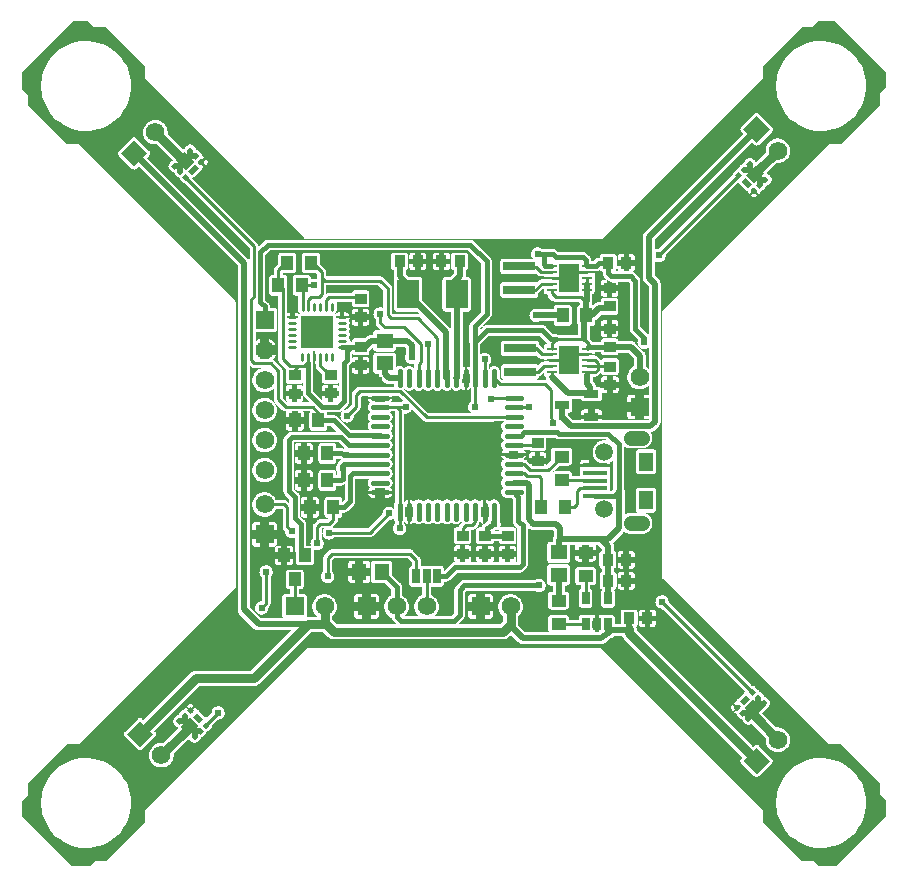
<source format=gtl>
G04 ---------------------------- Layer name :TOP LAYER*
G04 EasyEDA v5.5.12, Thu, 07 Jun 2018 12:22:22 GMT*
G04 1a2565b9f4c04a008b83b97b08c39867*
G04 Gerber Generator version 0.2*
G04 Scale: 100 percent, Rotated: No, Reflected: No *
G04 Dimensions in inches *
G04 leading zeros omitted , absolute positions ,2 integer and 4 decimal *
%FSLAX24Y24*%
%MOIN*%
G90*
G70D02*

%ADD10C,0.010000*%
%ADD11C,0.020000*%
%ADD12C,0.015000*%
%ADD13C,0.030000*%
%ADD14C,0.011024*%
%ADD15C,0.016535*%
%ADD16C,0.024400*%
%ADD17C,0.019700*%
%ADD18R,0.051200X0.055100*%
%ADD19R,0.105512X0.105512*%
%ADD20R,0.074803X0.094488*%
%ADD21R,0.036610X0.038580*%
%ADD22R,0.039370X0.049212*%
%ADD23R,0.038580X0.036610*%
%ADD24R,0.078740X0.017716*%
%ADD25R,0.047240X0.062992*%
%ADD26R,0.049212X0.039370*%
%ADD27R,0.055100X0.051200*%
%ADD28R,0.065500X0.095500*%
%ADD29R,0.034500X0.011500*%
%ADD30R,0.025591X0.041732*%
%ADD31R,0.106300X0.031496*%
%ADD35R,0.049213X0.027559*%
%ADD36R,0.040000X0.045000*%
%ADD37R,0.025000X0.050000*%
%ADD38C,0.062000*%
%ADD39R,0.062000X0.062000*%
%ADD40C,0.059055*%
%ADD41C,0.051181*%

%LPD*%
G36*
G01X1650Y50D02*
G01X0Y1700D01*
G01X0Y2200D01*
G01X200Y2400D01*
G01X200Y2800D01*
G01X1500Y4100D01*
G01X1900Y4100D01*
G01X7150Y9350D01*
G01X7150Y18850D01*
G01X1900Y24100D01*
G01X1500Y24100D01*
G01X200Y25400D01*
G01X200Y25750D01*
G01X0Y25950D01*
G01X0Y26500D01*
G01X1700Y28200D01*
G01X2200Y28200D01*
G01X2400Y28000D01*
G01X2800Y28000D01*
G01X4100Y26700D01*
G01X4100Y26300D01*
G01X9450Y20950D01*
G01X19350Y20950D01*
G01X24700Y26300D01*
G01X24700Y26700D01*
G01X26000Y28000D01*
G01X26350Y28000D01*
G01X26550Y28200D01*
G01X27100Y28200D01*
G01X28800Y26500D01*
G01X28800Y26000D01*
G01X28600Y25800D01*
G01X28600Y25400D01*
G01X27300Y24100D01*
G01X26900Y24100D01*
G01X21350Y18550D01*
G01X21350Y9650D01*
G01X26900Y4100D01*
G01X27300Y4100D01*
G01X28600Y2800D01*
G01X28600Y2450D01*
G01X28800Y2250D01*
G01X28800Y1700D01*
G01X27150Y50D01*
G01X26550Y50D01*
G01X26400Y200D01*
G01X26000Y200D01*
G01X24700Y1500D01*
G01X24700Y1900D01*
G01X19300Y7300D01*
G01X9500Y7300D01*
G01X4100Y1900D01*
G01X4100Y1500D01*
G01X2800Y200D01*
G01X2450Y200D01*
G01X2300Y50D01*
G01X1650Y50D01*
G37*

%LPC*%
G36*
G01X26612Y24550D02*
G01X26762Y24554D01*
G01X26910Y24572D01*
G01X27056Y24606D01*
G01X27198Y24653D01*
G01X27334Y24715D01*
G01X27463Y24789D01*
G01X27585Y24877D01*
G01X27697Y24976D01*
G01X27799Y25085D01*
G01X27889Y25205D01*
G01X27967Y25332D01*
G01X28032Y25467D01*
G01X28083Y25607D01*
G01X28120Y25752D01*
G01X28142Y25900D01*
G01X28150Y26050D01*
G01X28142Y26199D01*
G01X28120Y26347D01*
G01X28083Y26492D01*
G01X28032Y26632D01*
G01X27967Y26767D01*
G01X27889Y26894D01*
G01X27799Y27014D01*
G01X27697Y27123D01*
G01X27585Y27222D01*
G01X27463Y27310D01*
G01X27334Y27384D01*
G01X27198Y27446D01*
G01X27056Y27493D01*
G01X26910Y27527D01*
G01X26762Y27545D01*
G01X26612Y27549D01*
G01X26463Y27538D01*
G01X26316Y27512D01*
G01X26172Y27471D01*
G01X26033Y27417D01*
G01X25900Y27349D01*
G01X25774Y27267D01*
G01X25657Y27174D01*
G01X25550Y27070D01*
G01X25454Y26955D01*
G01X25370Y26832D01*
G01X25298Y26700D01*
G01X25240Y26563D01*
G01X25196Y26420D01*
G01X25166Y26273D01*
G01X25151Y26124D01*
G01X25151Y25975D01*
G01X25166Y25826D01*
G01X25196Y25679D01*
G01X25240Y25536D01*
G01X25298Y25399D01*
G01X25370Y25267D01*
G01X25454Y25144D01*
G01X25550Y25029D01*
G01X25657Y24925D01*
G01X25774Y24832D01*
G01X25900Y24750D01*
G01X26033Y24682D01*
G01X26172Y24628D01*
G01X26316Y24587D01*
G01X26463Y24561D01*
G01X26612Y24550D01*
G37*
G36*
G01X2112Y650D02*
G01X2262Y654D01*
G01X2410Y672D01*
G01X2556Y706D01*
G01X2698Y753D01*
G01X2834Y815D01*
G01X2963Y889D01*
G01X3085Y977D01*
G01X3197Y1076D01*
G01X3299Y1185D01*
G01X3389Y1305D01*
G01X3467Y1432D01*
G01X3532Y1567D01*
G01X3583Y1707D01*
G01X3620Y1852D01*
G01X3642Y2000D01*
G01X3650Y2150D01*
G01X3642Y2299D01*
G01X3620Y2447D01*
G01X3583Y2592D01*
G01X3532Y2732D01*
G01X3467Y2867D01*
G01X3389Y2994D01*
G01X3299Y3114D01*
G01X3197Y3223D01*
G01X3085Y3322D01*
G01X2963Y3410D01*
G01X2834Y3484D01*
G01X2698Y3546D01*
G01X2556Y3593D01*
G01X2410Y3627D01*
G01X2262Y3645D01*
G01X2112Y3649D01*
G01X1963Y3638D01*
G01X1816Y3612D01*
G01X1672Y3571D01*
G01X1533Y3517D01*
G01X1400Y3449D01*
G01X1274Y3367D01*
G01X1157Y3274D01*
G01X1050Y3170D01*
G01X954Y3055D01*
G01X870Y2932D01*
G01X798Y2800D01*
G01X740Y2663D01*
G01X696Y2520D01*
G01X666Y2373D01*
G01X651Y2224D01*
G01X651Y2075D01*
G01X666Y1926D01*
G01X696Y1779D01*
G01X740Y1636D01*
G01X798Y1499D01*
G01X870Y1367D01*
G01X954Y1244D01*
G01X1050Y1129D01*
G01X1157Y1025D01*
G01X1274Y932D01*
G01X1400Y850D01*
G01X1533Y782D01*
G01X1672Y728D01*
G01X1816Y687D01*
G01X1963Y661D01*
G01X2112Y650D01*
G37*
G36*
G01X26612Y650D02*
G01X26762Y654D01*
G01X26910Y672D01*
G01X27056Y706D01*
G01X27198Y753D01*
G01X27334Y815D01*
G01X27463Y889D01*
G01X27585Y977D01*
G01X27697Y1076D01*
G01X27799Y1185D01*
G01X27889Y1305D01*
G01X27967Y1432D01*
G01X28032Y1567D01*
G01X28083Y1707D01*
G01X28120Y1852D01*
G01X28142Y2000D01*
G01X28150Y2150D01*
G01X28142Y2299D01*
G01X28120Y2447D01*
G01X28083Y2592D01*
G01X28032Y2732D01*
G01X27967Y2867D01*
G01X27889Y2994D01*
G01X27799Y3114D01*
G01X27697Y3223D01*
G01X27585Y3322D01*
G01X27463Y3410D01*
G01X27334Y3484D01*
G01X27198Y3546D01*
G01X27056Y3593D01*
G01X26910Y3627D01*
G01X26762Y3645D01*
G01X26612Y3649D01*
G01X26463Y3638D01*
G01X26316Y3612D01*
G01X26172Y3571D01*
G01X26033Y3517D01*
G01X25900Y3449D01*
G01X25774Y3367D01*
G01X25657Y3274D01*
G01X25550Y3170D01*
G01X25454Y3055D01*
G01X25370Y2932D01*
G01X25298Y2800D01*
G01X25240Y2663D01*
G01X25196Y2520D01*
G01X25166Y2373D01*
G01X25151Y2224D01*
G01X25151Y2075D01*
G01X25166Y1926D01*
G01X25196Y1779D01*
G01X25240Y1636D01*
G01X25298Y1499D01*
G01X25370Y1367D01*
G01X25454Y1244D01*
G01X25550Y1129D01*
G01X25657Y1025D01*
G01X25774Y932D01*
G01X25900Y850D01*
G01X26033Y782D01*
G01X26172Y728D01*
G01X26316Y687D01*
G01X26463Y661D01*
G01X26612Y650D01*
G37*
G36*
G01X24500Y3011D02*
G01X24504Y3011D01*
G01X24508Y3011D01*
G01X24512Y3012D01*
G01X24516Y3012D01*
G01X24520Y3013D01*
G01X24524Y3014D01*
G01X24528Y3015D01*
G01X24532Y3016D01*
G01X24536Y3018D01*
G01X24540Y3019D01*
G01X24544Y3021D01*
G01X24547Y3023D01*
G01X24551Y3025D01*
G01X24554Y3027D01*
G01X24558Y3030D01*
G01X24561Y3032D01*
G01X24564Y3035D01*
G01X24568Y3037D01*
G01X24571Y3040D01*
G01X25009Y3479D01*
G01X25012Y3482D01*
G01X25015Y3485D01*
G01X25017Y3488D01*
G01X25020Y3491D01*
G01X25022Y3495D01*
G01X25024Y3498D01*
G01X25026Y3502D01*
G01X25028Y3505D01*
G01X25030Y3509D01*
G01X25031Y3513D01*
G01X25033Y3517D01*
G01X25034Y3521D01*
G01X25035Y3525D01*
G01X25036Y3529D01*
G01X25037Y3533D01*
G01X25037Y3537D01*
G01X25038Y3541D01*
G01X25038Y3545D01*
G01X25038Y3549D01*
G01X25038Y3553D01*
G01X25038Y3558D01*
G01X25037Y3562D01*
G01X25037Y3566D01*
G01X25036Y3570D01*
G01X25035Y3574D01*
G01X25034Y3578D01*
G01X25033Y3582D01*
G01X25031Y3586D01*
G01X25030Y3589D01*
G01X25028Y3593D01*
G01X25026Y3597D01*
G01X25024Y3600D01*
G01X25022Y3604D01*
G01X25020Y3607D01*
G01X25017Y3611D01*
G01X25015Y3614D01*
G01X25012Y3617D01*
G01X25009Y3620D01*
G01X24571Y4058D01*
G01X24568Y4061D01*
G01X24564Y4064D01*
G01X24561Y4067D01*
G01X24558Y4069D01*
G01X24554Y4071D01*
G01X24551Y4074D01*
G01X24547Y4076D01*
G01X24544Y4078D01*
G01X24540Y4079D01*
G01X24536Y4081D01*
G01X24532Y4082D01*
G01X24528Y4084D01*
G01X24524Y4085D01*
G01X24520Y4086D01*
G01X24516Y4086D01*
G01X24512Y4087D01*
G01X24508Y4087D01*
G01X24504Y4088D01*
G01X24500Y4088D01*
G01X24496Y4088D01*
G01X24492Y4087D01*
G01X24487Y4087D01*
G01X24483Y4086D01*
G01X24479Y4086D01*
G01X24475Y4085D01*
G01X24471Y4084D01*
G01X24467Y4082D01*
G01X24463Y4081D01*
G01X24460Y4079D01*
G01X24456Y4078D01*
G01X24452Y4076D01*
G01X24449Y4074D01*
G01X24445Y4071D01*
G01X24442Y4069D01*
G01X24438Y4067D01*
G01X24435Y4064D01*
G01X24432Y4061D01*
G01X24429Y4058D01*
G01X24387Y4016D01*
G01X20500Y7903D01*
G01X20500Y7950D01*
G01X20499Y7962D01*
G01X20498Y7974D01*
G01X20497Y7987D01*
G01X20495Y7999D01*
G01X20492Y8011D01*
G01X20488Y8023D01*
G01X20488Y8024D01*
G01X20491Y8025D01*
G01X20494Y8028D01*
G01X20497Y8030D01*
G01X20500Y8033D01*
G01X20503Y8036D01*
G01X20506Y8039D01*
G01X20509Y8042D01*
G01X20511Y8045D01*
G01X20514Y8048D01*
G01X20516Y8052D01*
G01X20518Y8055D01*
G01X20520Y8059D01*
G01X20522Y8063D01*
G01X20524Y8066D01*
G01X20526Y8070D01*
G01X20527Y8074D01*
G01X20528Y8078D01*
G01X20529Y8082D01*
G01X20530Y8086D01*
G01X20531Y8090D01*
G01X20532Y8094D01*
G01X20532Y8098D01*
G01X20532Y8102D01*
G01X20532Y8107D01*
G01X20532Y8492D01*
G01X20532Y8497D01*
G01X20532Y8501D01*
G01X20532Y8505D01*
G01X20531Y8509D01*
G01X20530Y8513D01*
G01X20529Y8517D01*
G01X20528Y8521D01*
G01X20527Y8525D01*
G01X20526Y8529D01*
G01X20524Y8533D01*
G01X20522Y8536D01*
G01X20520Y8540D01*
G01X20518Y8544D01*
G01X20516Y8547D01*
G01X20514Y8551D01*
G01X20511Y8554D01*
G01X20509Y8557D01*
G01X20506Y8560D01*
G01X20503Y8563D01*
G01X20500Y8566D01*
G01X20497Y8569D01*
G01X20494Y8571D01*
G01X20491Y8574D01*
G01X20487Y8576D01*
G01X20484Y8578D01*
G01X20480Y8580D01*
G01X20476Y8582D01*
G01X20473Y8584D01*
G01X20469Y8586D01*
G01X20465Y8587D01*
G01X20461Y8588D01*
G01X20457Y8589D01*
G01X20453Y8590D01*
G01X20449Y8591D01*
G01X20445Y8592D01*
G01X20441Y8592D01*
G01X20437Y8592D01*
G01X20432Y8592D01*
G01X20066Y8592D01*
G01X20062Y8592D01*
G01X20058Y8592D01*
G01X20054Y8592D01*
G01X20050Y8591D01*
G01X20046Y8590D01*
G01X20042Y8589D01*
G01X20038Y8588D01*
G01X20034Y8587D01*
G01X20030Y8586D01*
G01X20026Y8584D01*
G01X20022Y8582D01*
G01X20019Y8580D01*
G01X20015Y8578D01*
G01X20012Y8576D01*
G01X20008Y8574D01*
G01X20005Y8571D01*
G01X20002Y8569D01*
G01X19999Y8566D01*
G01X19996Y8563D01*
G01X19993Y8560D01*
G01X19990Y8557D01*
G01X19987Y8554D01*
G01X19985Y8551D01*
G01X19983Y8547D01*
G01X19980Y8544D01*
G01X19978Y8540D01*
G01X19977Y8536D01*
G01X19975Y8533D01*
G01X19973Y8529D01*
G01X19972Y8525D01*
G01X19971Y8521D01*
G01X19969Y8517D01*
G01X19969Y8513D01*
G01X19968Y8509D01*
G01X19967Y8505D01*
G01X19967Y8501D01*
G01X19966Y8497D01*
G01X19966Y8492D01*
G01X19966Y8107D01*
G01X19966Y8102D01*
G01X19967Y8100D01*
G01X19776Y8100D01*
G01X19776Y8308D01*
G01X19775Y8312D01*
G01X19775Y8316D01*
G01X19775Y8321D01*
G01X19774Y8325D01*
G01X19773Y8329D01*
G01X19772Y8333D01*
G01X19771Y8337D01*
G01X19770Y8341D01*
G01X19769Y8345D01*
G01X19767Y8348D01*
G01X19765Y8352D01*
G01X19763Y8356D01*
G01X19761Y8359D01*
G01X19759Y8363D01*
G01X19757Y8366D01*
G01X19754Y8370D01*
G01X19752Y8373D01*
G01X19749Y8376D01*
G01X19746Y8379D01*
G01X19743Y8382D01*
G01X19740Y8385D01*
G01X19737Y8387D01*
G01X19734Y8390D01*
G01X19730Y8392D01*
G01X19727Y8394D01*
G01X19723Y8396D01*
G01X19719Y8398D01*
G01X19716Y8400D01*
G01X19712Y8401D01*
G01X19708Y8403D01*
G01X19704Y8404D01*
G01X19700Y8405D01*
G01X19696Y8406D01*
G01X19692Y8407D01*
G01X19688Y8407D01*
G01X19684Y8408D01*
G01X19680Y8408D01*
G01X19676Y8408D01*
G01X19420Y8408D01*
G01X19415Y8408D01*
G01X19411Y8408D01*
G01X19407Y8407D01*
G01X19403Y8407D01*
G01X19399Y8406D01*
G01X19395Y8405D01*
G01X19391Y8404D01*
G01X19387Y8403D01*
G01X19383Y8401D01*
G01X19379Y8400D01*
G01X19376Y8398D01*
G01X19372Y8396D01*
G01X19368Y8394D01*
G01X19365Y8392D01*
G01X19361Y8390D01*
G01X19361Y8389D01*
G01X19360Y8390D01*
G01X19356Y8392D01*
G01X19353Y8394D01*
G01X19349Y8396D01*
G01X19345Y8398D01*
G01X19342Y8400D01*
G01X19338Y8401D01*
G01X19334Y8403D01*
G01X19330Y8404D01*
G01X19326Y8405D01*
G01X19322Y8406D01*
G01X19318Y8407D01*
G01X19314Y8407D01*
G01X19310Y8408D01*
G01X19306Y8408D01*
G01X19302Y8408D01*
G01X19238Y8408D01*
G01X19238Y8204D01*
G01X19320Y8204D01*
G01X19320Y7995D01*
G01X19238Y7995D01*
G01X19238Y7850D01*
G01X19110Y7850D01*
G01X19110Y7995D01*
G01X19027Y7995D01*
G01X19027Y8204D01*
G01X19110Y8204D01*
G01X19110Y8408D01*
G01X19046Y8408D01*
G01X19041Y8408D01*
G01X19037Y8408D01*
G01X19033Y8407D01*
G01X19029Y8407D01*
G01X19025Y8406D01*
G01X19021Y8405D01*
G01X19017Y8404D01*
G01X19013Y8403D01*
G01X19009Y8401D01*
G01X19005Y8400D01*
G01X19002Y8398D01*
G01X18998Y8396D01*
G01X18994Y8394D01*
G01X18991Y8392D01*
G01X18987Y8390D01*
G01X18987Y8389D01*
G01X18986Y8390D01*
G01X18982Y8392D01*
G01X18979Y8394D01*
G01X18975Y8396D01*
G01X18971Y8398D01*
G01X18968Y8400D01*
G01X18964Y8401D01*
G01X18960Y8403D01*
G01X18956Y8404D01*
G01X18952Y8405D01*
G01X18948Y8406D01*
G01X18944Y8407D01*
G01X18940Y8407D01*
G01X18936Y8408D01*
G01X18932Y8408D01*
G01X18927Y8408D01*
G01X18672Y8408D01*
G01X18667Y8408D01*
G01X18663Y8408D01*
G01X18659Y8407D01*
G01X18655Y8407D01*
G01X18651Y8406D01*
G01X18647Y8405D01*
G01X18643Y8404D01*
G01X18639Y8403D01*
G01X18635Y8401D01*
G01X18631Y8400D01*
G01X18628Y8398D01*
G01X18624Y8396D01*
G01X18620Y8394D01*
G01X18617Y8392D01*
G01X18613Y8390D01*
G01X18610Y8387D01*
G01X18607Y8385D01*
G01X18604Y8382D01*
G01X18601Y8379D01*
G01X18598Y8376D01*
G01X18595Y8373D01*
G01X18593Y8370D01*
G01X18590Y8366D01*
G01X18588Y8363D01*
G01X18586Y8359D01*
G01X18584Y8356D01*
G01X18582Y8352D01*
G01X18580Y8348D01*
G01X18578Y8345D01*
G01X18577Y8341D01*
G01X18576Y8337D01*
G01X18575Y8333D01*
G01X18574Y8329D01*
G01X18573Y8325D01*
G01X18572Y8321D01*
G01X18572Y8316D01*
G01X18572Y8312D01*
G01X18572Y8308D01*
G01X18572Y8255D01*
G01X18246Y8255D01*
G01X18246Y8303D01*
G01X18246Y8307D01*
G01X18245Y8311D01*
G01X18245Y8315D01*
G01X18244Y8319D01*
G01X18243Y8323D01*
G01X18243Y8327D01*
G01X18241Y8331D01*
G01X18240Y8335D01*
G01X18239Y8339D01*
G01X18237Y8343D01*
G01X18235Y8347D01*
G01X18234Y8350D01*
G01X18232Y8354D01*
G01X18229Y8357D01*
G01X18227Y8361D01*
G01X18225Y8364D01*
G01X18222Y8367D01*
G01X18219Y8370D01*
G01X18216Y8373D01*
G01X18213Y8376D01*
G01X18210Y8379D01*
G01X18207Y8382D01*
G01X18204Y8384D01*
G01X18200Y8386D01*
G01X18197Y8389D01*
G01X18193Y8391D01*
G01X18190Y8392D01*
G01X18186Y8394D01*
G01X18182Y8396D01*
G01X18178Y8397D01*
G01X18174Y8398D01*
G01X18170Y8400D01*
G01X18166Y8400D01*
G01X18162Y8401D01*
G01X18158Y8402D01*
G01X18154Y8402D01*
G01X18150Y8403D01*
G01X18146Y8403D01*
G01X17653Y8403D01*
G01X17649Y8403D01*
G01X17645Y8402D01*
G01X17641Y8402D01*
G01X17637Y8401D01*
G01X17633Y8400D01*
G01X17629Y8400D01*
G01X17625Y8398D01*
G01X17621Y8397D01*
G01X17617Y8396D01*
G01X17613Y8394D01*
G01X17609Y8392D01*
G01X17606Y8391D01*
G01X17602Y8389D01*
G01X17599Y8386D01*
G01X17595Y8384D01*
G01X17592Y8382D01*
G01X17589Y8379D01*
G01X17586Y8376D01*
G01X17583Y8373D01*
G01X17580Y8370D01*
G01X17577Y8367D01*
G01X17574Y8364D01*
G01X17572Y8361D01*
G01X17570Y8357D01*
G01X17567Y8354D01*
G01X17565Y8350D01*
G01X17564Y8347D01*
G01X17562Y8343D01*
G01X17560Y8339D01*
G01X17559Y8335D01*
G01X17558Y8331D01*
G01X17556Y8327D01*
G01X17556Y8323D01*
G01X17555Y8319D01*
G01X17554Y8315D01*
G01X17554Y8311D01*
G01X17553Y8307D01*
G01X17553Y8303D01*
G01X17553Y7909D01*
G01X17553Y7905D01*
G01X17554Y7901D01*
G01X17554Y7897D01*
G01X17555Y7892D01*
G01X17556Y7888D01*
G01X17556Y7884D01*
G01X17558Y7880D01*
G01X17559Y7876D01*
G01X17560Y7873D01*
G01X17562Y7869D01*
G01X17564Y7865D01*
G01X17565Y7861D01*
G01X17567Y7858D01*
G01X17570Y7854D01*
G01X17572Y7851D01*
G01X17573Y7850D01*
G01X16782Y7850D01*
G01X16549Y8083D01*
G01X16549Y8086D01*
G01X16549Y8093D01*
G01X16550Y8100D01*
G01X16550Y8375D01*
G01X16555Y8379D01*
G01X16586Y8406D01*
G01X16614Y8436D01*
G01X16638Y8469D01*
G01X16660Y8503D01*
G01X16677Y8540D01*
G01X16691Y8579D01*
G01X16701Y8618D01*
G01X16707Y8659D01*
G01X16710Y8700D01*
G01X16707Y8740D01*
G01X16701Y8781D01*
G01X16691Y8820D01*
G01X16677Y8859D01*
G01X16660Y8896D01*
G01X16638Y8930D01*
G01X16614Y8963D01*
G01X16586Y8993D01*
G01X16555Y9020D01*
G01X16522Y9044D01*
G01X16487Y9064D01*
G01X16449Y9081D01*
G01X16411Y9094D01*
G01X16371Y9103D01*
G01X16330Y9108D01*
G01X16289Y9109D01*
G01X16249Y9106D01*
G01X16208Y9099D01*
G01X16169Y9088D01*
G01X16131Y9073D01*
G01X16094Y9055D01*
G01X16060Y9032D01*
G01X16028Y9007D01*
G01X15999Y8978D01*
G01X15973Y8947D01*
G01X15950Y8913D01*
G01X15930Y8877D01*
G01X15914Y8840D01*
G01X15902Y8801D01*
G01X15894Y8761D01*
G01X15890Y8720D01*
G01X15890Y8679D01*
G01X15894Y8638D01*
G01X15902Y8598D01*
G01X15914Y8559D01*
G01X15930Y8522D01*
G01X15950Y8486D01*
G01X15973Y8452D01*
G01X15999Y8421D01*
G01X16028Y8392D01*
G01X16050Y8375D01*
G01X16050Y8203D01*
G01X15946Y8100D01*
G01X14547Y8100D01*
G01X14723Y8276D01*
G01X14727Y8280D01*
G01X14731Y8284D01*
G01X14735Y8288D01*
G01X14738Y8293D01*
G01X14742Y8298D01*
G01X14745Y8302D01*
G01X14748Y8307D01*
G01X14751Y8312D01*
G01X14754Y8317D01*
G01X14756Y8322D01*
G01X14759Y8327D01*
G01X14761Y8333D01*
G01X14763Y8338D01*
G01X14765Y8343D01*
G01X14767Y8349D01*
G01X14769Y8354D01*
G01X14770Y8360D01*
G01X14771Y8365D01*
G01X14772Y8371D01*
G01X14773Y8377D01*
G01X14774Y8382D01*
G01X14774Y8388D01*
G01X14774Y8394D01*
G01X14775Y8400D01*
G01X14775Y9177D01*
G01X14822Y9225D01*
G01X17113Y9225D01*
G01X17120Y9219D01*
G01X17139Y9207D01*
G01X17158Y9197D01*
G01X17179Y9189D01*
G01X17200Y9183D01*
G01X17222Y9179D01*
G01X17244Y9178D01*
G01X17266Y9178D01*
G01X17288Y9181D01*
G01X17310Y9186D01*
G01X17331Y9193D01*
G01X17351Y9202D01*
G01X17370Y9213D01*
G01X17388Y9226D01*
G01X17405Y9241D01*
G01X17420Y9257D01*
G01X17433Y9274D01*
G01X17444Y9293D01*
G01X17454Y9313D01*
G01X17462Y9334D01*
G01X17467Y9356D01*
G01X17470Y9377D01*
G01X17472Y9400D01*
G01X17470Y9422D01*
G01X17467Y9443D01*
G01X17462Y9465D01*
G01X17454Y9486D01*
G01X17444Y9506D01*
G01X17433Y9525D01*
G01X17420Y9542D01*
G01X17405Y9558D01*
G01X17388Y9573D01*
G01X17370Y9586D01*
G01X17351Y9597D01*
G01X17331Y9606D01*
G01X17310Y9613D01*
G01X17288Y9618D01*
G01X17266Y9621D01*
G01X17244Y9621D01*
G01X17222Y9620D01*
G01X17200Y9616D01*
G01X17179Y9610D01*
G01X17158Y9602D01*
G01X17139Y9592D01*
G01X17120Y9580D01*
G01X17113Y9575D01*
G01X14750Y9575D01*
G01X14744Y9574D01*
G01X14738Y9574D01*
G01X14732Y9574D01*
G01X14727Y9573D01*
G01X14721Y9572D01*
G01X14715Y9571D01*
G01X14710Y9570D01*
G01X14704Y9569D01*
G01X14699Y9567D01*
G01X14693Y9565D01*
G01X14688Y9563D01*
G01X14683Y9561D01*
G01X14677Y9559D01*
G01X14672Y9556D01*
G01X14667Y9554D01*
G01X14662Y9551D01*
G01X14657Y9548D01*
G01X14652Y9545D01*
G01X14648Y9542D01*
G01X14643Y9538D01*
G01X14638Y9535D01*
G01X14634Y9531D01*
G01X14630Y9527D01*
G01X14626Y9523D01*
G01X14476Y9373D01*
G01X14472Y9369D01*
G01X14468Y9365D01*
G01X14464Y9361D01*
G01X14461Y9356D01*
G01X14457Y9351D01*
G01X14454Y9347D01*
G01X14451Y9342D01*
G01X14448Y9337D01*
G01X14445Y9332D01*
G01X14443Y9327D01*
G01X14440Y9322D01*
G01X14438Y9316D01*
G01X14436Y9311D01*
G01X14434Y9306D01*
G01X14432Y9300D01*
G01X14430Y9295D01*
G01X14429Y9289D01*
G01X14428Y9284D01*
G01X14427Y9278D01*
G01X14426Y9272D01*
G01X14425Y9267D01*
G01X14425Y9261D01*
G01X14425Y9255D01*
G01X14425Y9250D01*
G01X14425Y8472D01*
G01X14327Y8375D01*
G01X13749Y8375D01*
G01X13755Y8379D01*
G01X13786Y8406D01*
G01X13814Y8436D01*
G01X13838Y8469D01*
G01X13860Y8503D01*
G01X13877Y8540D01*
G01X13891Y8579D01*
G01X13901Y8618D01*
G01X13907Y8659D01*
G01X13910Y8700D01*
G01X13907Y8740D01*
G01X13901Y8781D01*
G01X13891Y8820D01*
G01X13877Y8859D01*
G01X13860Y8896D01*
G01X13838Y8930D01*
G01X13814Y8963D01*
G01X13786Y8993D01*
G01X13755Y9020D01*
G01X13722Y9044D01*
G01X13687Y9064D01*
G01X13650Y9081D01*
G01X13650Y9353D01*
G01X13653Y9354D01*
G01X13657Y9355D01*
G01X13661Y9356D01*
G01X13665Y9358D01*
G01X13668Y9360D01*
G01X13672Y9362D01*
G01X13675Y9363D01*
G01X13677Y9362D01*
G01X13681Y9360D01*
G01X13684Y9358D01*
G01X13688Y9356D01*
G01X13692Y9355D01*
G01X13696Y9354D01*
G01X13700Y9353D01*
G01X13704Y9352D01*
G01X13708Y9351D01*
G01X13712Y9350D01*
G01X13716Y9350D01*
G01X13720Y9350D01*
G01X13725Y9350D01*
G01X13975Y9350D01*
G01X13979Y9350D01*
G01X13983Y9350D01*
G01X13987Y9350D01*
G01X13991Y9351D01*
G01X13995Y9352D01*
G01X13999Y9353D01*
G01X14003Y9354D01*
G01X14007Y9355D01*
G01X14011Y9356D01*
G01X14015Y9358D01*
G01X14018Y9360D01*
G01X14022Y9362D01*
G01X14026Y9364D01*
G01X14029Y9366D01*
G01X14033Y9368D01*
G01X14036Y9371D01*
G01X14039Y9373D01*
G01X14042Y9376D01*
G01X14045Y9379D01*
G01X14048Y9382D01*
G01X14051Y9385D01*
G01X14053Y9388D01*
G01X14056Y9391D01*
G01X14058Y9395D01*
G01X14060Y9398D01*
G01X14062Y9402D01*
G01X14064Y9406D01*
G01X14066Y9409D01*
G01X14068Y9413D01*
G01X14069Y9417D01*
G01X14070Y9421D01*
G01X14071Y9425D01*
G01X14072Y9429D01*
G01X14073Y9433D01*
G01X14074Y9437D01*
G01X14074Y9441D01*
G01X14074Y9445D01*
G01X14075Y9450D01*
G01X14075Y9525D01*
G01X14150Y9525D01*
G01X14155Y9525D01*
G01X14161Y9525D01*
G01X14167Y9525D01*
G01X14172Y9526D01*
G01X14178Y9527D01*
G01X14184Y9528D01*
G01X14189Y9529D01*
G01X14195Y9530D01*
G01X14200Y9532D01*
G01X14206Y9534D01*
G01X14211Y9536D01*
G01X14216Y9538D01*
G01X14222Y9540D01*
G01X14227Y9543D01*
G01X14232Y9545D01*
G01X14237Y9548D01*
G01X14242Y9551D01*
G01X14247Y9554D01*
G01X14251Y9557D01*
G01X14256Y9561D01*
G01X14261Y9564D01*
G01X14265Y9568D01*
G01X14269Y9572D01*
G01X14273Y9576D01*
G01X14522Y9825D01*
G01X16600Y9825D01*
G01X16605Y9825D01*
G01X16611Y9825D01*
G01X16617Y9825D01*
G01X16622Y9826D01*
G01X16628Y9827D01*
G01X16634Y9828D01*
G01X16639Y9829D01*
G01X16645Y9830D01*
G01X16650Y9832D01*
G01X16656Y9834D01*
G01X16661Y9836D01*
G01X16666Y9838D01*
G01X16672Y9840D01*
G01X16677Y9843D01*
G01X16682Y9845D01*
G01X16687Y9848D01*
G01X16692Y9851D01*
G01X16697Y9854D01*
G01X16701Y9857D01*
G01X16706Y9861D01*
G01X16711Y9864D01*
G01X16715Y9868D01*
G01X16719Y9872D01*
G01X16723Y9876D01*
G01X16823Y9976D01*
G01X16827Y9980D01*
G01X16831Y9984D01*
G01X16835Y9988D01*
G01X16838Y9993D01*
G01X16842Y9998D01*
G01X16845Y10002D01*
G01X16848Y10007D01*
G01X16851Y10012D01*
G01X16854Y10017D01*
G01X16856Y10022D01*
G01X16859Y10027D01*
G01X16861Y10033D01*
G01X16863Y10038D01*
G01X16865Y10043D01*
G01X16867Y10049D01*
G01X16869Y10054D01*
G01X16870Y10060D01*
G01X16871Y10065D01*
G01X16872Y10071D01*
G01X16873Y10077D01*
G01X16874Y10082D01*
G01X16874Y10088D01*
G01X16874Y10094D01*
G01X16875Y10100D01*
G01X16875Y11342D01*
G01X16908Y11308D01*
G01X16912Y11304D01*
G01X16917Y11300D01*
G01X16921Y11296D01*
G01X16926Y11292D01*
G01X16931Y11288D01*
G01X16936Y11285D01*
G01X16941Y11282D01*
G01X16946Y11278D01*
G01X16951Y11275D01*
G01X16957Y11272D01*
G01X16962Y11270D01*
G01X16967Y11267D01*
G01X16973Y11265D01*
G01X16979Y11263D01*
G01X16984Y11260D01*
G01X16990Y11259D01*
G01X16996Y11257D01*
G01X17002Y11255D01*
G01X17008Y11254D01*
G01X17013Y11253D01*
G01X17019Y11252D01*
G01X17025Y11251D01*
G01X17031Y11250D01*
G01X17037Y11250D01*
G01X17043Y11250D01*
G01X17050Y11250D01*
G01X17717Y11250D01*
G01X17750Y11217D01*
G01X17750Y11032D01*
G01X17746Y11028D01*
G01X17742Y11023D01*
G01X17738Y11018D01*
G01X17735Y11013D01*
G01X17732Y11008D01*
G01X17728Y11003D01*
G01X17725Y10998D01*
G01X17722Y10992D01*
G01X17720Y10987D01*
G01X17717Y10982D01*
G01X17715Y10976D01*
G01X17713Y10970D01*
G01X17710Y10965D01*
G01X17709Y10959D01*
G01X17707Y10953D01*
G01X17705Y10947D01*
G01X17704Y10941D01*
G01X17703Y10936D01*
G01X17702Y10930D01*
G01X17701Y10924D01*
G01X17700Y10918D01*
G01X17700Y10912D01*
G01X17700Y10906D01*
G01X17700Y10900D01*
G01X17700Y10855D01*
G01X17624Y10855D01*
G01X17620Y10855D01*
G01X17616Y10855D01*
G01X17612Y10855D01*
G01X17608Y10854D01*
G01X17603Y10853D01*
G01X17599Y10852D01*
G01X17595Y10851D01*
G01X17592Y10850D01*
G01X17588Y10849D01*
G01X17584Y10847D01*
G01X17580Y10845D01*
G01X17576Y10843D01*
G01X17573Y10841D01*
G01X17569Y10839D01*
G01X17566Y10837D01*
G01X17563Y10834D01*
G01X17559Y10832D01*
G01X17556Y10829D01*
G01X17553Y10826D01*
G01X17550Y10823D01*
G01X17548Y10820D01*
G01X17545Y10817D01*
G01X17543Y10814D01*
G01X17540Y10810D01*
G01X17538Y10807D01*
G01X17536Y10803D01*
G01X17534Y10799D01*
G01X17532Y10796D01*
G01X17531Y10792D01*
G01X17529Y10788D01*
G01X17528Y10784D01*
G01X17527Y10780D01*
G01X17526Y10776D01*
G01X17525Y10772D01*
G01X17525Y10768D01*
G01X17524Y10764D01*
G01X17524Y10760D01*
G01X17524Y10755D01*
G01X17524Y10244D01*
G01X17524Y10239D01*
G01X17524Y10235D01*
G01X17525Y10231D01*
G01X17525Y10227D01*
G01X17526Y10223D01*
G01X17527Y10219D01*
G01X17528Y10215D01*
G01X17529Y10211D01*
G01X17531Y10207D01*
G01X17532Y10203D01*
G01X17534Y10200D01*
G01X17536Y10196D01*
G01X17538Y10192D01*
G01X17540Y10189D01*
G01X17543Y10185D01*
G01X17545Y10182D01*
G01X17548Y10179D01*
G01X17550Y10176D01*
G01X17553Y10173D01*
G01X17556Y10170D01*
G01X17559Y10167D01*
G01X17563Y10165D01*
G01X17566Y10162D01*
G01X17569Y10160D01*
G01X17573Y10158D01*
G01X17576Y10156D01*
G01X17580Y10154D01*
G01X17584Y10152D01*
G01X17588Y10150D01*
G01X17592Y10149D01*
G01X17595Y10148D01*
G01X17599Y10147D01*
G01X17603Y10146D01*
G01X17608Y10145D01*
G01X17612Y10144D01*
G01X17616Y10144D01*
G01X17620Y10144D01*
G01X17624Y10144D01*
G01X18175Y10144D01*
G01X18179Y10144D01*
G01X18183Y10144D01*
G01X18187Y10144D01*
G01X18191Y10145D01*
G01X18196Y10146D01*
G01X18200Y10147D01*
G01X18204Y10148D01*
G01X18207Y10149D01*
G01X18211Y10150D01*
G01X18215Y10152D01*
G01X18219Y10154D01*
G01X18223Y10156D01*
G01X18226Y10158D01*
G01X18230Y10160D01*
G01X18233Y10162D01*
G01X18236Y10165D01*
G01X18240Y10167D01*
G01X18243Y10170D01*
G01X18246Y10173D01*
G01X18249Y10176D01*
G01X18251Y10179D01*
G01X18254Y10182D01*
G01X18256Y10185D01*
G01X18259Y10189D01*
G01X18261Y10192D01*
G01X18263Y10196D01*
G01X18265Y10200D01*
G01X18267Y10203D01*
G01X18268Y10207D01*
G01X18270Y10211D01*
G01X18271Y10215D01*
G01X18272Y10219D01*
G01X18273Y10223D01*
G01X18274Y10227D01*
G01X18274Y10231D01*
G01X18275Y10235D01*
G01X18275Y10239D01*
G01X18275Y10244D01*
G01X18275Y10750D01*
G01X18473Y10750D01*
G01X18472Y10748D01*
G01X18470Y10745D01*
G01X18467Y10741D01*
G01X18465Y10738D01*
G01X18464Y10734D01*
G01X18462Y10730D01*
G01X18460Y10726D01*
G01X18459Y10722D01*
G01X18458Y10719D01*
G01X18456Y10715D01*
G01X18456Y10711D01*
G01X18455Y10706D01*
G01X18454Y10702D01*
G01X18454Y10698D01*
G01X18453Y10694D01*
G01X18453Y10690D01*
G01X18453Y10592D01*
G01X18676Y10592D01*
G01X18676Y10750D01*
G01X18923Y10750D01*
G01X18923Y10592D01*
G01X19146Y10592D01*
G01X19146Y10690D01*
G01X19146Y10694D01*
G01X19145Y10698D01*
G01X19145Y10702D01*
G01X19144Y10706D01*
G01X19143Y10711D01*
G01X19143Y10715D01*
G01X19141Y10719D01*
G01X19140Y10722D01*
G01X19139Y10726D01*
G01X19137Y10730D01*
G01X19135Y10734D01*
G01X19134Y10738D01*
G01X19132Y10741D01*
G01X19129Y10745D01*
G01X19127Y10748D01*
G01X19126Y10750D01*
G01X19217Y10750D01*
G01X19343Y10623D01*
G01X19343Y10541D01*
G01X19340Y10540D01*
G01X19336Y10539D01*
G01X19332Y10538D01*
G01X19328Y10537D01*
G01X19324Y10536D01*
G01X19320Y10534D01*
G01X19317Y10532D01*
G01X19313Y10530D01*
G01X19309Y10528D01*
G01X19306Y10526D01*
G01X19302Y10524D01*
G01X19299Y10521D01*
G01X19296Y10519D01*
G01X19293Y10516D01*
G01X19290Y10513D01*
G01X19287Y10510D01*
G01X19284Y10507D01*
G01X19282Y10504D01*
G01X19279Y10501D01*
G01X19277Y10497D01*
G01X19275Y10494D01*
G01X19273Y10490D01*
G01X19271Y10486D01*
G01X19269Y10483D01*
G01X19267Y10479D01*
G01X19266Y10475D01*
G01X19265Y10471D01*
G01X19264Y10467D01*
G01X19263Y10463D01*
G01X19262Y10459D01*
G01X19261Y10455D01*
G01X19261Y10451D01*
G01X19261Y10447D01*
G01X19260Y10442D01*
G01X19260Y10057D01*
G01X19261Y10052D01*
G01X19261Y10048D01*
G01X19261Y10044D01*
G01X19262Y10040D01*
G01X19263Y10036D01*
G01X19264Y10032D01*
G01X19265Y10028D01*
G01X19266Y10024D01*
G01X19267Y10020D01*
G01X19269Y10016D01*
G01X19271Y10013D01*
G01X19273Y10009D01*
G01X19275Y10005D01*
G01X19277Y10002D01*
G01X19279Y9998D01*
G01X19282Y9995D01*
G01X19284Y9992D01*
G01X19287Y9989D01*
G01X19290Y9986D01*
G01X19293Y9983D01*
G01X19296Y9980D01*
G01X19299Y9978D01*
G01X19302Y9975D01*
G01X19306Y9973D01*
G01X19309Y9971D01*
G01X19313Y9969D01*
G01X19317Y9967D01*
G01X19320Y9965D01*
G01X19324Y9963D01*
G01X19328Y9962D01*
G01X19332Y9961D01*
G01X19336Y9960D01*
G01X19340Y9959D01*
G01X19344Y9958D01*
G01X19348Y9957D01*
G01X19350Y9957D01*
G01X19350Y9841D01*
G01X19346Y9840D01*
G01X19342Y9839D01*
G01X19338Y9838D01*
G01X19334Y9837D01*
G01X19330Y9836D01*
G01X19326Y9834D01*
G01X19322Y9832D01*
G01X19319Y9830D01*
G01X19315Y9828D01*
G01X19312Y9826D01*
G01X19308Y9824D01*
G01X19305Y9821D01*
G01X19302Y9819D01*
G01X19299Y9816D01*
G01X19296Y9813D01*
G01X19293Y9810D01*
G01X19290Y9807D01*
G01X19287Y9804D01*
G01X19285Y9801D01*
G01X19283Y9797D01*
G01X19280Y9794D01*
G01X19278Y9790D01*
G01X19277Y9786D01*
G01X19275Y9783D01*
G01X19273Y9779D01*
G01X19272Y9775D01*
G01X19271Y9771D01*
G01X19269Y9767D01*
G01X19269Y9763D01*
G01X19268Y9759D01*
G01X19267Y9755D01*
G01X19267Y9751D01*
G01X19266Y9747D01*
G01X19266Y9742D01*
G01X19266Y9357D01*
G01X19266Y9352D01*
G01X19267Y9348D01*
G01X19267Y9344D01*
G01X19268Y9340D01*
G01X19269Y9336D01*
G01X19269Y9332D01*
G01X19271Y9328D01*
G01X19272Y9324D01*
G01X19273Y9320D01*
G01X19275Y9316D01*
G01X19277Y9313D01*
G01X19278Y9309D01*
G01X19280Y9305D01*
G01X19283Y9302D01*
G01X19285Y9298D01*
G01X19287Y9295D01*
G01X19290Y9292D01*
G01X19293Y9289D01*
G01X19296Y9286D01*
G01X19299Y9283D01*
G01X19302Y9280D01*
G01X19305Y9278D01*
G01X19308Y9275D01*
G01X19312Y9273D01*
G01X19315Y9271D01*
G01X19319Y9269D01*
G01X19322Y9267D01*
G01X19326Y9265D01*
G01X19330Y9263D01*
G01X19334Y9262D01*
G01X19338Y9261D01*
G01X19342Y9260D01*
G01X19346Y9259D01*
G01X19347Y9258D01*
G01X19347Y9243D01*
G01X19346Y9242D01*
G01X19343Y9239D01*
G01X19341Y9236D01*
G01X19338Y9232D01*
G01X19336Y9229D01*
G01X19334Y9225D01*
G01X19332Y9222D01*
G01X19330Y9218D01*
G01X19328Y9214D01*
G01X19326Y9211D01*
G01X19325Y9207D01*
G01X19324Y9203D01*
G01X19323Y9199D01*
G01X19322Y9195D01*
G01X19321Y9191D01*
G01X19320Y9187D01*
G01X19320Y9182D01*
G01X19320Y9178D01*
G01X19320Y9174D01*
G01X19320Y8757D01*
G01X19320Y8753D01*
G01X19320Y8749D01*
G01X19320Y8744D01*
G01X19321Y8740D01*
G01X19322Y8736D01*
G01X19323Y8732D01*
G01X19324Y8728D01*
G01X19325Y8724D01*
G01X19326Y8720D01*
G01X19328Y8717D01*
G01X19330Y8713D01*
G01X19332Y8709D01*
G01X19334Y8706D01*
G01X19336Y8702D01*
G01X19338Y8699D01*
G01X19341Y8695D01*
G01X19343Y8692D01*
G01X19346Y8689D01*
G01X19349Y8686D01*
G01X19352Y8683D01*
G01X19355Y8680D01*
G01X19358Y8678D01*
G01X19361Y8675D01*
G01X19365Y8673D01*
G01X19368Y8671D01*
G01X19372Y8669D01*
G01X19376Y8667D01*
G01X19379Y8665D01*
G01X19383Y8664D01*
G01X19387Y8662D01*
G01X19391Y8661D01*
G01X19395Y8660D01*
G01X19399Y8659D01*
G01X19403Y8658D01*
G01X19407Y8658D01*
G01X19411Y8657D01*
G01X19415Y8657D01*
G01X19420Y8657D01*
G01X19676Y8657D01*
G01X19680Y8657D01*
G01X19684Y8657D01*
G01X19688Y8658D01*
G01X19692Y8658D01*
G01X19696Y8659D01*
G01X19700Y8660D01*
G01X19704Y8661D01*
G01X19708Y8662D01*
G01X19712Y8664D01*
G01X19716Y8665D01*
G01X19719Y8667D01*
G01X19723Y8669D01*
G01X19727Y8671D01*
G01X19730Y8673D01*
G01X19734Y8675D01*
G01X19737Y8678D01*
G01X19740Y8680D01*
G01X19743Y8683D01*
G01X19746Y8686D01*
G01X19749Y8689D01*
G01X19752Y8692D01*
G01X19754Y8695D01*
G01X19757Y8699D01*
G01X19759Y8702D01*
G01X19761Y8706D01*
G01X19763Y8709D01*
G01X19765Y8713D01*
G01X19767Y8717D01*
G01X19769Y8720D01*
G01X19770Y8724D01*
G01X19771Y8728D01*
G01X19772Y8732D01*
G01X19773Y8736D01*
G01X19774Y8740D01*
G01X19775Y8744D01*
G01X19775Y8749D01*
G01X19775Y8753D01*
G01X19776Y8757D01*
G01X19776Y9174D01*
G01X19775Y9178D01*
G01X19775Y9182D01*
G01X19775Y9187D01*
G01X19774Y9191D01*
G01X19773Y9195D01*
G01X19772Y9199D01*
G01X19771Y9203D01*
G01X19770Y9207D01*
G01X19769Y9211D01*
G01X19767Y9214D01*
G01X19765Y9218D01*
G01X19763Y9222D01*
G01X19761Y9225D01*
G01X19759Y9229D01*
G01X19757Y9232D01*
G01X19754Y9236D01*
G01X19752Y9239D01*
G01X19749Y9242D01*
G01X19747Y9244D01*
G01X19747Y9258D01*
G01X19749Y9258D01*
G01X19753Y9259D01*
G01X19757Y9260D01*
G01X19761Y9261D01*
G01X19765Y9262D01*
G01X19769Y9263D01*
G01X19773Y9265D01*
G01X19776Y9267D01*
G01X19780Y9269D01*
G01X19784Y9271D01*
G01X19787Y9273D01*
G01X19791Y9275D01*
G01X19794Y9278D01*
G01X19797Y9280D01*
G01X19800Y9283D01*
G01X19803Y9286D01*
G01X19806Y9289D01*
G01X19809Y9292D01*
G01X19811Y9295D01*
G01X19814Y9298D01*
G01X19816Y9302D01*
G01X19818Y9305D01*
G01X19820Y9309D01*
G01X19822Y9313D01*
G01X19824Y9316D01*
G01X19826Y9320D01*
G01X19827Y9324D01*
G01X19828Y9328D01*
G01X19829Y9332D01*
G01X19830Y9336D01*
G01X19831Y9340D01*
G01X19832Y9344D01*
G01X19832Y9348D01*
G01X19832Y9352D01*
G01X19832Y9357D01*
G01X19832Y9742D01*
G01X19832Y9747D01*
G01X19832Y9751D01*
G01X19832Y9755D01*
G01X19831Y9759D01*
G01X19830Y9763D01*
G01X19829Y9767D01*
G01X19828Y9771D01*
G01X19827Y9775D01*
G01X19826Y9779D01*
G01X19824Y9783D01*
G01X19822Y9786D01*
G01X19820Y9790D01*
G01X19818Y9794D01*
G01X19816Y9797D01*
G01X19814Y9801D01*
G01X19811Y9804D01*
G01X19809Y9807D01*
G01X19806Y9810D01*
G01X19803Y9813D01*
G01X19800Y9816D01*
G01X19797Y9819D01*
G01X19794Y9821D01*
G01X19791Y9824D01*
G01X19787Y9826D01*
G01X19784Y9828D01*
G01X19780Y9830D01*
G01X19776Y9832D01*
G01X19773Y9834D01*
G01X19769Y9836D01*
G01X19765Y9837D01*
G01X19761Y9838D01*
G01X19757Y9839D01*
G01X19753Y9840D01*
G01X19750Y9841D01*
G01X19750Y9959D01*
G01X19751Y9960D01*
G01X19755Y9961D01*
G01X19759Y9962D01*
G01X19763Y9963D01*
G01X19767Y9965D01*
G01X19771Y9967D01*
G01X19774Y9969D01*
G01X19778Y9971D01*
G01X19781Y9973D01*
G01X19785Y9975D01*
G01X19788Y9978D01*
G01X19791Y9980D01*
G01X19794Y9983D01*
G01X19797Y9986D01*
G01X19800Y9989D01*
G01X19803Y9992D01*
G01X19806Y9995D01*
G01X19808Y9998D01*
G01X19810Y10002D01*
G01X19813Y10005D01*
G01X19815Y10009D01*
G01X19816Y10013D01*
G01X19818Y10016D01*
G01X19820Y10020D01*
G01X19821Y10024D01*
G01X19822Y10028D01*
G01X19824Y10032D01*
G01X19824Y10036D01*
G01X19825Y10040D01*
G01X19826Y10044D01*
G01X19826Y10048D01*
G01X19827Y10052D01*
G01X19827Y10057D01*
G01X19827Y10442D01*
G01X19827Y10447D01*
G01X19826Y10451D01*
G01X19826Y10455D01*
G01X19825Y10459D01*
G01X19824Y10463D01*
G01X19824Y10467D01*
G01X19822Y10471D01*
G01X19821Y10475D01*
G01X19820Y10479D01*
G01X19818Y10483D01*
G01X19816Y10486D01*
G01X19815Y10490D01*
G01X19813Y10494D01*
G01X19810Y10497D01*
G01X19808Y10501D01*
G01X19806Y10504D01*
G01X19803Y10507D01*
G01X19800Y10510D01*
G01X19797Y10513D01*
G01X19794Y10516D01*
G01X19791Y10519D01*
G01X19788Y10521D01*
G01X19785Y10524D01*
G01X19781Y10526D01*
G01X19778Y10528D01*
G01X19774Y10530D01*
G01X19771Y10532D01*
G01X19767Y10534D01*
G01X19763Y10536D01*
G01X19759Y10537D01*
G01X19755Y10538D01*
G01X19751Y10539D01*
G01X19747Y10540D01*
G01X19743Y10541D01*
G01X19743Y10705D01*
G01X19743Y10712D01*
G01X19743Y10718D01*
G01X19743Y10724D01*
G01X19742Y10730D01*
G01X19741Y10736D01*
G01X19740Y10742D01*
G01X19739Y10747D01*
G01X19738Y10753D01*
G01X19736Y10759D01*
G01X19734Y10765D01*
G01X19733Y10771D01*
G01X19731Y10776D01*
G01X19728Y10782D01*
G01X19726Y10788D01*
G01X19723Y10793D01*
G01X19721Y10798D01*
G01X19718Y10804D01*
G01X19715Y10809D01*
G01X19711Y10814D01*
G01X19708Y10819D01*
G01X19706Y10823D01*
G01X20041Y11158D01*
G01X20045Y11162D01*
G01X20049Y11167D01*
G01X20053Y11171D01*
G01X20057Y11176D01*
G01X20061Y11181D01*
G01X20064Y11186D01*
G01X20067Y11191D01*
G01X20071Y11196D01*
G01X20074Y11201D01*
G01X20076Y11205D01*
G01X20082Y11199D01*
G01X20086Y11196D01*
G01X20096Y11188D01*
G01X20099Y11185D01*
G01X20110Y11178D01*
G01X20114Y11175D01*
G01X20125Y11168D01*
G01X20129Y11166D01*
G01X20140Y11159D01*
G01X20144Y11157D01*
G01X20156Y11151D01*
G01X20160Y11149D01*
G01X20172Y11144D01*
G01X20176Y11142D01*
G01X20188Y11137D01*
G01X20193Y11135D01*
G01X20205Y11131D01*
G01X20210Y11130D01*
G01X20222Y11126D01*
G01X20227Y11125D01*
G01X20239Y11122D01*
G01X20244Y11121D01*
G01X20257Y11119D01*
G01X20262Y11118D01*
G01X20274Y11117D01*
G01X20279Y11116D01*
G01X20292Y11115D01*
G01X20297Y11115D01*
G01X20310Y11115D01*
G01X20312Y11115D01*
G01X20667Y11115D01*
G01X20669Y11115D01*
G01X20682Y11115D01*
G01X20687Y11115D01*
G01X20700Y11116D01*
G01X20705Y11117D01*
G01X20717Y11118D01*
G01X20722Y11119D01*
G01X20735Y11121D01*
G01X20740Y11122D01*
G01X20752Y11125D01*
G01X20757Y11126D01*
G01X20769Y11130D01*
G01X20774Y11131D01*
G01X20786Y11135D01*
G01X20791Y11137D01*
G01X20803Y11142D01*
G01X20807Y11144D01*
G01X20819Y11149D01*
G01X20823Y11151D01*
G01X20835Y11157D01*
G01X20839Y11159D01*
G01X20850Y11166D01*
G01X20854Y11168D01*
G01X20865Y11175D01*
G01X20869Y11178D01*
G01X20880Y11185D01*
G01X20884Y11188D01*
G01X20893Y11196D01*
G01X20897Y11199D01*
G01X20907Y11208D01*
G01X20911Y11211D01*
G01X20920Y11220D01*
G01X20923Y11224D01*
G01X20932Y11233D01*
G01X20935Y11237D01*
G01X20943Y11247D01*
G01X20946Y11251D01*
G01X20954Y11261D01*
G01X20957Y11265D01*
G01X20964Y11275D01*
G01X20967Y11280D01*
G01X20974Y11290D01*
G01X20976Y11295D01*
G01X20982Y11306D01*
G01X20985Y11310D01*
G01X20990Y11322D01*
G01X20992Y11326D01*
G01X20997Y11338D01*
G01X20999Y11343D01*
G01X21003Y11355D01*
G01X21005Y11359D01*
G01X21009Y11372D01*
G01X21010Y11377D01*
G01X21013Y11389D01*
G01X21014Y11394D01*
G01X21017Y11406D01*
G01X21018Y11411D01*
G01X21019Y11424D01*
G01X21020Y11429D01*
G01X21021Y11441D01*
G01X21022Y11446D01*
G01X21022Y11459D01*
G01X21022Y11464D01*
G01X21022Y11477D01*
G01X21022Y11482D01*
G01X21022Y11495D01*
G01X21021Y11500D01*
G01X21020Y11512D01*
G01X21019Y11517D01*
G01X21018Y11530D01*
G01X21017Y11535D01*
G01X21014Y11547D01*
G01X21013Y11552D01*
G01X21010Y11564D01*
G01X21009Y11569D01*
G01X21005Y11582D01*
G01X21003Y11586D01*
G01X20999Y11598D01*
G01X20997Y11603D01*
G01X20992Y11615D01*
G01X20990Y11619D01*
G01X20985Y11631D01*
G01X20982Y11635D01*
G01X20976Y11646D01*
G01X20974Y11651D01*
G01X20967Y11661D01*
G01X20964Y11666D01*
G01X20957Y11676D01*
G01X20954Y11680D01*
G01X20946Y11690D01*
G01X20943Y11694D01*
G01X20935Y11704D01*
G01X20932Y11708D01*
G01X20923Y11717D01*
G01X20920Y11721D01*
G01X20911Y11730D01*
G01X20907Y11733D01*
G01X20897Y11742D01*
G01X20893Y11745D01*
G01X20884Y11753D01*
G01X20880Y11756D01*
G01X20869Y11763D01*
G01X20865Y11766D01*
G01X20854Y11773D01*
G01X20850Y11775D01*
G01X20839Y11782D01*
G01X20835Y11784D01*
G01X20823Y11790D01*
G01X20819Y11792D01*
G01X20807Y11798D01*
G01X20803Y11799D01*
G01X20791Y11804D01*
G01X20786Y11806D01*
G01X20774Y11810D01*
G01X20769Y11811D01*
G01X20757Y11815D01*
G01X20752Y11816D01*
G01X20744Y11818D01*
G01X21045Y11818D01*
G01X21049Y11818D01*
G01X21053Y11818D01*
G01X21057Y11819D01*
G01X21061Y11819D01*
G01X21066Y11820D01*
G01X21070Y11821D01*
G01X21074Y11822D01*
G01X21077Y11823D01*
G01X21081Y11825D01*
G01X21085Y11826D01*
G01X21089Y11828D01*
G01X21093Y11830D01*
G01X21096Y11832D01*
G01X21100Y11834D01*
G01X21103Y11837D01*
G01X21106Y11839D01*
G01X21110Y11842D01*
G01X21113Y11844D01*
G01X21116Y11847D01*
G01X21119Y11850D01*
G01X21121Y11853D01*
G01X21124Y11856D01*
G01X21126Y11860D01*
G01X21129Y11863D01*
G01X21131Y11867D01*
G01X21133Y11870D01*
G01X21135Y11874D01*
G01X21137Y11878D01*
G01X21138Y11882D01*
G01X21140Y11885D01*
G01X21141Y11889D01*
G01X21142Y11893D01*
G01X21143Y11897D01*
G01X21144Y11901D01*
G01X21144Y11906D01*
G01X21145Y11910D01*
G01X21145Y11914D01*
G01X21145Y11918D01*
G01X21145Y12548D01*
G01X21145Y12552D01*
G01X21145Y12556D01*
G01X21144Y12560D01*
G01X21144Y12564D01*
G01X21143Y12568D01*
G01X21142Y12572D01*
G01X21141Y12576D01*
G01X21140Y12580D01*
G01X21138Y12584D01*
G01X21137Y12588D01*
G01X21135Y12592D01*
G01X21133Y12595D01*
G01X21131Y12599D01*
G01X21129Y12603D01*
G01X21126Y12606D01*
G01X21124Y12609D01*
G01X21121Y12613D01*
G01X21119Y12616D01*
G01X21116Y12619D01*
G01X21113Y12621D01*
G01X21110Y12624D01*
G01X21106Y12627D01*
G01X21103Y12629D01*
G01X21100Y12632D01*
G01X21096Y12634D01*
G01X21093Y12636D01*
G01X21089Y12638D01*
G01X21085Y12639D01*
G01X21081Y12641D01*
G01X21077Y12642D01*
G01X21074Y12644D01*
G01X21070Y12645D01*
G01X21066Y12646D01*
G01X21061Y12647D01*
G01X21057Y12647D01*
G01X21053Y12648D01*
G01X21049Y12648D01*
G01X21045Y12648D01*
G01X20573Y12648D01*
G01X20568Y12648D01*
G01X20564Y12648D01*
G01X20560Y12647D01*
G01X20556Y12647D01*
G01X20552Y12646D01*
G01X20548Y12645D01*
G01X20544Y12644D01*
G01X20540Y12642D01*
G01X20536Y12641D01*
G01X20532Y12639D01*
G01X20529Y12638D01*
G01X20525Y12636D01*
G01X20521Y12634D01*
G01X20518Y12632D01*
G01X20514Y12629D01*
G01X20511Y12627D01*
G01X20508Y12624D01*
G01X20505Y12621D01*
G01X20502Y12619D01*
G01X20499Y12616D01*
G01X20496Y12613D01*
G01X20494Y12609D01*
G01X20491Y12606D01*
G01X20489Y12603D01*
G01X20487Y12599D01*
G01X20485Y12595D01*
G01X20483Y12592D01*
G01X20481Y12588D01*
G01X20479Y12584D01*
G01X20478Y12580D01*
G01X20477Y12576D01*
G01X20476Y12572D01*
G01X20475Y12568D01*
G01X20474Y12564D01*
G01X20473Y12560D01*
G01X20473Y12556D01*
G01X20473Y12552D01*
G01X20473Y12548D01*
G01X20473Y11918D01*
G01X20473Y11914D01*
G01X20473Y11910D01*
G01X20473Y11906D01*
G01X20474Y11901D01*
G01X20475Y11897D01*
G01X20476Y11893D01*
G01X20477Y11889D01*
G01X20478Y11885D01*
G01X20479Y11882D01*
G01X20481Y11878D01*
G01X20483Y11874D01*
G01X20485Y11870D01*
G01X20487Y11867D01*
G01X20489Y11863D01*
G01X20491Y11860D01*
G01X20494Y11856D01*
G01X20496Y11853D01*
G01X20499Y11850D01*
G01X20502Y11847D01*
G01X20505Y11844D01*
G01X20508Y11842D01*
G01X20511Y11839D01*
G01X20514Y11837D01*
G01X20518Y11834D01*
G01X20521Y11832D01*
G01X20525Y11830D01*
G01X20529Y11828D01*
G01X20532Y11826D01*
G01X20312Y11826D01*
G01X20310Y11826D01*
G01X20297Y11826D01*
G01X20292Y11826D01*
G01X20279Y11825D01*
G01X20274Y11824D01*
G01X20262Y11823D01*
G01X20257Y11822D01*
G01X20244Y11820D01*
G01X20239Y11819D01*
G01X20227Y11816D01*
G01X20222Y11815D01*
G01X20210Y11811D01*
G01X20205Y11810D01*
G01X20193Y11806D01*
G01X20188Y11804D01*
G01X20176Y11799D01*
G01X20172Y11798D01*
G01X20160Y11792D01*
G01X20156Y11790D01*
G01X20144Y11784D01*
G01X20140Y11782D01*
G01X20129Y11775D01*
G01X20125Y11773D01*
G01X20114Y11766D01*
G01X20110Y11763D01*
G01X20100Y11756D01*
G01X20100Y12550D01*
G01X20099Y12559D01*
G01X20099Y12569D01*
G01X20097Y12579D01*
G01X20096Y12589D01*
G01X20093Y12599D01*
G01X20091Y12608D01*
G01X20087Y12618D01*
G01X20084Y12627D01*
G01X20080Y12636D01*
G01X20075Y12645D01*
G01X20075Y12646D01*
G01X20075Y14056D01*
G01X20082Y14049D01*
G01X20086Y14046D01*
G01X20096Y14038D01*
G01X20099Y14035D01*
G01X20110Y14028D01*
G01X20114Y14025D01*
G01X20125Y14018D01*
G01X20129Y14016D01*
G01X20140Y14009D01*
G01X20144Y14007D01*
G01X20156Y14001D01*
G01X20160Y13999D01*
G01X20172Y13994D01*
G01X20176Y13992D01*
G01X20188Y13987D01*
G01X20193Y13985D01*
G01X20205Y13981D01*
G01X20210Y13980D01*
G01X20222Y13976D01*
G01X20227Y13975D01*
G01X20239Y13972D01*
G01X20244Y13971D01*
G01X20257Y13969D01*
G01X20262Y13968D01*
G01X20274Y13967D01*
G01X20279Y13966D01*
G01X20292Y13965D01*
G01X20297Y13965D01*
G01X20310Y13965D01*
G01X20312Y13965D01*
G01X20667Y13965D01*
G01X20669Y13965D01*
G01X20682Y13965D01*
G01X20687Y13965D01*
G01X20700Y13966D01*
G01X20705Y13967D01*
G01X20717Y13968D01*
G01X20722Y13969D01*
G01X20735Y13971D01*
G01X20740Y13972D01*
G01X20752Y13975D01*
G01X20757Y13976D01*
G01X20769Y13980D01*
G01X20774Y13981D01*
G01X20786Y13985D01*
G01X20791Y13987D01*
G01X20803Y13992D01*
G01X20807Y13994D01*
G01X20819Y13999D01*
G01X20823Y14001D01*
G01X20835Y14007D01*
G01X20839Y14009D01*
G01X20850Y14016D01*
G01X20854Y14018D01*
G01X20865Y14025D01*
G01X20869Y14028D01*
G01X20880Y14035D01*
G01X20884Y14038D01*
G01X20893Y14046D01*
G01X20897Y14049D01*
G01X20907Y14058D01*
G01X20911Y14061D01*
G01X20920Y14070D01*
G01X20923Y14074D01*
G01X20932Y14083D01*
G01X20935Y14087D01*
G01X20943Y14097D01*
G01X20946Y14101D01*
G01X20954Y14111D01*
G01X20957Y14115D01*
G01X20964Y14125D01*
G01X20967Y14130D01*
G01X20974Y14140D01*
G01X20976Y14145D01*
G01X20982Y14156D01*
G01X20985Y14160D01*
G01X20990Y14172D01*
G01X20992Y14176D01*
G01X20997Y14188D01*
G01X20999Y14193D01*
G01X21003Y14205D01*
G01X21005Y14209D01*
G01X21009Y14222D01*
G01X21010Y14227D01*
G01X21013Y14239D01*
G01X21014Y14244D01*
G01X21017Y14256D01*
G01X21018Y14261D01*
G01X21019Y14274D01*
G01X21020Y14279D01*
G01X21021Y14291D01*
G01X21022Y14296D01*
G01X21022Y14309D01*
G01X21022Y14314D01*
G01X21022Y14327D01*
G01X21022Y14332D01*
G01X21022Y14345D01*
G01X21021Y14350D01*
G01X21020Y14362D01*
G01X21019Y14367D01*
G01X21018Y14380D01*
G01X21017Y14385D01*
G01X21014Y14397D01*
G01X21013Y14402D01*
G01X21010Y14414D01*
G01X21009Y14419D01*
G01X21005Y14432D01*
G01X21003Y14436D01*
G01X20999Y14448D01*
G01X20997Y14453D01*
G01X20992Y14465D01*
G01X20990Y14469D01*
G01X20985Y14481D01*
G01X20982Y14485D01*
G01X20976Y14496D01*
G01X20974Y14501D01*
G01X20973Y14501D01*
G01X20974Y14501D01*
G01X20980Y14502D01*
G01X20986Y14503D01*
G01X20991Y14504D01*
G01X20997Y14505D01*
G01X21003Y14507D01*
G01X21009Y14509D01*
G01X21015Y14510D01*
G01X21020Y14513D01*
G01X21026Y14515D01*
G01X21032Y14517D01*
G01X21037Y14520D01*
G01X21042Y14522D01*
G01X21048Y14525D01*
G01X21053Y14528D01*
G01X21058Y14532D01*
G01X21063Y14535D01*
G01X21068Y14538D01*
G01X21073Y14542D01*
G01X21078Y14546D01*
G01X21082Y14550D01*
G01X21087Y14554D01*
G01X21091Y14558D01*
G01X21241Y14708D01*
G01X21245Y14712D01*
G01X21249Y14717D01*
G01X21253Y14721D01*
G01X21257Y14726D01*
G01X21261Y14731D01*
G01X21264Y14736D01*
G01X21267Y14741D01*
G01X21271Y14746D01*
G01X21274Y14751D01*
G01X21277Y14757D01*
G01X21279Y14762D01*
G01X21282Y14767D01*
G01X21284Y14773D01*
G01X21286Y14779D01*
G01X21289Y14784D01*
G01X21290Y14790D01*
G01X21292Y14796D01*
G01X21294Y14802D01*
G01X21295Y14808D01*
G01X21296Y14813D01*
G01X21297Y14819D01*
G01X21298Y14825D01*
G01X21299Y14831D01*
G01X21299Y14837D01*
G01X21299Y14843D01*
G01X21300Y14850D01*
G01X21300Y19450D01*
G01X21299Y19456D01*
G01X21299Y19462D01*
G01X21299Y19468D01*
G01X21298Y19474D01*
G01X21297Y19480D01*
G01X21296Y19486D01*
G01X21295Y19491D01*
G01X21294Y19497D01*
G01X21292Y19503D01*
G01X21290Y19509D01*
G01X21289Y19515D01*
G01X21286Y19520D01*
G01X21284Y19526D01*
G01X21282Y19532D01*
G01X21279Y19537D01*
G01X21277Y19542D01*
G01X21274Y19548D01*
G01X21271Y19553D01*
G01X21267Y19558D01*
G01X21264Y19563D01*
G01X21261Y19568D01*
G01X21257Y19573D01*
G01X21253Y19578D01*
G01X21249Y19582D01*
G01X21245Y19587D01*
G01X21241Y19591D01*
G01X21100Y19732D01*
G01X21100Y20236D01*
G01X21103Y20233D01*
G01X21120Y20219D01*
G01X21139Y20207D01*
G01X21158Y20197D01*
G01X21179Y20189D01*
G01X21200Y20183D01*
G01X21222Y20179D01*
G01X21244Y20178D01*
G01X21266Y20178D01*
G01X21288Y20181D01*
G01X21310Y20186D01*
G01X21331Y20193D01*
G01X21351Y20202D01*
G01X21370Y20213D01*
G01X21388Y20226D01*
G01X21405Y20241D01*
G01X21420Y20257D01*
G01X21433Y20274D01*
G01X21444Y20293D01*
G01X21454Y20313D01*
G01X21462Y20334D01*
G01X21467Y20356D01*
G01X21470Y20377D01*
G01X21472Y20400D01*
G01X21471Y20417D01*
G01X23895Y22842D01*
G01X23896Y22840D01*
G01X23897Y22836D01*
G01X23897Y22832D01*
G01X23899Y22828D01*
G01X23900Y22824D01*
G01X23901Y22820D01*
G01X23903Y22816D01*
G01X23905Y22812D01*
G01X23906Y22809D01*
G01X23908Y22805D01*
G01X23911Y22802D01*
G01X23913Y22798D01*
G01X23915Y22795D01*
G01X23918Y22792D01*
G01X23921Y22789D01*
G01X23924Y22786D01*
G01X24136Y22573D01*
G01X24139Y22571D01*
G01X24142Y22568D01*
G01X24145Y22565D01*
G01X24148Y22563D01*
G01X24152Y22560D01*
G01X24155Y22558D01*
G01X24159Y22556D01*
G01X24163Y22554D01*
G01X24166Y22553D01*
G01X24170Y22551D01*
G01X24174Y22550D01*
G01X24178Y22548D01*
G01X24182Y22547D01*
G01X24186Y22546D01*
G01X24190Y22546D01*
G01X24194Y22545D01*
G01X24198Y22545D01*
G01X24202Y22544D01*
G01X24205Y22544D01*
G01X24206Y22541D01*
G01X24207Y22537D01*
G01X24208Y22533D01*
G01X24209Y22529D01*
G01X24211Y22525D01*
G01X24212Y22521D01*
G01X24214Y22517D01*
G01X24216Y22514D01*
G01X24218Y22510D01*
G01X24220Y22506D01*
G01X24222Y22503D01*
G01X24225Y22500D01*
G01X24227Y22496D01*
G01X24230Y22493D01*
G01X24233Y22490D01*
G01X24262Y22461D01*
G01X24362Y22561D01*
G01X24313Y22610D01*
G01X24372Y22668D01*
G01X24420Y22619D01*
G01X24437Y22636D01*
G01X24439Y22632D01*
G01X24445Y22624D01*
G01X24451Y22616D01*
G01X24458Y22608D01*
G01X24465Y22601D01*
G01X24472Y22595D01*
G01X24480Y22588D01*
G01X24488Y22582D01*
G01X24495Y22577D01*
G01X24479Y22561D01*
G01X24579Y22461D01*
G01X24608Y22490D01*
G01X24611Y22493D01*
G01X24613Y22496D01*
G01X24616Y22500D01*
G01X24618Y22503D01*
G01X24621Y22506D01*
G01X24623Y22510D01*
G01X24625Y22514D01*
G01X24627Y22517D01*
G01X24629Y22521D01*
G01X24630Y22525D01*
G01X24632Y22529D01*
G01X24633Y22533D01*
G01X24637Y22534D01*
G01X24641Y22535D01*
G01X24644Y22537D01*
G01X24648Y22538D01*
G01X24652Y22540D01*
G01X24655Y22542D01*
G01X24659Y22545D01*
G01X24662Y22547D01*
G01X24666Y22549D01*
G01X24669Y22552D01*
G01X24672Y22555D01*
G01X24675Y22557D01*
G01X24678Y22558D01*
G01X24687Y22562D01*
G01X24696Y22567D01*
G01X24705Y22571D01*
G01X24713Y22576D01*
G01X24721Y22582D01*
G01X24729Y22588D01*
G01X24737Y22595D01*
G01X24744Y22601D01*
G01X24751Y22608D01*
G01X24758Y22616D01*
G01X24764Y22624D01*
G01X24770Y22632D01*
G01X24775Y22640D01*
G01X24780Y22649D01*
G01X24785Y22658D01*
G01X24789Y22667D01*
G01X24792Y22675D01*
G01X24794Y22677D01*
G01X24797Y22680D01*
G01X24800Y22684D01*
G01X24802Y22687D01*
G01X24805Y22690D01*
G01X24807Y22694D01*
G01X24809Y22697D01*
G01X24811Y22701D01*
G01X24812Y22705D01*
G01X24814Y22709D01*
G01X24815Y22713D01*
G01X24817Y22716D01*
G01X24821Y22718D01*
G01X24824Y22719D01*
G01X24828Y22721D01*
G01X24832Y22722D01*
G01X24836Y22724D01*
G01X24839Y22726D01*
G01X24843Y22728D01*
G01X24846Y22731D01*
G01X24850Y22733D01*
G01X24853Y22736D01*
G01X24856Y22739D01*
G01X24859Y22741D01*
G01X24866Y22744D01*
G01X24875Y22748D01*
G01X24884Y22753D01*
G01X24893Y22758D01*
G01X24901Y22763D01*
G01X24909Y22769D01*
G01X24917Y22775D01*
G01X24925Y22782D01*
G01X24932Y22789D01*
G01X24938Y22796D01*
G01X24945Y22804D01*
G01X24951Y22812D01*
G01X24957Y22820D01*
G01X24962Y22828D01*
G01X24966Y22837D01*
G01X24971Y22846D01*
G01X24975Y22855D01*
G01X24976Y22858D01*
G01X24978Y22861D01*
G01X24981Y22864D01*
G01X24984Y22867D01*
G01X24986Y22871D01*
G01X24989Y22874D01*
G01X24991Y22878D01*
G01X24993Y22881D01*
G01X24995Y22885D01*
G01X24996Y22889D01*
G01X24998Y22892D01*
G01X24999Y22896D01*
G01X25001Y22900D01*
G01X25002Y22904D01*
G01X25003Y22908D01*
G01X25003Y22912D01*
G01X25004Y22916D01*
G01X25004Y22921D01*
G01X25005Y22925D01*
G01X25005Y22929D01*
G01X25005Y22933D01*
G01X25004Y22937D01*
G01X25004Y22941D01*
G01X25003Y22945D01*
G01X25003Y22949D01*
G01X25002Y22953D01*
G01X25001Y22957D01*
G01X24999Y22961D01*
G01X24998Y22965D01*
G01X24996Y22969D01*
G01X24995Y22973D01*
G01X24993Y22976D01*
G01X24991Y22980D01*
G01X24989Y22983D01*
G01X24986Y22987D01*
G01X24984Y22990D01*
G01X24981Y22993D01*
G01X24978Y22997D01*
G01X24976Y23000D01*
G01X24975Y23000D01*
G01X24975Y23002D01*
G01X24971Y23011D01*
G01X24966Y23020D01*
G01X24962Y23028D01*
G01X24957Y23037D01*
G01X24951Y23045D01*
G01X24945Y23053D01*
G01X24938Y23061D01*
G01X24932Y23068D01*
G01X24925Y23075D01*
G01X24917Y23082D01*
G01X24909Y23088D01*
G01X24901Y23094D01*
G01X24893Y23099D01*
G01X24884Y23104D01*
G01X24875Y23109D01*
G01X24866Y23113D01*
G01X24860Y23115D01*
G01X24859Y23116D01*
G01X24856Y23119D01*
G01X24853Y23122D01*
G01X24850Y23124D01*
G01X24847Y23126D01*
G01X24847Y23127D01*
G01X24846Y23131D01*
G01X24846Y23135D01*
G01X24845Y23139D01*
G01X24844Y23143D01*
G01X24843Y23147D01*
G01X24842Y23151D01*
G01X24840Y23155D01*
G01X24839Y23158D01*
G01X24837Y23162D01*
G01X24835Y23166D01*
G01X24834Y23167D01*
G01X25154Y23486D01*
G01X25156Y23486D01*
G01X25196Y23483D01*
G01X25237Y23484D01*
G01X25278Y23489D01*
G01X25318Y23498D01*
G01X25356Y23511D01*
G01X25394Y23528D01*
G01X25429Y23548D01*
G01X25462Y23572D01*
G01X25493Y23599D01*
G01X25521Y23629D01*
G01X25545Y23662D01*
G01X25567Y23696D01*
G01X25584Y23733D01*
G01X25598Y23772D01*
G01X25608Y23811D01*
G01X25614Y23852D01*
G01X25617Y23892D01*
G01X25614Y23933D01*
G01X25608Y23974D01*
G01X25598Y24013D01*
G01X25584Y24052D01*
G01X25567Y24089D01*
G01X25545Y24123D01*
G01X25521Y24156D01*
G01X25493Y24186D01*
G01X25462Y24213D01*
G01X25429Y24237D01*
G01X25394Y24257D01*
G01X25356Y24274D01*
G01X25318Y24287D01*
G01X25278Y24296D01*
G01X25237Y24301D01*
G01X25196Y24302D01*
G01X25156Y24299D01*
G01X25115Y24292D01*
G01X25076Y24281D01*
G01X25038Y24266D01*
G01X25002Y24248D01*
G01X24967Y24225D01*
G01X24935Y24200D01*
G01X24906Y24171D01*
G01X24880Y24140D01*
G01X24857Y24106D01*
G01X24837Y24070D01*
G01X24821Y24033D01*
G01X24809Y23994D01*
G01X24801Y23954D01*
G01X24797Y23913D01*
G01X24797Y23872D01*
G01X24800Y23840D01*
G01X24468Y23507D01*
G01X24466Y23508D01*
G01X24464Y23515D01*
G01X24460Y23524D01*
G01X24455Y23533D01*
G01X24450Y23542D01*
G01X24445Y23550D01*
G01X24439Y23558D01*
G01X24433Y23566D01*
G01X24426Y23574D01*
G01X24419Y23581D01*
G01X24412Y23587D01*
G01X24404Y23594D01*
G01X24396Y23600D01*
G01X24388Y23606D01*
G01X24380Y23611D01*
G01X24371Y23615D01*
G01X24362Y23620D01*
G01X24353Y23624D01*
G01X24351Y23624D01*
G01X24350Y23625D01*
G01X24347Y23628D01*
G01X24344Y23631D01*
G01X24340Y23633D01*
G01X24337Y23636D01*
G01X24334Y23638D01*
G01X24330Y23640D01*
G01X24327Y23643D01*
G01X24323Y23644D01*
G01X24319Y23646D01*
G01X24315Y23648D01*
G01X24311Y23649D01*
G01X24308Y23650D01*
G01X24304Y23652D01*
G01X24300Y23652D01*
G01X24295Y23653D01*
G01X24291Y23654D01*
G01X24287Y23654D01*
G01X24283Y23655D01*
G01X24279Y23655D01*
G01X24275Y23655D01*
G01X24271Y23654D01*
G01X24267Y23654D01*
G01X24263Y23653D01*
G01X24258Y23652D01*
G01X24254Y23652D01*
G01X24250Y23650D01*
G01X24247Y23649D01*
G01X24243Y23648D01*
G01X24239Y23646D01*
G01X24235Y23644D01*
G01X24231Y23643D01*
G01X24228Y23641D01*
G01X24224Y23638D01*
G01X24221Y23636D01*
G01X24218Y23634D01*
G01X24214Y23631D01*
G01X24211Y23628D01*
G01X24208Y23625D01*
G01X24207Y23624D01*
G01X24206Y23624D01*
G01X24197Y23620D01*
G01X24188Y23615D01*
G01X24180Y23611D01*
G01X24171Y23606D01*
G01X24163Y23600D01*
G01X24155Y23594D01*
G01X24147Y23587D01*
G01X24140Y23581D01*
G01X24133Y23574D01*
G01X24126Y23566D01*
G01X24120Y23558D01*
G01X24114Y23550D01*
G01X24109Y23542D01*
G01X24104Y23533D01*
G01X24099Y23524D01*
G01X24095Y23515D01*
G01X24093Y23510D01*
G01X24092Y23509D01*
G01X24089Y23506D01*
G01X24086Y23503D01*
G01X24083Y23499D01*
G01X24081Y23496D01*
G01X24079Y23493D01*
G01X24076Y23489D01*
G01X24074Y23485D01*
G01X24072Y23482D01*
G01X24071Y23478D01*
G01X24069Y23474D01*
G01X24068Y23470D01*
G01X24066Y23467D01*
G01X24063Y23465D01*
G01X24059Y23464D01*
G01X24055Y23462D01*
G01X24051Y23461D01*
G01X24047Y23459D01*
G01X24044Y23457D01*
G01X24040Y23454D01*
G01X24037Y23452D01*
G01X24034Y23450D01*
G01X24030Y23447D01*
G01X24027Y23444D01*
G01X24024Y23441D01*
G01X24023Y23440D01*
G01X24018Y23438D01*
G01X24009Y23434D01*
G01X24000Y23429D01*
G01X23991Y23424D01*
G01X23983Y23419D01*
G01X23975Y23413D01*
G01X23967Y23407D01*
G01X23959Y23400D01*
G01X23952Y23393D01*
G01X23946Y23386D01*
G01X23939Y23378D01*
G01X23933Y23370D01*
G01X23927Y23362D01*
G01X23922Y23353D01*
G01X23918Y23345D01*
G01X23913Y23336D01*
G01X23909Y23327D01*
G01X23909Y23326D01*
G01X23908Y23325D01*
G01X23905Y23322D01*
G01X23902Y23319D01*
G01X23900Y23316D01*
G01X23897Y23312D01*
G01X23895Y23309D01*
G01X23893Y23305D01*
G01X23891Y23302D01*
G01X23889Y23298D01*
G01X23887Y23294D01*
G01X23885Y23290D01*
G01X23884Y23287D01*
G01X23883Y23283D01*
G01X23879Y23281D01*
G01X23875Y23280D01*
G01X23871Y23278D01*
G01X23867Y23277D01*
G01X23864Y23275D01*
G01X23860Y23273D01*
G01X23857Y23271D01*
G01X23853Y23268D01*
G01X23850Y23266D01*
G01X23847Y23263D01*
G01X23844Y23260D01*
G01X23841Y23258D01*
G01X23724Y23141D01*
G01X23721Y23138D01*
G01X23718Y23135D01*
G01X23716Y23132D01*
G01X23713Y23128D01*
G01X23711Y23125D01*
G01X23709Y23121D01*
G01X23707Y23118D01*
G01X23705Y23114D01*
G01X23703Y23110D01*
G01X23701Y23107D01*
G01X23700Y23103D01*
G01X23699Y23099D01*
G01X23698Y23095D01*
G01X23697Y23091D01*
G01X23696Y23087D01*
G01X23695Y23083D01*
G01X23695Y23078D01*
G01X23695Y23074D01*
G01X23695Y23070D01*
G01X23695Y23066D01*
G01X23695Y23066D01*
G01X21250Y20621D01*
G01X21244Y20621D01*
G01X21222Y20620D01*
G01X21200Y20616D01*
G01X21179Y20610D01*
G01X21158Y20602D01*
G01X21139Y20592D01*
G01X21120Y20580D01*
G01X21103Y20566D01*
G01X21100Y20563D01*
G01X21100Y20917D01*
G01X24351Y24168D01*
G01X24429Y24091D01*
G01X24432Y24088D01*
G01X24435Y24085D01*
G01X24438Y24082D01*
G01X24441Y24080D01*
G01X24445Y24078D01*
G01X24448Y24075D01*
G01X24452Y24073D01*
G01X24456Y24072D01*
G01X24459Y24070D01*
G01X24463Y24068D01*
G01X24467Y24067D01*
G01X24471Y24066D01*
G01X24475Y24064D01*
G01X24479Y24064D01*
G01X24483Y24063D01*
G01X24487Y24062D01*
G01X24491Y24062D01*
G01X24495Y24061D01*
G01X24500Y24061D01*
G01X24504Y24061D01*
G01X24508Y24062D01*
G01X24512Y24062D01*
G01X24516Y24063D01*
G01X24520Y24064D01*
G01X24524Y24064D01*
G01X24528Y24066D01*
G01X24532Y24067D01*
G01X24536Y24068D01*
G01X24540Y24070D01*
G01X24543Y24072D01*
G01X24547Y24073D01*
G01X24551Y24075D01*
G01X24554Y24078D01*
G01X24558Y24080D01*
G01X24561Y24082D01*
G01X24564Y24085D01*
G01X24567Y24088D01*
G01X24570Y24091D01*
G01X25009Y24529D01*
G01X25011Y24532D01*
G01X25014Y24535D01*
G01X25017Y24538D01*
G01X25019Y24542D01*
G01X25022Y24545D01*
G01X25024Y24549D01*
G01X25026Y24552D01*
G01X25028Y24556D01*
G01X25029Y24560D01*
G01X25031Y24563D01*
G01X25032Y24567D01*
G01X25034Y24571D01*
G01X25035Y24575D01*
G01X25036Y24579D01*
G01X25037Y24583D01*
G01X25037Y24587D01*
G01X25038Y24592D01*
G01X25038Y24596D01*
G01X25038Y24600D01*
G01X25038Y24604D01*
G01X25038Y24608D01*
G01X25037Y24612D01*
G01X25037Y24616D01*
G01X25036Y24620D01*
G01X25035Y24624D01*
G01X25034Y24628D01*
G01X25032Y24632D01*
G01X25031Y24636D01*
G01X25029Y24640D01*
G01X25028Y24644D01*
G01X25026Y24647D01*
G01X25024Y24651D01*
G01X25022Y24654D01*
G01X25019Y24658D01*
G01X25017Y24661D01*
G01X25014Y24664D01*
G01X25011Y24668D01*
G01X25009Y24671D01*
G01X24570Y25109D01*
G01X24567Y25112D01*
G01X24564Y25115D01*
G01X24561Y25117D01*
G01X24558Y25120D01*
G01X24554Y25122D01*
G01X24551Y25124D01*
G01X24547Y25126D01*
G01X24543Y25128D01*
G01X24540Y25130D01*
G01X24536Y25131D01*
G01X24532Y25133D01*
G01X24528Y25134D01*
G01X24524Y25135D01*
G01X24520Y25136D01*
G01X24516Y25137D01*
G01X24512Y25137D01*
G01X24508Y25138D01*
G01X24504Y25138D01*
G01X24500Y25138D01*
G01X24495Y25138D01*
G01X24491Y25138D01*
G01X24487Y25137D01*
G01X24483Y25137D01*
G01X24479Y25136D01*
G01X24475Y25135D01*
G01X24471Y25134D01*
G01X24467Y25133D01*
G01X24463Y25131D01*
G01X24459Y25130D01*
G01X24456Y25128D01*
G01X24452Y25126D01*
G01X24448Y25124D01*
G01X24445Y25122D01*
G01X24441Y25120D01*
G01X24438Y25117D01*
G01X24435Y25115D01*
G01X24432Y25112D01*
G01X24429Y25109D01*
G01X23990Y24671D01*
G01X23988Y24668D01*
G01X23985Y24664D01*
G01X23982Y24661D01*
G01X23980Y24658D01*
G01X23977Y24654D01*
G01X23975Y24651D01*
G01X23973Y24647D01*
G01X23971Y24644D01*
G01X23970Y24640D01*
G01X23968Y24636D01*
G01X23967Y24632D01*
G01X23965Y24628D01*
G01X23964Y24624D01*
G01X23963Y24620D01*
G01X23962Y24616D01*
G01X23962Y24612D01*
G01X23961Y24608D01*
G01X23961Y24604D01*
G01X23961Y24600D01*
G01X23961Y24596D01*
G01X23961Y24592D01*
G01X23962Y24587D01*
G01X23962Y24583D01*
G01X23963Y24579D01*
G01X23964Y24575D01*
G01X23965Y24571D01*
G01X23967Y24567D01*
G01X23968Y24563D01*
G01X23970Y24560D01*
G01X23971Y24556D01*
G01X23973Y24552D01*
G01X23975Y24549D01*
G01X23977Y24545D01*
G01X23980Y24542D01*
G01X23982Y24538D01*
G01X23985Y24535D01*
G01X23988Y24532D01*
G01X23990Y24529D01*
G01X24068Y24451D01*
G01X20758Y21141D01*
G01X20754Y21137D01*
G01X20750Y21132D01*
G01X20746Y21128D01*
G01X20742Y21123D01*
G01X20738Y21118D01*
G01X20735Y21113D01*
G01X20732Y21108D01*
G01X20728Y21103D01*
G01X20725Y21098D01*
G01X20722Y21092D01*
G01X20720Y21087D01*
G01X20717Y21082D01*
G01X20715Y21076D01*
G01X20713Y21070D01*
G01X20710Y21065D01*
G01X20709Y21059D01*
G01X20707Y21053D01*
G01X20705Y21047D01*
G01X20704Y21041D01*
G01X20703Y21036D01*
G01X20702Y21030D01*
G01X20701Y21024D01*
G01X20700Y21018D01*
G01X20700Y21012D01*
G01X20700Y21006D01*
G01X20700Y21000D01*
G01X20700Y19650D01*
G01X20700Y19643D01*
G01X20700Y19637D01*
G01X20700Y19631D01*
G01X20701Y19625D01*
G01X20702Y19619D01*
G01X20703Y19613D01*
G01X20704Y19608D01*
G01X20705Y19602D01*
G01X20707Y19596D01*
G01X20709Y19590D01*
G01X20710Y19584D01*
G01X20713Y19579D01*
G01X20715Y19573D01*
G01X20717Y19567D01*
G01X20720Y19562D01*
G01X20722Y19557D01*
G01X20725Y19551D01*
G01X20728Y19546D01*
G01X20732Y19541D01*
G01X20735Y19536D01*
G01X20738Y19531D01*
G01X20742Y19526D01*
G01X20746Y19521D01*
G01X20750Y19517D01*
G01X20754Y19512D01*
G01X20758Y19508D01*
G01X20900Y19367D01*
G01X20900Y17740D01*
G01X20898Y17742D01*
G01X20895Y17747D01*
G01X20892Y17751D01*
G01X20888Y17756D01*
G01X20885Y17761D01*
G01X20881Y17765D01*
G01X20877Y17769D01*
G01X20873Y17773D01*
G01X20625Y18022D01*
G01X20625Y19550D01*
G01X20624Y19555D01*
G01X20624Y19561D01*
G01X20624Y19567D01*
G01X20623Y19572D01*
G01X20622Y19578D01*
G01X20621Y19584D01*
G01X20620Y19589D01*
G01X20619Y19595D01*
G01X20617Y19600D01*
G01X20615Y19606D01*
G01X20613Y19611D01*
G01X20611Y19616D01*
G01X20609Y19622D01*
G01X20606Y19627D01*
G01X20604Y19632D01*
G01X20601Y19637D01*
G01X20598Y19642D01*
G01X20595Y19647D01*
G01X20592Y19651D01*
G01X20588Y19656D01*
G01X20585Y19661D01*
G01X20581Y19665D01*
G01X20577Y19669D01*
G01X20573Y19673D01*
G01X20423Y19823D01*
G01X20419Y19827D01*
G01X20415Y19831D01*
G01X20411Y19835D01*
G01X20406Y19838D01*
G01X20401Y19842D01*
G01X20397Y19845D01*
G01X20392Y19848D01*
G01X20387Y19851D01*
G01X20382Y19854D01*
G01X20377Y19856D01*
G01X20372Y19859D01*
G01X20367Y19861D01*
G01X20371Y19862D01*
G01X20375Y19863D01*
G01X20379Y19865D01*
G01X20382Y19867D01*
G01X20386Y19869D01*
G01X20390Y19871D01*
G01X20393Y19873D01*
G01X20397Y19875D01*
G01X20400Y19878D01*
G01X20403Y19880D01*
G01X20406Y19883D01*
G01X20409Y19886D01*
G01X20412Y19889D01*
G01X20415Y19892D01*
G01X20417Y19895D01*
G01X20420Y19898D01*
G01X20422Y19902D01*
G01X20424Y19905D01*
G01X20426Y19909D01*
G01X20428Y19913D01*
G01X20430Y19916D01*
G01X20432Y19920D01*
G01X20433Y19924D01*
G01X20434Y19928D01*
G01X20435Y19932D01*
G01X20436Y19936D01*
G01X20437Y19940D01*
G01X20438Y19944D01*
G01X20438Y19948D01*
G01X20438Y19952D01*
G01X20439Y19957D01*
G01X20439Y20053D01*
G01X20247Y20053D01*
G01X20247Y19875D01*
G01X20064Y19875D01*
G01X20064Y20053D01*
G01X19872Y20053D01*
G01X19872Y19957D01*
G01X19872Y19952D01*
G01X19873Y19948D01*
G01X19873Y19944D01*
G01X19874Y19940D01*
G01X19875Y19936D01*
G01X19875Y19932D01*
G01X19877Y19928D01*
G01X19878Y19924D01*
G01X19879Y19920D01*
G01X19881Y19916D01*
G01X19883Y19913D01*
G01X19884Y19909D01*
G01X19886Y19905D01*
G01X19889Y19902D01*
G01X19891Y19898D01*
G01X19893Y19895D01*
G01X19896Y19892D01*
G01X19899Y19889D01*
G01X19902Y19886D01*
G01X19905Y19883D01*
G01X19908Y19880D01*
G01X19911Y19878D01*
G01X19914Y19875D01*
G01X19915Y19875D01*
G01X19790Y19875D01*
G01X19791Y19875D01*
G01X19794Y19878D01*
G01X19797Y19880D01*
G01X19800Y19883D01*
G01X19803Y19886D01*
G01X19806Y19889D01*
G01X19809Y19892D01*
G01X19811Y19895D01*
G01X19814Y19898D01*
G01X19816Y19902D01*
G01X19818Y19905D01*
G01X19820Y19909D01*
G01X19822Y19913D01*
G01X19824Y19916D01*
G01X19826Y19920D01*
G01X19827Y19924D01*
G01X19828Y19928D01*
G01X19829Y19932D01*
G01X19830Y19936D01*
G01X19831Y19940D01*
G01X19832Y19944D01*
G01X19832Y19948D01*
G01X19832Y19952D01*
G01X19832Y19957D01*
G01X19832Y20342D01*
G01X19832Y20347D01*
G01X19832Y20351D01*
G01X19832Y20355D01*
G01X19831Y20359D01*
G01X19830Y20363D01*
G01X19829Y20367D01*
G01X19828Y20371D01*
G01X19827Y20375D01*
G01X19826Y20379D01*
G01X19824Y20383D01*
G01X19822Y20386D01*
G01X19820Y20390D01*
G01X19818Y20394D01*
G01X19816Y20397D01*
G01X19814Y20401D01*
G01X19811Y20404D01*
G01X19809Y20407D01*
G01X19806Y20410D01*
G01X19803Y20413D01*
G01X19800Y20416D01*
G01X19797Y20419D01*
G01X19794Y20421D01*
G01X19791Y20424D01*
G01X19787Y20426D01*
G01X19784Y20428D01*
G01X19780Y20430D01*
G01X19776Y20432D01*
G01X19773Y20434D01*
G01X19769Y20436D01*
G01X19765Y20437D01*
G01X19761Y20438D01*
G01X19757Y20439D01*
G01X19753Y20440D01*
G01X19749Y20441D01*
G01X19745Y20442D01*
G01X19741Y20442D01*
G01X19737Y20442D01*
G01X19732Y20442D01*
G01X19366Y20442D01*
G01X19362Y20442D01*
G01X19358Y20442D01*
G01X19354Y20442D01*
G01X19350Y20441D01*
G01X19346Y20440D01*
G01X19342Y20439D01*
G01X19338Y20438D01*
G01X19334Y20437D01*
G01X19330Y20436D01*
G01X19326Y20434D01*
G01X19322Y20432D01*
G01X19319Y20430D01*
G01X19315Y20428D01*
G01X19312Y20426D01*
G01X19308Y20424D01*
G01X19305Y20421D01*
G01X19302Y20419D01*
G01X19299Y20416D01*
G01X19296Y20413D01*
G01X19293Y20410D01*
G01X19290Y20407D01*
G01X19287Y20404D01*
G01X19285Y20401D01*
G01X19283Y20397D01*
G01X19280Y20394D01*
G01X19278Y20390D01*
G01X19277Y20386D01*
G01X19275Y20383D01*
G01X19273Y20379D01*
G01X19272Y20375D01*
G01X19271Y20371D01*
G01X19269Y20367D01*
G01X19269Y20363D01*
G01X19268Y20359D01*
G01X19267Y20355D01*
G01X19267Y20351D01*
G01X19266Y20347D01*
G01X19266Y20342D01*
G01X19266Y20325D01*
G01X19250Y20325D01*
G01X19244Y20324D01*
G01X19238Y20324D01*
G01X19232Y20324D01*
G01X19227Y20323D01*
G01X19221Y20322D01*
G01X19215Y20321D01*
G01X19210Y20320D01*
G01X19204Y20319D01*
G01X19199Y20317D01*
G01X19193Y20315D01*
G01X19188Y20313D01*
G01X19183Y20311D01*
G01X19177Y20309D01*
G01X19172Y20306D01*
G01X19167Y20304D01*
G01X19162Y20301D01*
G01X19157Y20298D01*
G01X19152Y20295D01*
G01X19148Y20292D01*
G01X19143Y20288D01*
G01X19138Y20285D01*
G01X19134Y20281D01*
G01X19130Y20277D01*
G01X19126Y20273D01*
G01X19077Y20225D01*
G01X18975Y20225D01*
G01X18975Y20250D01*
G01X18974Y20255D01*
G01X18974Y20261D01*
G01X18974Y20267D01*
G01X18973Y20272D01*
G01X18972Y20278D01*
G01X18971Y20284D01*
G01X18970Y20289D01*
G01X18969Y20295D01*
G01X18967Y20300D01*
G01X18965Y20306D01*
G01X18963Y20311D01*
G01X18961Y20316D01*
G01X18959Y20322D01*
G01X18956Y20327D01*
G01X18954Y20332D01*
G01X18951Y20337D01*
G01X18948Y20342D01*
G01X18945Y20347D01*
G01X18942Y20351D01*
G01X18938Y20356D01*
G01X18935Y20361D01*
G01X18931Y20365D01*
G01X18927Y20369D01*
G01X18923Y20373D01*
G01X18823Y20473D01*
G01X18819Y20477D01*
G01X18815Y20481D01*
G01X18811Y20485D01*
G01X18806Y20488D01*
G01X18801Y20492D01*
G01X18797Y20495D01*
G01X18792Y20498D01*
G01X18787Y20501D01*
G01X18782Y20504D01*
G01X18777Y20506D01*
G01X18772Y20509D01*
G01X18766Y20511D01*
G01X18761Y20513D01*
G01X18756Y20515D01*
G01X18750Y20517D01*
G01X18745Y20519D01*
G01X18739Y20520D01*
G01X18734Y20521D01*
G01X18728Y20522D01*
G01X18722Y20523D01*
G01X18717Y20524D01*
G01X18711Y20524D01*
G01X18705Y20524D01*
G01X18700Y20525D01*
G01X17872Y20525D01*
G01X17823Y20573D01*
G01X17819Y20577D01*
G01X17815Y20581D01*
G01X17811Y20585D01*
G01X17806Y20588D01*
G01X17801Y20592D01*
G01X17797Y20595D01*
G01X17792Y20598D01*
G01X17787Y20601D01*
G01X17782Y20604D01*
G01X17777Y20606D01*
G01X17772Y20609D01*
G01X17766Y20611D01*
G01X17761Y20613D01*
G01X17756Y20615D01*
G01X17750Y20617D01*
G01X17745Y20619D01*
G01X17739Y20620D01*
G01X17734Y20621D01*
G01X17728Y20622D01*
G01X17722Y20623D01*
G01X17717Y20624D01*
G01X17711Y20624D01*
G01X17705Y20624D01*
G01X17700Y20625D01*
G01X17336Y20625D01*
G01X17320Y20636D01*
G01X17301Y20647D01*
G01X17281Y20656D01*
G01X17260Y20663D01*
G01X17238Y20668D01*
G01X17216Y20671D01*
G01X17194Y20671D01*
G01X17172Y20670D01*
G01X17150Y20666D01*
G01X17129Y20660D01*
G01X17108Y20652D01*
G01X17089Y20642D01*
G01X17070Y20630D01*
G01X17053Y20616D01*
G01X17037Y20601D01*
G01X17023Y20584D01*
G01X17010Y20565D01*
G01X16999Y20546D01*
G01X16991Y20525D01*
G01X16984Y20504D01*
G01X16980Y20483D01*
G01X16978Y20461D01*
G01X16978Y20438D01*
G01X16980Y20416D01*
G01X16984Y20395D01*
G01X16991Y20374D01*
G01X16999Y20353D01*
G01X17010Y20334D01*
G01X17023Y20315D01*
G01X17037Y20298D01*
G01X17046Y20290D01*
G01X16058Y20290D01*
G01X16054Y20290D01*
G01X16050Y20289D01*
G01X16046Y20289D01*
G01X16042Y20288D01*
G01X16037Y20288D01*
G01X16033Y20287D01*
G01X16029Y20286D01*
G01X16026Y20284D01*
G01X16022Y20283D01*
G01X16018Y20281D01*
G01X16014Y20280D01*
G01X16010Y20278D01*
G01X16007Y20276D01*
G01X16003Y20273D01*
G01X16000Y20271D01*
G01X15997Y20269D01*
G01X15993Y20266D01*
G01X15990Y20263D01*
G01X15987Y20260D01*
G01X15984Y20257D01*
G01X15982Y20254D01*
G01X15979Y20251D01*
G01X15977Y20248D01*
G01X15974Y20244D01*
G01X15972Y20241D01*
G01X15970Y20237D01*
G01X15968Y20234D01*
G01X15966Y20230D01*
G01X15965Y20226D01*
G01X15963Y20222D01*
G01X15962Y20218D01*
G01X15961Y20214D01*
G01X15960Y20210D01*
G01X15959Y20206D01*
G01X15959Y20202D01*
G01X15958Y20198D01*
G01X15958Y20194D01*
G01X15958Y20190D01*
G01X15958Y19875D01*
G01X15958Y19871D01*
G01X15958Y19866D01*
G01X15959Y19862D01*
G01X15959Y19858D01*
G01X15960Y19854D01*
G01X15961Y19850D01*
G01X15962Y19846D01*
G01X15963Y19842D01*
G01X15965Y19838D01*
G01X15966Y19835D01*
G01X15968Y19831D01*
G01X15970Y19827D01*
G01X15972Y19824D01*
G01X15974Y19820D01*
G01X15977Y19817D01*
G01X15979Y19813D01*
G01X15982Y19810D01*
G01X15984Y19807D01*
G01X15987Y19804D01*
G01X15990Y19801D01*
G01X15993Y19798D01*
G01X15997Y19796D01*
G01X16000Y19793D01*
G01X16003Y19791D01*
G01X16007Y19789D01*
G01X16010Y19787D01*
G01X16014Y19785D01*
G01X16018Y19783D01*
G01X16022Y19782D01*
G01X16026Y19780D01*
G01X16029Y19779D01*
G01X16033Y19778D01*
G01X16037Y19777D01*
G01X16042Y19776D01*
G01X16046Y19775D01*
G01X16050Y19775D01*
G01X16054Y19775D01*
G01X16058Y19775D01*
G01X17121Y19775D01*
G01X17125Y19775D01*
G01X17129Y19775D01*
G01X17133Y19775D01*
G01X17137Y19776D01*
G01X17142Y19777D01*
G01X17146Y19778D01*
G01X17150Y19779D01*
G01X17153Y19780D01*
G01X17157Y19782D01*
G01X17161Y19783D01*
G01X17165Y19785D01*
G01X17169Y19787D01*
G01X17170Y19787D01*
G01X17213Y19743D01*
G01X17217Y19740D01*
G01X17221Y19736D01*
G01X17225Y19733D01*
G01X17229Y19730D01*
G01X17233Y19727D01*
G01X17237Y19724D01*
G01X17242Y19721D01*
G01X17246Y19719D01*
G01X17250Y19716D01*
G01X17255Y19714D01*
G01X17260Y19712D01*
G01X17264Y19710D01*
G01X17269Y19708D01*
G01X17274Y19707D01*
G01X17279Y19705D01*
G01X17284Y19704D01*
G01X17289Y19703D01*
G01X17294Y19702D01*
G01X17299Y19701D01*
G01X17304Y19700D01*
G01X17309Y19700D01*
G01X17314Y19700D01*
G01X17319Y19700D01*
G01X17397Y19700D01*
G01X17397Y19678D01*
G01X17583Y19678D01*
G01X17583Y19692D01*
G01X17756Y19692D01*
G01X17756Y19678D01*
G01X17942Y19678D01*
G01X17942Y19707D01*
G01X17942Y19711D01*
G01X17942Y19715D01*
G01X17941Y19719D01*
G01X17941Y19723D01*
G01X17940Y19728D01*
G01X17939Y19732D01*
G01X17938Y19736D01*
G01X17937Y19739D01*
G01X17935Y19743D01*
G01X17934Y19747D01*
G01X17932Y19750D01*
G01X17934Y19752D01*
G01X17935Y19756D01*
G01X17937Y19760D01*
G01X17938Y19763D01*
G01X17939Y19767D01*
G01X17940Y19771D01*
G01X17941Y19776D01*
G01X17941Y19780D01*
G01X17941Y19780D01*
G01X17953Y19773D01*
G01X17971Y19764D01*
G01X17989Y19756D01*
G01X18008Y19751D01*
G01X18028Y19748D01*
G01X18048Y19746D01*
G01X18067Y19747D01*
G01X18077Y19748D01*
G01X18071Y19736D01*
G01X18063Y19717D01*
G01X18057Y19698D01*
G01X18053Y19679D01*
G01X18051Y19659D01*
G01X18051Y19640D01*
G01X18053Y19620D01*
G01X18057Y19601D01*
G01X18063Y19582D01*
G01X18071Y19563D01*
G01X18077Y19551D01*
G01X18067Y19552D01*
G01X18048Y19553D01*
G01X18028Y19551D01*
G01X18008Y19548D01*
G01X17989Y19543D01*
G01X17971Y19535D01*
G01X17953Y19526D01*
G01X17941Y19519D01*
G01X17941Y19519D01*
G01X17941Y19523D01*
G01X17940Y19528D01*
G01X17939Y19532D01*
G01X17938Y19536D01*
G01X17937Y19539D01*
G01X17935Y19543D01*
G01X17934Y19547D01*
G01X17932Y19550D01*
G01X17934Y19552D01*
G01X17935Y19556D01*
G01X17937Y19560D01*
G01X17938Y19563D01*
G01X17939Y19567D01*
G01X17940Y19571D01*
G01X17941Y19576D01*
G01X17941Y19580D01*
G01X17942Y19584D01*
G01X17942Y19588D01*
G01X17942Y19592D01*
G01X17942Y19621D01*
G01X17756Y19621D01*
G01X17756Y19607D01*
G01X17583Y19607D01*
G01X17583Y19621D01*
G01X17397Y19621D01*
G01X17397Y19600D01*
G01X17330Y19600D01*
G01X17324Y19599D01*
G01X17319Y19599D01*
G01X17314Y19599D01*
G01X17309Y19598D01*
G01X17304Y19597D01*
G01X17299Y19596D01*
G01X17294Y19595D01*
G01X17289Y19594D01*
G01X17284Y19592D01*
G01X17279Y19591D01*
G01X17274Y19589D01*
G01X17270Y19587D01*
G01X17265Y19585D01*
G01X17260Y19583D01*
G01X17256Y19580D01*
G01X17252Y19578D01*
G01X17247Y19575D01*
G01X17243Y19572D01*
G01X17239Y19569D01*
G01X17235Y19566D01*
G01X17231Y19563D01*
G01X17227Y19559D01*
G01X17223Y19556D01*
G01X17162Y19494D01*
G01X17161Y19494D01*
G01X17157Y19495D01*
G01X17153Y19497D01*
G01X17150Y19498D01*
G01X17146Y19499D01*
G01X17142Y19500D01*
G01X17137Y19501D01*
G01X17133Y19502D01*
G01X17129Y19502D01*
G01X17125Y19502D01*
G01X17121Y19502D01*
G01X16058Y19502D01*
G01X16054Y19502D01*
G01X16050Y19502D01*
G01X16046Y19502D01*
G01X16042Y19501D01*
G01X16037Y19500D01*
G01X16033Y19499D01*
G01X16029Y19498D01*
G01X16026Y19497D01*
G01X16022Y19495D01*
G01X16018Y19494D01*
G01X16014Y19492D01*
G01X16010Y19490D01*
G01X16007Y19488D01*
G01X16003Y19486D01*
G01X16000Y19484D01*
G01X15997Y19481D01*
G01X15993Y19479D01*
G01X15990Y19476D01*
G01X15987Y19473D01*
G01X15984Y19470D01*
G01X15982Y19467D01*
G01X15979Y19464D01*
G01X15977Y19460D01*
G01X15974Y19457D01*
G01X15972Y19453D01*
G01X15970Y19450D01*
G01X15968Y19446D01*
G01X15966Y19442D01*
G01X15965Y19439D01*
G01X15963Y19435D01*
G01X15962Y19431D01*
G01X15961Y19427D01*
G01X15960Y19423D01*
G01X15959Y19419D01*
G01X15959Y19415D01*
G01X15958Y19411D01*
G01X15958Y19406D01*
G01X15958Y19402D01*
G01X15958Y19087D01*
G01X15958Y19083D01*
G01X15958Y19079D01*
G01X15959Y19075D01*
G01X15959Y19071D01*
G01X15960Y19067D01*
G01X15961Y19063D01*
G01X15962Y19059D01*
G01X15963Y19055D01*
G01X15965Y19051D01*
G01X15966Y19047D01*
G01X15968Y19043D01*
G01X15970Y19040D01*
G01X15972Y19036D01*
G01X15974Y19033D01*
G01X15977Y19029D01*
G01X15979Y19026D01*
G01X15982Y19023D01*
G01X15984Y19020D01*
G01X15987Y19017D01*
G01X15990Y19014D01*
G01X15993Y19011D01*
G01X15997Y19008D01*
G01X16000Y19006D01*
G01X16003Y19004D01*
G01X16007Y19001D01*
G01X16010Y18999D01*
G01X16014Y18997D01*
G01X16018Y18996D01*
G01X16022Y18994D01*
G01X16026Y18993D01*
G01X16029Y18991D01*
G01X16033Y18990D01*
G01X16037Y18989D01*
G01X16042Y18989D01*
G01X16046Y18988D01*
G01X16050Y18988D01*
G01X16054Y18987D01*
G01X16058Y18987D01*
G01X17121Y18987D01*
G01X17125Y18987D01*
G01X17129Y18988D01*
G01X17133Y18988D01*
G01X17137Y18989D01*
G01X17142Y18989D01*
G01X17146Y18990D01*
G01X17150Y18991D01*
G01X17153Y18993D01*
G01X17157Y18994D01*
G01X17161Y18996D01*
G01X17165Y18997D01*
G01X17169Y18999D01*
G01X17172Y19001D01*
G01X17176Y19004D01*
G01X17179Y19006D01*
G01X17182Y19008D01*
G01X17186Y19011D01*
G01X17189Y19014D01*
G01X17192Y19017D01*
G01X17195Y19020D01*
G01X17197Y19023D01*
G01X17200Y19026D01*
G01X17202Y19029D01*
G01X17205Y19033D01*
G01X17207Y19036D01*
G01X17209Y19040D01*
G01X17211Y19043D01*
G01X17213Y19047D01*
G01X17214Y19051D01*
G01X17216Y19055D01*
G01X17217Y19059D01*
G01X17218Y19063D01*
G01X17219Y19067D01*
G01X17220Y19071D01*
G01X17220Y19075D01*
G01X17221Y19079D01*
G01X17221Y19083D01*
G01X17221Y19087D01*
G01X17221Y19129D01*
G01X17223Y19131D01*
G01X17227Y19134D01*
G01X17392Y19300D01*
G01X17397Y19300D01*
G01X17397Y19202D01*
G01X17397Y19198D01*
G01X17397Y19194D01*
G01X17398Y19190D01*
G01X17398Y19186D01*
G01X17399Y19181D01*
G01X17400Y19177D01*
G01X17401Y19173D01*
G01X17402Y19170D01*
G01X17404Y19166D01*
G01X17405Y19162D01*
G01X17407Y19158D01*
G01X17409Y19154D01*
G01X17411Y19151D01*
G01X17413Y19147D01*
G01X17416Y19144D01*
G01X17418Y19141D01*
G01X17421Y19137D01*
G01X17423Y19134D01*
G01X17426Y19131D01*
G01X17429Y19128D01*
G01X17432Y19126D01*
G01X17436Y19123D01*
G01X17439Y19121D01*
G01X17442Y19118D01*
G01X17446Y19116D01*
G01X17449Y19114D01*
G01X17453Y19112D01*
G01X17457Y19110D01*
G01X17461Y19109D01*
G01X17465Y19107D01*
G01X17468Y19106D01*
G01X17472Y19105D01*
G01X17476Y19104D01*
G01X17481Y19103D01*
G01X17485Y19103D01*
G01X17489Y19102D01*
G01X17493Y19102D01*
G01X17497Y19102D01*
G01X17522Y19102D01*
G01X17523Y19099D01*
G01X17524Y19094D01*
G01X17525Y19089D01*
G01X17527Y19084D01*
G01X17528Y19079D01*
G01X17530Y19074D01*
G01X17532Y19070D01*
G01X17534Y19065D01*
G01X17536Y19060D01*
G01X17539Y19056D01*
G01X17541Y19052D01*
G01X17544Y19047D01*
G01X17547Y19043D01*
G01X17550Y19039D01*
G01X17553Y19035D01*
G01X17556Y19031D01*
G01X17560Y19027D01*
G01X17563Y19023D01*
G01X17693Y18893D01*
G01X17697Y18890D01*
G01X17701Y18886D01*
G01X17705Y18883D01*
G01X17709Y18880D01*
G01X17713Y18877D01*
G01X17717Y18874D01*
G01X17722Y18871D01*
G01X17726Y18869D01*
G01X17730Y18866D01*
G01X17735Y18864D01*
G01X17740Y18862D01*
G01X17744Y18860D01*
G01X17749Y18858D01*
G01X17754Y18857D01*
G01X17759Y18855D01*
G01X17764Y18854D01*
G01X17769Y18853D01*
G01X17774Y18852D01*
G01X17779Y18851D01*
G01X17784Y18850D01*
G01X17789Y18850D01*
G01X17794Y18850D01*
G01X17800Y18850D01*
G01X18587Y18850D01*
G01X18626Y18811D01*
G01X18626Y18746D01*
G01X18622Y18746D01*
G01X18618Y18745D01*
G01X18614Y18745D01*
G01X18610Y18744D01*
G01X18606Y18743D01*
G01X18602Y18743D01*
G01X18598Y18741D01*
G01X18594Y18740D01*
G01X18590Y18739D01*
G01X18586Y18737D01*
G01X18582Y18735D01*
G01X18579Y18734D01*
G01X18575Y18732D01*
G01X18572Y18729D01*
G01X18568Y18727D01*
G01X18565Y18725D01*
G01X18562Y18722D01*
G01X18559Y18719D01*
G01X18556Y18716D01*
G01X18553Y18713D01*
G01X18550Y18710D01*
G01X18547Y18707D01*
G01X18545Y18704D01*
G01X18543Y18700D01*
G01X18540Y18697D01*
G01X18538Y18693D01*
G01X18536Y18690D01*
G01X18535Y18686D01*
G01X18533Y18682D01*
G01X18532Y18678D01*
G01X18530Y18674D01*
G01X18529Y18670D01*
G01X18528Y18666D01*
G01X18528Y18662D01*
G01X18527Y18658D01*
G01X18527Y18654D01*
G01X18526Y18650D01*
G01X18526Y18646D01*
G01X18526Y18153D01*
G01X18526Y18149D01*
G01X18527Y18145D01*
G01X18527Y18141D01*
G01X18528Y18137D01*
G01X18528Y18133D01*
G01X18529Y18129D01*
G01X18530Y18125D01*
G01X18532Y18121D01*
G01X18533Y18117D01*
G01X18535Y18113D01*
G01X18536Y18109D01*
G01X18538Y18106D01*
G01X18540Y18102D01*
G01X18543Y18099D01*
G01X18545Y18095D01*
G01X18547Y18092D01*
G01X18550Y18089D01*
G01X18550Y17750D01*
G01X17890Y17750D01*
G01X17883Y17753D01*
G01X17875Y17757D01*
G01X17867Y17761D01*
G01X17859Y17764D01*
G01X17851Y17767D01*
G01X17843Y17769D01*
G01X17834Y17771D01*
G01X17826Y17773D01*
G01X17817Y17774D01*
G01X17808Y17774D01*
G01X17800Y17775D01*
G01X17722Y17775D01*
G01X17473Y18023D01*
G01X17469Y18027D01*
G01X17465Y18031D01*
G01X17461Y18035D01*
G01X17456Y18038D01*
G01X17451Y18042D01*
G01X17447Y18045D01*
G01X17442Y18048D01*
G01X17437Y18051D01*
G01X17432Y18054D01*
G01X17427Y18056D01*
G01X17422Y18059D01*
G01X17416Y18061D01*
G01X17411Y18063D01*
G01X17406Y18065D01*
G01X17400Y18067D01*
G01X17395Y18069D01*
G01X17389Y18070D01*
G01X17384Y18071D01*
G01X17378Y18072D01*
G01X17372Y18073D01*
G01X17367Y18074D01*
G01X17361Y18074D01*
G01X17355Y18074D01*
G01X17350Y18075D01*
G01X15500Y18075D01*
G01X15494Y18074D01*
G01X15488Y18074D01*
G01X15482Y18074D01*
G01X15477Y18073D01*
G01X15471Y18072D01*
G01X15465Y18071D01*
G01X15460Y18070D01*
G01X15454Y18069D01*
G01X15449Y18067D01*
G01X15443Y18065D01*
G01X15438Y18063D01*
G01X15433Y18061D01*
G01X15427Y18059D01*
G01X15422Y18056D01*
G01X15417Y18054D01*
G01X15412Y18051D01*
G01X15407Y18048D01*
G01X15402Y18045D01*
G01X15398Y18042D01*
G01X15393Y18038D01*
G01X15388Y18035D01*
G01X15384Y18031D01*
G01X15380Y18027D01*
G01X15376Y18023D01*
G01X15275Y17922D01*
G01X15275Y17977D01*
G01X15623Y18326D01*
G01X15627Y18330D01*
G01X15631Y18334D01*
G01X15635Y18338D01*
G01X15638Y18343D01*
G01X15642Y18348D01*
G01X15645Y18352D01*
G01X15648Y18357D01*
G01X15651Y18362D01*
G01X15654Y18367D01*
G01X15656Y18372D01*
G01X15659Y18377D01*
G01X15661Y18383D01*
G01X15663Y18388D01*
G01X15665Y18393D01*
G01X15667Y18399D01*
G01X15669Y18404D01*
G01X15670Y18410D01*
G01X15671Y18415D01*
G01X15672Y18421D01*
G01X15673Y18427D01*
G01X15674Y18432D01*
G01X15674Y18438D01*
G01X15674Y18444D01*
G01X15675Y18450D01*
G01X15675Y20200D01*
G01X15674Y20205D01*
G01X15674Y20211D01*
G01X15674Y20217D01*
G01X15673Y20222D01*
G01X15672Y20228D01*
G01X15671Y20234D01*
G01X15670Y20239D01*
G01X15669Y20245D01*
G01X15667Y20250D01*
G01X15665Y20256D01*
G01X15663Y20261D01*
G01X15661Y20266D01*
G01X15659Y20272D01*
G01X15656Y20277D01*
G01X15654Y20282D01*
G01X15651Y20287D01*
G01X15648Y20292D01*
G01X15645Y20297D01*
G01X15642Y20301D01*
G01X15638Y20306D01*
G01X15635Y20311D01*
G01X15631Y20315D01*
G01X15627Y20319D01*
G01X15623Y20323D01*
G01X15073Y20873D01*
G01X15069Y20877D01*
G01X15065Y20881D01*
G01X15061Y20885D01*
G01X15056Y20888D01*
G01X15051Y20892D01*
G01X15047Y20895D01*
G01X15042Y20898D01*
G01X15037Y20901D01*
G01X15032Y20904D01*
G01X15027Y20906D01*
G01X15022Y20909D01*
G01X15016Y20911D01*
G01X15011Y20913D01*
G01X15006Y20915D01*
G01X15000Y20917D01*
G01X14995Y20919D01*
G01X14989Y20920D01*
G01X14984Y20921D01*
G01X14978Y20922D01*
G01X14972Y20923D01*
G01X14967Y20924D01*
G01X14961Y20924D01*
G01X14955Y20924D01*
G01X14950Y20925D01*
G01X8200Y20925D01*
G01X8194Y20924D01*
G01X8188Y20924D01*
G01X8182Y20924D01*
G01X8177Y20923D01*
G01X8171Y20922D01*
G01X8165Y20921D01*
G01X8160Y20920D01*
G01X8154Y20919D01*
G01X8149Y20917D01*
G01X8143Y20915D01*
G01X8138Y20913D01*
G01X8133Y20911D01*
G01X8127Y20909D01*
G01X8122Y20906D01*
G01X8117Y20904D01*
G01X8112Y20901D01*
G01X8107Y20898D01*
G01X8102Y20895D01*
G01X8098Y20892D01*
G01X8093Y20888D01*
G01X8088Y20885D01*
G01X8084Y20881D01*
G01X8080Y20877D01*
G01X8076Y20873D01*
G01X7900Y20697D01*
G01X7900Y20700D01*
G01X7899Y20705D01*
G01X7899Y20710D01*
G01X7899Y20715D01*
G01X7898Y20720D01*
G01X7897Y20725D01*
G01X7896Y20730D01*
G01X7895Y20735D01*
G01X7894Y20740D01*
G01X7892Y20745D01*
G01X7891Y20750D01*
G01X7889Y20755D01*
G01X7887Y20759D01*
G01X7885Y20764D01*
G01X7883Y20769D01*
G01X7880Y20773D01*
G01X7878Y20777D01*
G01X7875Y20782D01*
G01X7872Y20786D01*
G01X7869Y20790D01*
G01X7866Y20794D01*
G01X7863Y20798D01*
G01X7859Y20802D01*
G01X7856Y20806D01*
G01X5688Y22973D01*
G01X5689Y22974D01*
G01X5690Y22978D01*
G01X5691Y22982D01*
G01X5693Y22986D01*
G01X5693Y22990D01*
G01X5694Y22994D01*
G01X5697Y22994D01*
G01X5701Y22994D01*
G01X5705Y22994D01*
G01X5709Y22995D01*
G01X5713Y22996D01*
G01X5717Y22997D01*
G01X5721Y22998D01*
G01X5725Y22999D01*
G01X5729Y23001D01*
G01X5733Y23002D01*
G01X5737Y23004D01*
G01X5740Y23006D01*
G01X5744Y23008D01*
G01X5748Y23010D01*
G01X5751Y23012D01*
G01X5754Y23015D01*
G01X5758Y23017D01*
G01X5761Y23020D01*
G01X5764Y23023D01*
G01X5976Y23235D01*
G01X5979Y23238D01*
G01X5981Y23241D01*
G01X5984Y23244D01*
G01X5986Y23248D01*
G01X5989Y23251D01*
G01X5991Y23255D01*
G01X5993Y23258D01*
G01X5995Y23262D01*
G01X5997Y23266D01*
G01X5998Y23269D01*
G01X6000Y23273D01*
G01X6001Y23277D01*
G01X6002Y23281D01*
G01X6003Y23285D01*
G01X6004Y23289D01*
G01X6004Y23293D01*
G01X6005Y23298D01*
G01X6005Y23302D01*
G01X6005Y23305D01*
G01X6009Y23305D01*
G01X6013Y23306D01*
G01X6017Y23307D01*
G01X6021Y23309D01*
G01X6024Y23310D01*
G01X6028Y23312D01*
G01X6032Y23313D01*
G01X6036Y23315D01*
G01X6039Y23317D01*
G01X6043Y23319D01*
G01X6046Y23322D01*
G01X6049Y23324D01*
G01X6053Y23327D01*
G01X6056Y23330D01*
G01X6059Y23332D01*
G01X6088Y23362D01*
G01X5988Y23461D01*
G01X5939Y23413D01*
G01X5881Y23471D01*
G01X5930Y23520D01*
G01X5914Y23536D01*
G01X5917Y23538D01*
G01X5925Y23544D01*
G01X5933Y23550D01*
G01X5941Y23557D01*
G01X5948Y23564D01*
G01X5954Y23571D01*
G01X5961Y23579D01*
G01X5967Y23587D01*
G01X5972Y23594D01*
G01X5988Y23578D01*
G01X6088Y23678D01*
G01X6059Y23707D01*
G01X6056Y23710D01*
G01X6053Y23713D01*
G01X6050Y23715D01*
G01X6046Y23718D01*
G01X6043Y23720D01*
G01X6039Y23722D01*
G01X6036Y23724D01*
G01X6032Y23726D01*
G01X6028Y23728D01*
G01X6024Y23730D01*
G01X6021Y23731D01*
G01X6017Y23732D01*
G01X6015Y23736D01*
G01X6014Y23740D01*
G01X6012Y23744D01*
G01X6011Y23748D01*
G01X6009Y23751D01*
G01X6007Y23755D01*
G01X6005Y23758D01*
G01X6002Y23762D01*
G01X6000Y23765D01*
G01X5997Y23768D01*
G01X5994Y23771D01*
G01X5992Y23774D01*
G01X5991Y23774D01*
G01X5991Y23777D01*
G01X5987Y23786D01*
G01X5982Y23795D01*
G01X5978Y23803D01*
G01X5973Y23812D01*
G01X5967Y23820D01*
G01X5961Y23828D01*
G01X5954Y23836D01*
G01X5948Y23843D01*
G01X5941Y23850D01*
G01X5933Y23857D01*
G01X5925Y23863D01*
G01X5917Y23869D01*
G01X5909Y23874D01*
G01X5900Y23879D01*
G01X5891Y23884D01*
G01X5882Y23888D01*
G01X5875Y23890D01*
G01X5875Y23891D01*
G01X5872Y23894D01*
G01X5869Y23897D01*
G01X5866Y23899D01*
G01X5862Y23902D01*
G01X5859Y23904D01*
G01X5855Y23906D01*
G01X5852Y23908D01*
G01X5848Y23910D01*
G01X5844Y23912D01*
G01X5841Y23913D01*
G01X5837Y23915D01*
G01X5833Y23916D01*
G01X5832Y23920D01*
G01X5830Y23924D01*
G01X5829Y23928D01*
G01X5827Y23931D01*
G01X5825Y23935D01*
G01X5823Y23939D01*
G01X5821Y23942D01*
G01X5818Y23946D01*
G01X5816Y23949D01*
G01X5813Y23952D01*
G01X5811Y23955D01*
G01X5808Y23958D01*
G01X5807Y23959D01*
G01X5806Y23963D01*
G01X5802Y23972D01*
G01X5797Y23981D01*
G01X5792Y23990D01*
G01X5787Y23998D01*
G01X5781Y24006D01*
G01X5775Y24014D01*
G01X5769Y24022D01*
G01X5762Y24029D01*
G01X5755Y24036D01*
G01X5747Y24042D01*
G01X5739Y24049D01*
G01X5731Y24054D01*
G01X5722Y24060D01*
G01X5714Y24064D01*
G01X5705Y24069D01*
G01X5696Y24073D01*
G01X5692Y24074D01*
G01X5691Y24075D01*
G01X5688Y24078D01*
G01X5685Y24080D01*
G01X5682Y24083D01*
G01X5679Y24085D01*
G01X5675Y24088D01*
G01X5672Y24090D01*
G01X5668Y24092D01*
G01X5664Y24094D01*
G01X5661Y24096D01*
G01X5657Y24097D01*
G01X5653Y24099D01*
G01X5649Y24100D01*
G01X5645Y24101D01*
G01X5641Y24102D01*
G01X5637Y24103D01*
G01X5633Y24103D01*
G01X5629Y24104D01*
G01X5625Y24104D01*
G01X5620Y24104D01*
G01X5616Y24104D01*
G01X5612Y24104D01*
G01X5608Y24103D01*
G01X5604Y24103D01*
G01X5600Y24102D01*
G01X5596Y24101D01*
G01X5592Y24100D01*
G01X5588Y24099D01*
G01X5584Y24097D01*
G01X5580Y24096D01*
G01X5576Y24094D01*
G01X5573Y24092D01*
G01X5569Y24090D01*
G01X5566Y24088D01*
G01X5562Y24085D01*
G01X5559Y24083D01*
G01X5556Y24080D01*
G01X5553Y24078D01*
G01X5550Y24075D01*
G01X5549Y24074D01*
G01X5540Y24071D01*
G01X5531Y24067D01*
G01X5522Y24062D01*
G01X5514Y24057D01*
G01X5506Y24051D01*
G01X5498Y24045D01*
G01X5490Y24039D01*
G01X5483Y24032D01*
G01X5475Y24025D01*
G01X5469Y24018D01*
G01X5462Y24010D01*
G01X5457Y24002D01*
G01X5451Y23994D01*
G01X5446Y23985D01*
G01X5441Y23976D01*
G01X5437Y23967D01*
G01X5434Y23959D01*
G01X5433Y23958D01*
G01X5430Y23955D01*
G01X5427Y23952D01*
G01X5425Y23949D01*
G01X5423Y23946D01*
G01X5423Y23946D01*
G01X5419Y23946D01*
G01X5414Y23945D01*
G01X5410Y23944D01*
G01X5406Y23943D01*
G01X5402Y23942D01*
G01X5398Y23941D01*
G01X5395Y23940D01*
G01X5391Y23938D01*
G01X5387Y23936D01*
G01X5383Y23934D01*
G01X5383Y23934D01*
G01X4863Y24454D01*
G01X4864Y24466D01*
G01X4867Y24507D01*
G01X4864Y24547D01*
G01X4858Y24588D01*
G01X4848Y24627D01*
G01X4834Y24666D01*
G01X4817Y24703D01*
G01X4795Y24737D01*
G01X4771Y24770D01*
G01X4743Y24800D01*
G01X4712Y24827D01*
G01X4679Y24851D01*
G01X4644Y24871D01*
G01X4606Y24888D01*
G01X4568Y24901D01*
G01X4528Y24910D01*
G01X4487Y24915D01*
G01X4446Y24916D01*
G01X4406Y24913D01*
G01X4365Y24906D01*
G01X4326Y24895D01*
G01X4288Y24880D01*
G01X4252Y24862D01*
G01X4217Y24839D01*
G01X4185Y24814D01*
G01X4156Y24785D01*
G01X4130Y24754D01*
G01X4107Y24720D01*
G01X4087Y24684D01*
G01X4071Y24647D01*
G01X4059Y24608D01*
G01X4051Y24568D01*
G01X4047Y24527D01*
G01X4047Y24486D01*
G01X4051Y24445D01*
G01X4059Y24405D01*
G01X4071Y24366D01*
G01X4087Y24329D01*
G01X4107Y24293D01*
G01X4130Y24259D01*
G01X4156Y24228D01*
G01X4185Y24199D01*
G01X4217Y24174D01*
G01X4252Y24151D01*
G01X4288Y24133D01*
G01X4326Y24118D01*
G01X4365Y24107D01*
G01X4406Y24100D01*
G01X4446Y24097D01*
G01X4487Y24098D01*
G01X4509Y24100D01*
G01X5042Y23567D01*
G01X5041Y23566D01*
G01X5040Y23565D01*
G01X5034Y23563D01*
G01X5025Y23559D01*
G01X5016Y23554D01*
G01X5007Y23549D01*
G01X4999Y23544D01*
G01X4991Y23538D01*
G01X4983Y23532D01*
G01X4975Y23525D01*
G01X4968Y23518D01*
G01X4962Y23511D01*
G01X4955Y23503D01*
G01X4949Y23495D01*
G01X4943Y23487D01*
G01X4938Y23478D01*
G01X4934Y23470D01*
G01X4929Y23461D01*
G01X4925Y23452D01*
G01X4925Y23450D01*
G01X4924Y23449D01*
G01X4921Y23446D01*
G01X4918Y23443D01*
G01X4916Y23440D01*
G01X4913Y23436D01*
G01X4911Y23433D01*
G01X4909Y23429D01*
G01X4907Y23426D01*
G01X4905Y23422D01*
G01X4903Y23418D01*
G01X4901Y23415D01*
G01X4900Y23411D01*
G01X4899Y23407D01*
G01X4898Y23403D01*
G01X4897Y23399D01*
G01X4896Y23395D01*
G01X4895Y23391D01*
G01X4895Y23387D01*
G01X4895Y23382D01*
G01X4895Y23378D01*
G01X4895Y23374D01*
G01X4895Y23370D01*
G01X4895Y23366D01*
G01X4896Y23362D01*
G01X4897Y23358D01*
G01X4898Y23354D01*
G01X4899Y23350D01*
G01X4900Y23346D01*
G01X4901Y23342D01*
G01X4903Y23338D01*
G01X4905Y23334D01*
G01X4907Y23331D01*
G01X4909Y23327D01*
G01X4911Y23324D01*
G01X4913Y23320D01*
G01X4916Y23317D01*
G01X4918Y23314D01*
G01X4921Y23311D01*
G01X4924Y23308D01*
G01X4925Y23307D01*
G01X4925Y23305D01*
G01X4929Y23296D01*
G01X4934Y23287D01*
G01X4938Y23278D01*
G01X4943Y23270D01*
G01X4949Y23262D01*
G01X4955Y23254D01*
G01X4962Y23246D01*
G01X4968Y23239D01*
G01X4975Y23232D01*
G01X4983Y23225D01*
G01X4991Y23219D01*
G01X4999Y23213D01*
G01X5007Y23208D01*
G01X5016Y23203D01*
G01X5025Y23198D01*
G01X5034Y23194D01*
G01X5040Y23192D01*
G01X5041Y23191D01*
G01X5044Y23188D01*
G01X5047Y23185D01*
G01X5050Y23183D01*
G01X5053Y23180D01*
G01X5057Y23178D01*
G01X5060Y23176D01*
G01X5064Y23174D01*
G01X5067Y23172D01*
G01X5071Y23170D01*
G01X5075Y23168D01*
G01X5079Y23167D01*
G01X5083Y23166D01*
G01X5084Y23162D01*
G01X5085Y23158D01*
G01X5087Y23154D01*
G01X5089Y23151D01*
G01X5090Y23147D01*
G01X5092Y23143D01*
G01X5095Y23140D01*
G01X5097Y23136D01*
G01X5099Y23133D01*
G01X5102Y23130D01*
G01X5105Y23127D01*
G01X5108Y23124D01*
G01X5109Y23123D01*
G01X5111Y23117D01*
G01X5115Y23108D01*
G01X5120Y23099D01*
G01X5125Y23090D01*
G01X5130Y23082D01*
G01X5136Y23074D01*
G01X5142Y23066D01*
G01X5149Y23058D01*
G01X5156Y23051D01*
G01X5163Y23045D01*
G01X5171Y23038D01*
G01X5179Y23032D01*
G01X5187Y23026D01*
G01X5196Y23021D01*
G01X5204Y23017D01*
G01X5213Y23012D01*
G01X5222Y23008D01*
G01X5224Y23008D01*
G01X5224Y23007D01*
G01X5227Y23004D01*
G01X5230Y23001D01*
G01X5234Y22999D01*
G01X5237Y22996D01*
G01X5240Y22994D01*
G01X5244Y22992D01*
G01X5248Y22990D01*
G01X5251Y22988D01*
G01X5255Y22986D01*
G01X5259Y22985D01*
G01X5263Y22983D01*
G01X5266Y22982D01*
G01X5268Y22978D01*
G01X5269Y22974D01*
G01X5271Y22970D01*
G01X5272Y22967D01*
G01X5274Y22963D01*
G01X5276Y22959D01*
G01X5279Y22956D01*
G01X5281Y22952D01*
G01X5283Y22949D01*
G01X5286Y22946D01*
G01X5289Y22943D01*
G01X5292Y22940D01*
G01X5408Y22823D01*
G01X5411Y22820D01*
G01X5414Y22818D01*
G01X5418Y22815D01*
G01X5421Y22813D01*
G01X5424Y22810D01*
G01X5428Y22808D01*
G01X5430Y22807D01*
G01X7600Y20637D01*
G01X7600Y20150D01*
G01X7599Y20156D01*
G01X7599Y20162D01*
G01X7599Y20168D01*
G01X7598Y20174D01*
G01X7597Y20180D01*
G01X7596Y20186D01*
G01X7595Y20191D01*
G01X7594Y20197D01*
G01X7592Y20203D01*
G01X7590Y20209D01*
G01X7589Y20215D01*
G01X7586Y20220D01*
G01X7584Y20226D01*
G01X7582Y20232D01*
G01X7579Y20237D01*
G01X7577Y20242D01*
G01X7574Y20248D01*
G01X7571Y20253D01*
G01X7567Y20258D01*
G01X7564Y20263D01*
G01X7561Y20268D01*
G01X7557Y20273D01*
G01X7553Y20278D01*
G01X7549Y20282D01*
G01X7545Y20287D01*
G01X7541Y20291D01*
G01X4181Y23651D01*
G01X4258Y23729D01*
G01X4261Y23732D01*
G01X4264Y23735D01*
G01X4267Y23738D01*
G01X4269Y23742D01*
G01X4271Y23745D01*
G01X4274Y23749D01*
G01X4276Y23752D01*
G01X4277Y23756D01*
G01X4279Y23760D01*
G01X4281Y23763D01*
G01X4282Y23767D01*
G01X4283Y23771D01*
G01X4285Y23775D01*
G01X4285Y23779D01*
G01X4286Y23783D01*
G01X4287Y23787D01*
G01X4287Y23791D01*
G01X4288Y23796D01*
G01X4288Y23800D01*
G01X4288Y23804D01*
G01X4287Y23808D01*
G01X4287Y23812D01*
G01X4286Y23816D01*
G01X4285Y23820D01*
G01X4285Y23824D01*
G01X4283Y23828D01*
G01X4282Y23832D01*
G01X4281Y23836D01*
G01X4279Y23840D01*
G01X4277Y23844D01*
G01X4276Y23847D01*
G01X4274Y23851D01*
G01X4271Y23854D01*
G01X4269Y23858D01*
G01X4267Y23861D01*
G01X4264Y23864D01*
G01X4261Y23867D01*
G01X4258Y23870D01*
G01X3820Y24309D01*
G01X3817Y24312D01*
G01X3814Y24314D01*
G01X3811Y24317D01*
G01X3807Y24319D01*
G01X3804Y24322D01*
G01X3800Y24324D01*
G01X3797Y24326D01*
G01X3793Y24328D01*
G01X3789Y24330D01*
G01X3786Y24331D01*
G01X3782Y24333D01*
G01X3778Y24334D01*
G01X3774Y24335D01*
G01X3770Y24336D01*
G01X3766Y24337D01*
G01X3762Y24337D01*
G01X3757Y24338D01*
G01X3753Y24338D01*
G01X3749Y24338D01*
G01X3745Y24338D01*
G01X3741Y24338D01*
G01X3737Y24337D01*
G01X3733Y24337D01*
G01X3729Y24336D01*
G01X3725Y24335D01*
G01X3721Y24334D01*
G01X3717Y24333D01*
G01X3713Y24331D01*
G01X3709Y24330D01*
G01X3705Y24328D01*
G01X3702Y24326D01*
G01X3698Y24324D01*
G01X3695Y24322D01*
G01X3691Y24319D01*
G01X3688Y24317D01*
G01X3685Y24314D01*
G01X3681Y24312D01*
G01X3678Y24309D01*
G01X3240Y23870D01*
G01X3237Y23867D01*
G01X3234Y23864D01*
G01X3232Y23861D01*
G01X3229Y23858D01*
G01X3227Y23854D01*
G01X3225Y23851D01*
G01X3223Y23847D01*
G01X3221Y23844D01*
G01X3219Y23840D01*
G01X3218Y23836D01*
G01X3216Y23832D01*
G01X3215Y23828D01*
G01X3214Y23824D01*
G01X3213Y23820D01*
G01X3212Y23816D01*
G01X3212Y23812D01*
G01X3211Y23808D01*
G01X3211Y23804D01*
G01X3211Y23800D01*
G01X3211Y23796D01*
G01X3211Y23791D01*
G01X3212Y23787D01*
G01X3212Y23783D01*
G01X3213Y23779D01*
G01X3214Y23775D01*
G01X3215Y23771D01*
G01X3216Y23767D01*
G01X3218Y23763D01*
G01X3219Y23760D01*
G01X3221Y23756D01*
G01X3223Y23752D01*
G01X3225Y23749D01*
G01X3227Y23745D01*
G01X3229Y23742D01*
G01X3232Y23738D01*
G01X3234Y23735D01*
G01X3237Y23732D01*
G01X3240Y23729D01*
G01X3678Y23291D01*
G01X3681Y23288D01*
G01X3685Y23285D01*
G01X3688Y23282D01*
G01X3691Y23280D01*
G01X3695Y23278D01*
G01X3698Y23275D01*
G01X3702Y23273D01*
G01X3705Y23271D01*
G01X3709Y23270D01*
G01X3713Y23268D01*
G01X3717Y23267D01*
G01X3721Y23265D01*
G01X3725Y23264D01*
G01X3729Y23263D01*
G01X3733Y23263D01*
G01X3737Y23262D01*
G01X3741Y23262D01*
G01X3745Y23261D01*
G01X3749Y23261D01*
G01X3753Y23261D01*
G01X3757Y23262D01*
G01X3762Y23262D01*
G01X3766Y23263D01*
G01X3770Y23263D01*
G01X3774Y23264D01*
G01X3778Y23265D01*
G01X3782Y23267D01*
G01X3786Y23268D01*
G01X3789Y23270D01*
G01X3793Y23271D01*
G01X3797Y23273D01*
G01X3800Y23275D01*
G01X3804Y23278D01*
G01X3807Y23280D01*
G01X3811Y23282D01*
G01X3814Y23285D01*
G01X3817Y23288D01*
G01X3820Y23291D01*
G01X3898Y23368D01*
G01X7200Y20067D01*
G01X7200Y8600D01*
G01X7200Y8593D01*
G01X7200Y8587D01*
G01X7200Y8581D01*
G01X7201Y8575D01*
G01X7202Y8569D01*
G01X7203Y8563D01*
G01X7204Y8558D01*
G01X7205Y8552D01*
G01X7207Y8546D01*
G01X7209Y8540D01*
G01X7210Y8534D01*
G01X7213Y8529D01*
G01X7215Y8523D01*
G01X7217Y8517D01*
G01X7220Y8512D01*
G01X7222Y8507D01*
G01X7225Y8501D01*
G01X7228Y8496D01*
G01X7232Y8491D01*
G01X7235Y8486D01*
G01X7238Y8481D01*
G01X7242Y8476D01*
G01X7246Y8471D01*
G01X7250Y8467D01*
G01X7254Y8462D01*
G01X7258Y8458D01*
G01X7758Y7958D01*
G01X7762Y7954D01*
G01X7767Y7950D01*
G01X7771Y7946D01*
G01X7776Y7942D01*
G01X7781Y7938D01*
G01X7786Y7935D01*
G01X7791Y7932D01*
G01X7796Y7928D01*
G01X7801Y7925D01*
G01X7807Y7922D01*
G01X7812Y7920D01*
G01X7817Y7917D01*
G01X7823Y7915D01*
G01X7829Y7913D01*
G01X7834Y7910D01*
G01X7840Y7909D01*
G01X7846Y7907D01*
G01X7852Y7905D01*
G01X7858Y7904D01*
G01X7863Y7903D01*
G01X7869Y7902D01*
G01X7875Y7901D01*
G01X7881Y7900D01*
G01X7887Y7900D01*
G01X7893Y7900D01*
G01X7900Y7900D01*
G01X8996Y7900D01*
G01X7646Y6550D01*
G01X5801Y6550D01*
G01X5794Y6549D01*
G01X5787Y6549D01*
G01X5781Y6549D01*
G01X5774Y6548D01*
G01X5768Y6547D01*
G01X5761Y6546D01*
G01X5755Y6545D01*
G01X5749Y6544D01*
G01X5742Y6543D01*
G01X5736Y6541D01*
G01X5730Y6539D01*
G01X5723Y6537D01*
G01X5717Y6535D01*
G01X5711Y6533D01*
G01X5705Y6530D01*
G01X5699Y6528D01*
G01X5693Y6525D01*
G01X5687Y6522D01*
G01X5681Y6519D01*
G01X5676Y6516D01*
G01X5670Y6513D01*
G01X5664Y6509D01*
G01X5659Y6506D01*
G01X5654Y6502D01*
G01X5648Y6498D01*
G01X5643Y6494D01*
G01X5638Y6490D01*
G01X5633Y6485D01*
G01X5628Y6481D01*
G01X5624Y6476D01*
G01X4063Y4916D01*
G01X4021Y4958D01*
G01X4018Y4961D01*
G01X4014Y4964D01*
G01X4011Y4966D01*
G01X4008Y4969D01*
G01X4004Y4971D01*
G01X4001Y4973D01*
G01X3997Y4975D01*
G01X3994Y4977D01*
G01X3990Y4979D01*
G01X3986Y4980D01*
G01X3982Y4982D01*
G01X3978Y4983D01*
G01X3974Y4984D01*
G01X3970Y4985D01*
G01X3966Y4986D01*
G01X3962Y4987D01*
G01X3958Y4987D01*
G01X3954Y4987D01*
G01X3950Y4987D01*
G01X3946Y4987D01*
G01X3942Y4987D01*
G01X3937Y4987D01*
G01X3933Y4986D01*
G01X3929Y4985D01*
G01X3925Y4984D01*
G01X3921Y4983D01*
G01X3917Y4982D01*
G01X3913Y4980D01*
G01X3910Y4979D01*
G01X3906Y4977D01*
G01X3902Y4975D01*
G01X3899Y4973D01*
G01X3895Y4971D01*
G01X3892Y4969D01*
G01X3888Y4966D01*
G01X3885Y4964D01*
G01X3882Y4961D01*
G01X3879Y4958D01*
G01X3441Y4520D01*
G01X3438Y4517D01*
G01X3435Y4514D01*
G01X3432Y4510D01*
G01X3430Y4507D01*
G01X3428Y4504D01*
G01X3425Y4500D01*
G01X3423Y4496D01*
G01X3422Y4493D01*
G01X3420Y4489D01*
G01X3418Y4485D01*
G01X3417Y4481D01*
G01X3416Y4477D01*
G01X3414Y4473D01*
G01X3414Y4469D01*
G01X3413Y4465D01*
G01X3412Y4461D01*
G01X3412Y4457D01*
G01X3411Y4453D01*
G01X3411Y4449D01*
G01X3411Y4445D01*
G01X3412Y4441D01*
G01X3412Y4437D01*
G01X3413Y4432D01*
G01X3414Y4428D01*
G01X3414Y4424D01*
G01X3416Y4420D01*
G01X3417Y4416D01*
G01X3418Y4413D01*
G01X3420Y4409D01*
G01X3422Y4405D01*
G01X3423Y4401D01*
G01X3425Y4398D01*
G01X3428Y4394D01*
G01X3430Y4391D01*
G01X3432Y4387D01*
G01X3435Y4384D01*
G01X3438Y4381D01*
G01X3441Y4378D01*
G01X3879Y3940D01*
G01X3882Y3937D01*
G01X3885Y3934D01*
G01X3888Y3932D01*
G01X3892Y3929D01*
G01X3895Y3927D01*
G01X3899Y3925D01*
G01X3902Y3923D01*
G01X3906Y3921D01*
G01X3910Y3919D01*
G01X3913Y3917D01*
G01X3917Y3916D01*
G01X3921Y3915D01*
G01X3925Y3914D01*
G01X3929Y3913D01*
G01X3933Y3912D01*
G01X3937Y3911D01*
G01X3942Y3911D01*
G01X3946Y3911D01*
G01X3950Y3911D01*
G01X3954Y3911D01*
G01X3958Y3911D01*
G01X3962Y3911D01*
G01X3966Y3912D01*
G01X3970Y3913D01*
G01X3974Y3914D01*
G01X3978Y3915D01*
G01X3982Y3916D01*
G01X3986Y3917D01*
G01X3990Y3919D01*
G01X3994Y3921D01*
G01X3997Y3923D01*
G01X4001Y3925D01*
G01X4004Y3927D01*
G01X4008Y3929D01*
G01X4011Y3932D01*
G01X4014Y3934D01*
G01X4018Y3937D01*
G01X4021Y3940D01*
G01X4459Y4378D01*
G01X4462Y4381D01*
G01X4465Y4384D01*
G01X4467Y4387D01*
G01X4470Y4391D01*
G01X4472Y4394D01*
G01X4474Y4398D01*
G01X4476Y4401D01*
G01X4478Y4405D01*
G01X4480Y4409D01*
G01X4481Y4413D01*
G01X4483Y4416D01*
G01X4484Y4420D01*
G01X4485Y4424D01*
G01X4486Y4428D01*
G01X4487Y4432D01*
G01X4487Y4437D01*
G01X4488Y4441D01*
G01X4488Y4445D01*
G01X4488Y4449D01*
G01X4488Y4453D01*
G01X4488Y4457D01*
G01X4487Y4461D01*
G01X4487Y4465D01*
G01X4486Y4469D01*
G01X4485Y4473D01*
G01X4484Y4477D01*
G01X4483Y4481D01*
G01X4481Y4485D01*
G01X4480Y4489D01*
G01X4478Y4493D01*
G01X4476Y4496D01*
G01X4474Y4500D01*
G01X4472Y4504D01*
G01X4470Y4507D01*
G01X4467Y4510D01*
G01X4465Y4514D01*
G01X4462Y4517D01*
G01X4459Y4520D01*
G01X4417Y4562D01*
G01X5904Y6050D01*
G01X7750Y6050D01*
G01X7756Y6050D01*
G01X7763Y6050D01*
G01X7769Y6050D01*
G01X7776Y6051D01*
G01X7782Y6052D01*
G01X7789Y6053D01*
G01X7795Y6054D01*
G01X7801Y6055D01*
G01X7808Y6056D01*
G01X7814Y6058D01*
G01X7821Y6060D01*
G01X7827Y6062D01*
G01X7833Y6064D01*
G01X7839Y6066D01*
G01X7845Y6069D01*
G01X7851Y6071D01*
G01X7857Y6074D01*
G01X7863Y6077D01*
G01X7869Y6080D01*
G01X7875Y6083D01*
G01X7880Y6086D01*
G01X7886Y6090D01*
G01X7891Y6093D01*
G01X7896Y6097D01*
G01X7902Y6101D01*
G01X7907Y6105D01*
G01X7912Y6109D01*
G01X7917Y6114D01*
G01X7922Y6118D01*
G01X7926Y6123D01*
G01X9653Y7850D01*
G01X10046Y7850D01*
G01X10223Y7673D01*
G01X10227Y7668D01*
G01X10232Y7664D01*
G01X10237Y7659D01*
G01X10242Y7655D01*
G01X10247Y7651D01*
G01X10253Y7647D01*
G01X10258Y7643D01*
G01X10263Y7640D01*
G01X10269Y7636D01*
G01X10275Y7633D01*
G01X10280Y7630D01*
G01X10286Y7627D01*
G01X10292Y7624D01*
G01X10298Y7621D01*
G01X10304Y7619D01*
G01X10310Y7616D01*
G01X10316Y7614D01*
G01X10322Y7612D01*
G01X10328Y7610D01*
G01X10335Y7608D01*
G01X10341Y7606D01*
G01X10348Y7605D01*
G01X10354Y7604D01*
G01X10360Y7603D01*
G01X10367Y7602D01*
G01X10373Y7601D01*
G01X10380Y7600D01*
G01X10386Y7600D01*
G01X10393Y7600D01*
G01X10400Y7600D01*
G01X16050Y7600D01*
G01X16056Y7600D01*
G01X16063Y7600D01*
G01X16069Y7600D01*
G01X16076Y7601D01*
G01X16082Y7602D01*
G01X16089Y7603D01*
G01X16095Y7604D01*
G01X16101Y7605D01*
G01X16108Y7606D01*
G01X16114Y7608D01*
G01X16121Y7610D01*
G01X16127Y7612D01*
G01X16133Y7614D01*
G01X16139Y7616D01*
G01X16145Y7619D01*
G01X16151Y7621D01*
G01X16157Y7624D01*
G01X16163Y7627D01*
G01X16169Y7630D01*
G01X16175Y7633D01*
G01X16180Y7636D01*
G01X16186Y7640D01*
G01X16191Y7643D01*
G01X16196Y7647D01*
G01X16202Y7651D01*
G01X16207Y7655D01*
G01X16212Y7659D01*
G01X16217Y7664D01*
G01X16222Y7668D01*
G01X16226Y7673D01*
G01X16310Y7756D01*
G01X16558Y7508D01*
G01X16562Y7504D01*
G01X16567Y7500D01*
G01X16571Y7496D01*
G01X16576Y7492D01*
G01X16581Y7488D01*
G01X16586Y7485D01*
G01X16591Y7482D01*
G01X16596Y7478D01*
G01X16601Y7475D01*
G01X16607Y7472D01*
G01X16612Y7470D01*
G01X16617Y7467D01*
G01X16623Y7465D01*
G01X16629Y7463D01*
G01X16634Y7460D01*
G01X16640Y7459D01*
G01X16646Y7457D01*
G01X16652Y7455D01*
G01X16658Y7454D01*
G01X16663Y7453D01*
G01X16669Y7452D01*
G01X16675Y7451D01*
G01X16681Y7450D01*
G01X16687Y7450D01*
G01X16693Y7450D01*
G01X16700Y7450D01*
G01X19325Y7450D01*
G01X19331Y7450D01*
G01X19337Y7450D01*
G01X19343Y7450D01*
G01X19349Y7451D01*
G01X19355Y7452D01*
G01X19361Y7453D01*
G01X19367Y7454D01*
G01X19374Y7456D01*
G01X19379Y7457D01*
G01X19385Y7459D01*
G01X19391Y7461D01*
G01X19397Y7463D01*
G01X19403Y7465D01*
G01X19408Y7468D01*
G01X19414Y7471D01*
G01X19420Y7474D01*
G01X19425Y7477D01*
G01X19430Y7480D01*
G01X19435Y7483D01*
G01X19660Y7633D01*
G01X19665Y7636D01*
G01X19667Y7638D01*
G01X19668Y7639D01*
G01X19669Y7639D01*
G01X19670Y7640D01*
G01X19675Y7644D01*
G01X19676Y7644D01*
G01X19676Y7645D01*
G01X19677Y7645D01*
G01X19680Y7648D01*
G01X19683Y7651D01*
G01X19684Y7651D01*
G01X19684Y7651D01*
G01X19684Y7652D01*
G01X19688Y7656D01*
G01X19690Y7657D01*
G01X19691Y7658D01*
G01X19732Y7700D01*
G01X20020Y7700D01*
G01X20021Y7698D01*
G01X20024Y7692D01*
G01X20027Y7686D01*
G01X20030Y7680D01*
G01X20033Y7675D01*
G01X20036Y7669D01*
G01X20040Y7663D01*
G01X20043Y7658D01*
G01X20047Y7653D01*
G01X20051Y7647D01*
G01X20055Y7642D01*
G01X20059Y7637D01*
G01X20064Y7632D01*
G01X20068Y7627D01*
G01X20073Y7623D01*
G01X24033Y3662D01*
G01X23991Y3620D01*
G01X23988Y3617D01*
G01X23985Y3614D01*
G01X23982Y3611D01*
G01X23980Y3607D01*
G01X23978Y3604D01*
G01X23975Y3600D01*
G01X23973Y3597D01*
G01X23972Y3593D01*
G01X23970Y3589D01*
G01X23968Y3586D01*
G01X23967Y3582D01*
G01X23966Y3578D01*
G01X23964Y3574D01*
G01X23964Y3570D01*
G01X23963Y3566D01*
G01X23962Y3562D01*
G01X23962Y3558D01*
G01X23961Y3553D01*
G01X23961Y3549D01*
G01X23961Y3545D01*
G01X23962Y3541D01*
G01X23962Y3537D01*
G01X23963Y3533D01*
G01X23964Y3529D01*
G01X23964Y3525D01*
G01X23966Y3521D01*
G01X23967Y3517D01*
G01X23968Y3513D01*
G01X23970Y3509D01*
G01X23972Y3505D01*
G01X23973Y3502D01*
G01X23975Y3498D01*
G01X23978Y3495D01*
G01X23980Y3491D01*
G01X23982Y3488D01*
G01X23985Y3485D01*
G01X23988Y3482D01*
G01X23991Y3479D01*
G01X24429Y3040D01*
G01X24432Y3037D01*
G01X24435Y3035D01*
G01X24438Y3032D01*
G01X24442Y3030D01*
G01X24445Y3027D01*
G01X24449Y3025D01*
G01X24452Y3023D01*
G01X24456Y3021D01*
G01X24460Y3019D01*
G01X24463Y3018D01*
G01X24467Y3016D01*
G01X24471Y3015D01*
G01X24475Y3014D01*
G01X24479Y3013D01*
G01X24483Y3012D01*
G01X24487Y3012D01*
G01X24492Y3011D01*
G01X24496Y3011D01*
G01X24500Y3011D01*
G37*
G36*
G01X4646Y3332D02*
G01X4687Y3333D01*
G01X4728Y3338D01*
G01X4768Y3347D01*
G01X4806Y3360D01*
G01X4844Y3377D01*
G01X4879Y3397D01*
G01X4912Y3421D01*
G01X4943Y3448D01*
G01X4971Y3478D01*
G01X4995Y3511D01*
G01X5017Y3545D01*
G01X5034Y3582D01*
G01X5048Y3621D01*
G01X5058Y3660D01*
G01X5064Y3701D01*
G01X5067Y3742D01*
G01X5064Y3782D01*
G01X5063Y3794D01*
G01X5571Y4303D01*
G01X5573Y4302D01*
G01X5573Y4302D01*
G01X5575Y4300D01*
G01X5577Y4296D01*
G01X5580Y4293D01*
G01X5583Y4290D01*
G01X5584Y4290D01*
G01X5586Y4283D01*
G01X5590Y4274D01*
G01X5595Y4265D01*
G01X5600Y4256D01*
G01X5605Y4248D01*
G01X5611Y4240D01*
G01X5617Y4232D01*
G01X5624Y4224D01*
G01X5631Y4217D01*
G01X5638Y4211D01*
G01X5646Y4204D01*
G01X5654Y4198D01*
G01X5662Y4192D01*
G01X5671Y4187D01*
G01X5679Y4183D01*
G01X5688Y4178D01*
G01X5697Y4174D01*
G01X5700Y4174D01*
G01X5703Y4171D01*
G01X5706Y4168D01*
G01X5709Y4165D01*
G01X5712Y4163D01*
G01X5716Y4161D01*
G01X5719Y4158D01*
G01X5723Y4156D01*
G01X5726Y4154D01*
G01X5730Y4153D01*
G01X5734Y4151D01*
G01X5738Y4150D01*
G01X5742Y4148D01*
G01X5746Y4147D01*
G01X5750Y4146D01*
G01X5754Y4146D01*
G01X5758Y4145D01*
G01X5762Y4145D01*
G01X5766Y4144D01*
G01X5770Y4144D01*
G01X5774Y4144D01*
G01X5779Y4145D01*
G01X5783Y4145D01*
G01X5787Y4146D01*
G01X5791Y4146D01*
G01X5795Y4147D01*
G01X5799Y4148D01*
G01X5803Y4150D01*
G01X5807Y4151D01*
G01X5810Y4153D01*
G01X5814Y4154D01*
G01X5818Y4156D01*
G01X5822Y4158D01*
G01X5825Y4161D01*
G01X5828Y4163D01*
G01X5832Y4165D01*
G01X5835Y4168D01*
G01X5838Y4171D01*
G01X5841Y4173D01*
G01X5844Y4174D01*
G01X5853Y4178D01*
G01X5862Y4183D01*
G01X5871Y4187D01*
G01X5879Y4192D01*
G01X5887Y4198D01*
G01X5895Y4204D01*
G01X5903Y4211D01*
G01X5910Y4217D01*
G01X5917Y4224D01*
G01X5924Y4232D01*
G01X5930Y4240D01*
G01X5936Y4248D01*
G01X5941Y4256D01*
G01X5946Y4265D01*
G01X5951Y4274D01*
G01X5955Y4283D01*
G01X5958Y4290D01*
G01X5960Y4293D01*
G01X5963Y4296D01*
G01X5966Y4300D01*
G01X5968Y4303D01*
G01X5971Y4306D01*
G01X5973Y4310D01*
G01X5975Y4313D01*
G01X5977Y4317D01*
G01X5978Y4321D01*
G01X5980Y4325D01*
G01X5981Y4329D01*
G01X5983Y4332D01*
G01X5987Y4334D01*
G01X5990Y4335D01*
G01X5994Y4337D01*
G01X5998Y4338D01*
G01X6002Y4340D01*
G01X6005Y4342D01*
G01X6009Y4344D01*
G01X6012Y4347D01*
G01X6015Y4349D01*
G01X6019Y4352D01*
G01X6022Y4355D01*
G01X6024Y4357D01*
G01X6032Y4360D01*
G01X6041Y4364D01*
G01X6050Y4369D01*
G01X6059Y4374D01*
G01X6067Y4379D01*
G01X6075Y4385D01*
G01X6083Y4391D01*
G01X6091Y4398D01*
G01X6098Y4405D01*
G01X6104Y4412D01*
G01X6111Y4420D01*
G01X6117Y4428D01*
G01X6123Y4436D01*
G01X6128Y4444D01*
G01X6132Y4453D01*
G01X6137Y4462D01*
G01X6141Y4471D01*
G01X6142Y4474D01*
G01X6144Y4477D01*
G01X6147Y4480D01*
G01X6150Y4483D01*
G01X6152Y4487D01*
G01X6155Y4490D01*
G01X6157Y4494D01*
G01X6159Y4497D01*
G01X6161Y4501D01*
G01X6162Y4505D01*
G01X6164Y4508D01*
G01X6165Y4512D01*
G01X6167Y4516D01*
G01X6171Y4517D01*
G01X6174Y4519D01*
G01X6178Y4520D01*
G01X6182Y4522D01*
G01X6186Y4524D01*
G01X6189Y4526D01*
G01X6193Y4528D01*
G01X6196Y4531D01*
G01X6199Y4533D01*
G01X6203Y4536D01*
G01X6206Y4538D01*
G01X6209Y4541D01*
G01X6325Y4658D01*
G01X6328Y4661D01*
G01X6331Y4664D01*
G01X6334Y4667D01*
G01X6336Y4671D01*
G01X6338Y4674D01*
G01X6341Y4678D01*
G01X6343Y4681D01*
G01X6344Y4685D01*
G01X6346Y4689D01*
G01X6348Y4692D01*
G01X6349Y4696D01*
G01X6350Y4700D01*
G01X6352Y4704D01*
G01X6352Y4708D01*
G01X6353Y4712D01*
G01X6354Y4716D01*
G01X6354Y4720D01*
G01X6355Y4725D01*
G01X6355Y4729D01*
G01X6355Y4733D01*
G01X6354Y4737D01*
G01X6354Y4741D01*
G01X6354Y4742D01*
G01X6540Y4928D01*
G01X6544Y4928D01*
G01X6566Y4928D01*
G01X6588Y4931D01*
G01X6610Y4936D01*
G01X6631Y4943D01*
G01X6651Y4952D01*
G01X6670Y4963D01*
G01X6688Y4976D01*
G01X6705Y4991D01*
G01X6720Y5007D01*
G01X6733Y5024D01*
G01X6744Y5043D01*
G01X6754Y5063D01*
G01X6762Y5084D01*
G01X6767Y5106D01*
G01X6770Y5127D01*
G01X6772Y5150D01*
G01X6770Y5172D01*
G01X6767Y5193D01*
G01X6762Y5215D01*
G01X6754Y5236D01*
G01X6744Y5256D01*
G01X6733Y5275D01*
G01X6720Y5292D01*
G01X6705Y5308D01*
G01X6688Y5323D01*
G01X6670Y5336D01*
G01X6651Y5347D01*
G01X6631Y5356D01*
G01X6610Y5363D01*
G01X6588Y5368D01*
G01X6566Y5371D01*
G01X6544Y5371D01*
G01X6522Y5370D01*
G01X6500Y5366D01*
G01X6479Y5360D01*
G01X6458Y5352D01*
G01X6439Y5342D01*
G01X6420Y5330D01*
G01X6403Y5316D01*
G01X6387Y5301D01*
G01X6373Y5284D01*
G01X6360Y5265D01*
G01X6349Y5246D01*
G01X6341Y5225D01*
G01X6334Y5204D01*
G01X6330Y5183D01*
G01X6328Y5161D01*
G01X6328Y5140D01*
G01X6152Y4965D01*
G01X6152Y4967D01*
G01X6151Y4971D01*
G01X6149Y4975D01*
G01X6148Y4979D01*
G01X6146Y4983D01*
G01X6145Y4987D01*
G01X6143Y4990D01*
G01X6141Y4994D01*
G01X6139Y4997D01*
G01X6136Y5001D01*
G01X6134Y5004D01*
G01X6131Y5007D01*
G01X6128Y5010D01*
G01X6126Y5013D01*
G01X5913Y5225D01*
G01X5910Y5228D01*
G01X5907Y5231D01*
G01X5904Y5234D01*
G01X5901Y5236D01*
G01X5897Y5238D01*
G01X5894Y5241D01*
G01X5890Y5243D01*
G01X5887Y5245D01*
G01X5883Y5246D01*
G01X5879Y5248D01*
G01X5875Y5249D01*
G01X5871Y5251D01*
G01X5867Y5252D01*
G01X5863Y5253D01*
G01X5859Y5253D01*
G01X5855Y5254D01*
G01X5851Y5254D01*
G01X5847Y5255D01*
G01X5844Y5255D01*
G01X5843Y5258D01*
G01X5842Y5262D01*
G01X5841Y5266D01*
G01X5840Y5270D01*
G01X5839Y5274D01*
G01X5837Y5278D01*
G01X5835Y5282D01*
G01X5833Y5285D01*
G01X5831Y5289D01*
G01X5829Y5292D01*
G01X5827Y5296D01*
G01X5824Y5299D01*
G01X5822Y5302D01*
G01X5819Y5306D01*
G01X5816Y5309D01*
G01X5787Y5338D01*
G01X5687Y5238D01*
G01X5736Y5189D01*
G01X5677Y5131D01*
G01X5629Y5179D01*
G01X5613Y5163D01*
G01X5611Y5166D01*
G01X5605Y5174D01*
G01X5599Y5182D01*
G01X5592Y5190D01*
G01X5585Y5197D01*
G01X5578Y5203D01*
G01X5570Y5210D01*
G01X5562Y5216D01*
G01X5554Y5221D01*
G01X5571Y5238D01*
G01X5471Y5338D01*
G01X5441Y5308D01*
G01X5439Y5305D01*
G01X5436Y5302D01*
G01X5433Y5299D01*
G01X5431Y5296D01*
G01X5428Y5292D01*
G01X5426Y5289D01*
G01X5424Y5285D01*
G01X5422Y5282D01*
G01X5421Y5278D01*
G01X5419Y5274D01*
G01X5418Y5270D01*
G01X5416Y5266D01*
G01X5413Y5265D01*
G01X5409Y5264D01*
G01X5405Y5262D01*
G01X5401Y5260D01*
G01X5397Y5259D01*
G01X5394Y5257D01*
G01X5390Y5254D01*
G01X5387Y5252D01*
G01X5384Y5250D01*
G01X5380Y5247D01*
G01X5377Y5244D01*
G01X5374Y5241D01*
G01X5373Y5240D01*
G01X5372Y5240D01*
G01X5363Y5236D01*
G01X5354Y5231D01*
G01X5346Y5227D01*
G01X5337Y5222D01*
G01X5329Y5216D01*
G01X5321Y5210D01*
G01X5313Y5203D01*
G01X5306Y5197D01*
G01X5299Y5190D01*
G01X5292Y5182D01*
G01X5286Y5174D01*
G01X5280Y5166D01*
G01X5275Y5158D01*
G01X5270Y5149D01*
G01X5265Y5140D01*
G01X5261Y5131D01*
G01X5259Y5126D01*
G01X5258Y5125D01*
G01X5255Y5122D01*
G01X5252Y5119D01*
G01X5249Y5115D01*
G01X5247Y5112D01*
G01X5245Y5109D01*
G01X5242Y5105D01*
G01X5240Y5101D01*
G01X5238Y5098D01*
G01X5237Y5094D01*
G01X5235Y5090D01*
G01X5234Y5086D01*
G01X5233Y5083D01*
G01X5229Y5081D01*
G01X5225Y5080D01*
G01X5221Y5078D01*
G01X5217Y5077D01*
G01X5213Y5075D01*
G01X5210Y5073D01*
G01X5206Y5071D01*
G01X5203Y5068D01*
G01X5200Y5066D01*
G01X5196Y5063D01*
G01X5193Y5060D01*
G01X5190Y5057D01*
G01X5190Y5057D01*
G01X5184Y5055D01*
G01X5175Y5051D01*
G01X5166Y5046D01*
G01X5157Y5041D01*
G01X5149Y5036D01*
G01X5141Y5030D01*
G01X5133Y5024D01*
G01X5125Y5017D01*
G01X5118Y5010D01*
G01X5112Y5003D01*
G01X5105Y4995D01*
G01X5099Y4987D01*
G01X5093Y4979D01*
G01X5088Y4971D01*
G01X5084Y4962D01*
G01X5079Y4953D01*
G01X5075Y4944D01*
G01X5075Y4942D01*
G01X5074Y4941D01*
G01X5071Y4938D01*
G01X5068Y4935D01*
G01X5066Y4931D01*
G01X5063Y4928D01*
G01X5061Y4925D01*
G01X5059Y4921D01*
G01X5057Y4918D01*
G01X5055Y4914D01*
G01X5053Y4910D01*
G01X5051Y4906D01*
G01X5050Y4903D01*
G01X5049Y4899D01*
G01X5048Y4895D01*
G01X5047Y4891D01*
G01X5046Y4887D01*
G01X5045Y4882D01*
G01X5045Y4878D01*
G01X5045Y4874D01*
G01X5044Y4870D01*
G01X5045Y4866D01*
G01X5045Y4862D01*
G01X5045Y4858D01*
G01X5046Y4854D01*
G01X5047Y4850D01*
G01X5048Y4846D01*
G01X5049Y4842D01*
G01X5050Y4838D01*
G01X5051Y4834D01*
G01X5053Y4830D01*
G01X5055Y4826D01*
G01X5057Y4823D01*
G01X5059Y4819D01*
G01X5061Y4815D01*
G01X5063Y4812D01*
G01X5066Y4809D01*
G01X5068Y4805D01*
G01X5071Y4802D01*
G01X5074Y4799D01*
G01X5075Y4798D01*
G01X5075Y4797D01*
G01X5079Y4788D01*
G01X5084Y4779D01*
G01X5088Y4771D01*
G01X5093Y4762D01*
G01X5099Y4754D01*
G01X5105Y4746D01*
G01X5112Y4738D01*
G01X5118Y4731D01*
G01X5125Y4724D01*
G01X5133Y4717D01*
G01X5141Y4711D01*
G01X5149Y4705D01*
G01X5157Y4700D01*
G01X5166Y4695D01*
G01X5175Y4690D01*
G01X5184Y4686D01*
G01X5189Y4684D01*
G01X5190Y4683D01*
G01X5193Y4680D01*
G01X5196Y4677D01*
G01X5200Y4675D01*
G01X5203Y4672D01*
G01X5203Y4672D01*
G01X5203Y4668D01*
G01X5204Y4664D01*
G01X5204Y4660D01*
G01X5205Y4656D01*
G01X5206Y4652D01*
G01X5208Y4648D01*
G01X5208Y4647D01*
G01X4709Y4148D01*
G01X4687Y4150D01*
G01X4646Y4151D01*
G01X4606Y4148D01*
G01X4565Y4141D01*
G01X4526Y4130D01*
G01X4488Y4115D01*
G01X4452Y4097D01*
G01X4417Y4074D01*
G01X4385Y4049D01*
G01X4356Y4020D01*
G01X4330Y3989D01*
G01X4307Y3955D01*
G01X4287Y3919D01*
G01X4271Y3882D01*
G01X4259Y3843D01*
G01X4251Y3803D01*
G01X4247Y3762D01*
G01X4247Y3721D01*
G01X4251Y3680D01*
G01X4259Y3640D01*
G01X4271Y3601D01*
G01X4287Y3564D01*
G01X4307Y3528D01*
G01X4330Y3494D01*
G01X4356Y3463D01*
G01X4385Y3434D01*
G01X4417Y3409D01*
G01X4452Y3386D01*
G01X4488Y3368D01*
G01X4526Y3353D01*
G01X4565Y3342D01*
G01X4606Y3335D01*
G01X4646Y3332D01*
G37*
G36*
G01X25196Y3847D02*
G01X25237Y3848D01*
G01X25278Y3853D01*
G01X25318Y3862D01*
G01X25356Y3875D01*
G01X25394Y3892D01*
G01X25429Y3912D01*
G01X25462Y3936D01*
G01X25493Y3963D01*
G01X25521Y3993D01*
G01X25545Y4026D01*
G01X25567Y4060D01*
G01X25584Y4097D01*
G01X25598Y4136D01*
G01X25608Y4175D01*
G01X25614Y4216D01*
G01X25617Y4257D01*
G01X25614Y4297D01*
G01X25608Y4338D01*
G01X25598Y4377D01*
G01X25584Y4416D01*
G01X25567Y4453D01*
G01X25545Y4487D01*
G01X25521Y4520D01*
G01X25493Y4550D01*
G01X25462Y4577D01*
G01X25429Y4601D01*
G01X25394Y4621D01*
G01X25356Y4638D01*
G01X25318Y4651D01*
G01X25278Y4660D01*
G01X25237Y4665D01*
G01X25196Y4666D01*
G01X25156Y4663D01*
G01X25154Y4663D01*
G01X24687Y5130D01*
G01X24767Y5210D01*
G01X24770Y5213D01*
G01X24773Y5217D01*
G01X24776Y5220D01*
G01X24778Y5223D01*
G01X24780Y5227D01*
G01X24783Y5230D01*
G01X24785Y5234D01*
G01X24786Y5236D01*
G01X24879Y5329D01*
G01X24886Y5336D01*
G01X24892Y5344D01*
G01X24898Y5352D01*
G01X24904Y5360D01*
G01X24909Y5368D01*
G01X24914Y5377D01*
G01X24919Y5386D01*
G01X24923Y5395D01*
G01X24924Y5399D01*
G01X24925Y5400D01*
G01X24928Y5403D01*
G01X24931Y5406D01*
G01X24933Y5409D01*
G01X24936Y5413D01*
G01X24938Y5416D01*
G01X24940Y5420D01*
G01X24942Y5423D01*
G01X24944Y5427D01*
G01X24946Y5431D01*
G01X24947Y5434D01*
G01X24949Y5438D01*
G01X24950Y5442D01*
G01X24951Y5446D01*
G01X24952Y5450D01*
G01X24953Y5454D01*
G01X24954Y5458D01*
G01X24954Y5462D01*
G01X24954Y5467D01*
G01X24954Y5471D01*
G01X24954Y5475D01*
G01X24954Y5479D01*
G01X24954Y5483D01*
G01X24953Y5487D01*
G01X24952Y5491D01*
G01X24951Y5495D01*
G01X24950Y5499D01*
G01X24949Y5503D01*
G01X24947Y5507D01*
G01X24946Y5511D01*
G01X24944Y5515D01*
G01X24942Y5518D01*
G01X24940Y5522D01*
G01X24938Y5525D01*
G01X24936Y5529D01*
G01X24933Y5532D01*
G01X24931Y5535D01*
G01X24928Y5538D01*
G01X24925Y5541D01*
G01X24924Y5542D01*
G01X24921Y5550D01*
G01X24917Y5560D01*
G01X24912Y5568D01*
G01X24907Y5577D01*
G01X24901Y5585D01*
G01X24895Y5593D01*
G01X24889Y5601D01*
G01X24882Y5608D01*
G01X24875Y5615D01*
G01X24868Y5622D01*
G01X24860Y5628D01*
G01X24852Y5634D01*
G01X24844Y5640D01*
G01X24835Y5645D01*
G01X24827Y5650D01*
G01X24817Y5654D01*
G01X24809Y5657D01*
G01X24808Y5658D01*
G01X24805Y5661D01*
G01X24802Y5664D01*
G01X24799Y5666D01*
G01X24796Y5669D01*
G01X24792Y5671D01*
G01X24789Y5673D01*
G01X24785Y5675D01*
G01X24782Y5677D01*
G01X24778Y5679D01*
G01X24774Y5681D01*
G01X24770Y5682D01*
G01X24766Y5683D01*
G01X24765Y5687D01*
G01X24764Y5691D01*
G01X24762Y5695D01*
G01X24760Y5698D01*
G01X24758Y5702D01*
G01X24756Y5706D01*
G01X24754Y5709D01*
G01X24752Y5713D01*
G01X24749Y5716D01*
G01X24747Y5719D01*
G01X24744Y5722D01*
G01X24741Y5725D01*
G01X24740Y5726D01*
G01X24738Y5732D01*
G01X24734Y5741D01*
G01X24729Y5750D01*
G01X24724Y5759D01*
G01X24719Y5767D01*
G01X24713Y5775D01*
G01X24707Y5783D01*
G01X24700Y5791D01*
G01X24693Y5798D01*
G01X24686Y5804D01*
G01X24678Y5811D01*
G01X24670Y5817D01*
G01X24662Y5823D01*
G01X24653Y5828D01*
G01X24645Y5832D01*
G01X24636Y5837D01*
G01X24627Y5841D01*
G01X24625Y5841D01*
G01X24625Y5842D01*
G01X24622Y5845D01*
G01X24618Y5848D01*
G01X24615Y5850D01*
G01X24612Y5853D01*
G01X24608Y5855D01*
G01X24605Y5857D01*
G01X24601Y5859D01*
G01X24598Y5861D01*
G01X24594Y5863D01*
G01X24590Y5864D01*
G01X24586Y5866D01*
G01X24582Y5867D01*
G01X24581Y5871D01*
G01X24580Y5875D01*
G01X24578Y5879D01*
G01X24576Y5882D01*
G01X24575Y5886D01*
G01X24573Y5890D01*
G01X24570Y5893D01*
G01X24568Y5897D01*
G01X24566Y5900D01*
G01X24563Y5903D01*
G01X24560Y5906D01*
G01X24557Y5909D01*
G01X24441Y6026D01*
G01X24438Y6029D01*
G01X24435Y6031D01*
G01X24431Y6034D01*
G01X24428Y6036D01*
G01X24425Y6039D01*
G01X24421Y6041D01*
G01X24417Y6043D01*
G01X24414Y6045D01*
G01X24410Y6047D01*
G01X24406Y6048D01*
G01X24402Y6050D01*
G01X24398Y6051D01*
G01X24394Y6052D01*
G01X24390Y6053D01*
G01X24386Y6054D01*
G01X24382Y6054D01*
G01X24378Y6055D01*
G01X24374Y6055D01*
G01X24370Y6055D01*
G01X24366Y6055D01*
G01X24362Y6055D01*
G01X24358Y6054D01*
G01X24357Y6054D01*
G01X21571Y8840D01*
G01X21572Y8850D01*
G01X21570Y8872D01*
G01X21567Y8893D01*
G01X21562Y8915D01*
G01X21554Y8936D01*
G01X21544Y8956D01*
G01X21533Y8975D01*
G01X21520Y8992D01*
G01X21505Y9008D01*
G01X21488Y9023D01*
G01X21470Y9036D01*
G01X21451Y9047D01*
G01X21431Y9056D01*
G01X21410Y9063D01*
G01X21388Y9068D01*
G01X21366Y9071D01*
G01X21344Y9071D01*
G01X21322Y9070D01*
G01X21300Y9066D01*
G01X21279Y9060D01*
G01X21258Y9052D01*
G01X21239Y9042D01*
G01X21220Y9030D01*
G01X21203Y9016D01*
G01X21187Y9001D01*
G01X21173Y8984D01*
G01X21160Y8965D01*
G01X21149Y8946D01*
G01X21141Y8925D01*
G01X21134Y8904D01*
G01X21130Y8883D01*
G01X21128Y8861D01*
G01X21128Y8838D01*
G01X21130Y8816D01*
G01X21134Y8795D01*
G01X21141Y8774D01*
G01X21149Y8753D01*
G01X21160Y8734D01*
G01X21173Y8715D01*
G01X21187Y8698D01*
G01X21203Y8683D01*
G01X21220Y8669D01*
G01X21239Y8657D01*
G01X21258Y8647D01*
G01X21279Y8639D01*
G01X21300Y8633D01*
G01X21322Y8629D01*
G01X21344Y8628D01*
G01X21359Y8628D01*
G01X24134Y5853D01*
G01X24131Y5852D01*
G01X24127Y5851D01*
G01X24124Y5850D01*
G01X24120Y5848D01*
G01X24116Y5847D01*
G01X24112Y5845D01*
G01X24108Y5843D01*
G01X24105Y5841D01*
G01X24101Y5839D01*
G01X24098Y5837D01*
G01X24095Y5834D01*
G01X24091Y5832D01*
G01X24088Y5829D01*
G01X24085Y5826D01*
G01X23873Y5614D01*
G01X23870Y5611D01*
G01X23868Y5608D01*
G01X23865Y5605D01*
G01X23863Y5601D01*
G01X23860Y5598D01*
G01X23858Y5594D01*
G01X23856Y5591D01*
G01X23854Y5587D01*
G01X23852Y5583D01*
G01X23851Y5580D01*
G01X23849Y5576D01*
G01X23848Y5572D01*
G01X23847Y5568D01*
G01X23846Y5564D01*
G01X23845Y5560D01*
G01X23845Y5556D01*
G01X23844Y5551D01*
G01X23844Y5547D01*
G01X23844Y5545D01*
G01X23840Y5544D01*
G01X23836Y5543D01*
G01X23832Y5542D01*
G01X23828Y5541D01*
G01X23824Y5539D01*
G01X23821Y5538D01*
G01X23817Y5536D01*
G01X23813Y5534D01*
G01X23810Y5532D01*
G01X23806Y5530D01*
G01X23803Y5527D01*
G01X23799Y5525D01*
G01X23796Y5522D01*
G01X23793Y5520D01*
G01X23790Y5517D01*
G01X23761Y5488D01*
G01X23861Y5388D01*
G01X23909Y5436D01*
G01X23968Y5378D01*
G01X23919Y5329D01*
G01X23935Y5313D01*
G01X23932Y5311D01*
G01X23924Y5305D01*
G01X23916Y5299D01*
G01X23908Y5292D01*
G01X23901Y5285D01*
G01X23895Y5278D01*
G01X23888Y5270D01*
G01X23882Y5262D01*
G01X23877Y5255D01*
G01X23861Y5271D01*
G01X23761Y5171D01*
G01X23790Y5142D01*
G01X23793Y5139D01*
G01X23796Y5136D01*
G01X23799Y5134D01*
G01X23803Y5131D01*
G01X23806Y5129D01*
G01X23810Y5127D01*
G01X23813Y5125D01*
G01X23817Y5123D01*
G01X23821Y5121D01*
G01X23824Y5119D01*
G01X23828Y5118D01*
G01X23832Y5117D01*
G01X23833Y5113D01*
G01X23835Y5109D01*
G01X23836Y5105D01*
G01X23838Y5101D01*
G01X23840Y5098D01*
G01X23842Y5094D01*
G01X23844Y5091D01*
G01X23847Y5087D01*
G01X23849Y5084D01*
G01X23852Y5081D01*
G01X23854Y5078D01*
G01X23857Y5075D01*
G01X23858Y5074D01*
G01X23858Y5072D01*
G01X23862Y5063D01*
G01X23867Y5054D01*
G01X23871Y5046D01*
G01X23876Y5037D01*
G01X23882Y5029D01*
G01X23888Y5021D01*
G01X23895Y5013D01*
G01X23901Y5006D01*
G01X23908Y4999D01*
G01X23916Y4992D01*
G01X23924Y4986D01*
G01X23932Y4980D01*
G01X23940Y4975D01*
G01X23949Y4970D01*
G01X23958Y4965D01*
G01X23967Y4961D01*
G01X23973Y4959D01*
G01X23974Y4958D01*
G01X23977Y4955D01*
G01X23980Y4952D01*
G01X23983Y4950D01*
G01X23987Y4947D01*
G01X23990Y4945D01*
G01X23994Y4943D01*
G01X23997Y4941D01*
G01X24001Y4939D01*
G01X24005Y4937D01*
G01X24008Y4936D01*
G01X24012Y4934D01*
G01X24016Y4933D01*
G01X24017Y4929D01*
G01X24019Y4925D01*
G01X24020Y4921D01*
G01X24022Y4918D01*
G01X24024Y4914D01*
G01X24026Y4910D01*
G01X24028Y4907D01*
G01X24030Y4903D01*
G01X24033Y4900D01*
G01X24035Y4897D01*
G01X24038Y4894D01*
G01X24041Y4891D01*
G01X24042Y4890D01*
G01X24044Y4884D01*
G01X24048Y4875D01*
G01X24053Y4866D01*
G01X24058Y4857D01*
G01X24063Y4849D01*
G01X24069Y4841D01*
G01X24075Y4833D01*
G01X24082Y4825D01*
G01X24089Y4818D01*
G01X24096Y4812D01*
G01X24104Y4805D01*
G01X24112Y4799D01*
G01X24120Y4793D01*
G01X24128Y4788D01*
G01X24137Y4784D01*
G01X24146Y4779D01*
G01X24155Y4775D01*
G01X24157Y4775D01*
G01X24158Y4774D01*
G01X24161Y4771D01*
G01X24164Y4769D01*
G01X24167Y4766D01*
G01X24170Y4764D01*
G01X24174Y4761D01*
G01X24177Y4759D01*
G01X24181Y4757D01*
G01X24185Y4755D01*
G01X24188Y4753D01*
G01X24192Y4752D01*
G01X24196Y4750D01*
G01X24200Y4749D01*
G01X24204Y4748D01*
G01X24208Y4747D01*
G01X24212Y4746D01*
G01X24216Y4746D01*
G01X24220Y4745D01*
G01X24224Y4745D01*
G01X24228Y4745D01*
G01X24233Y4745D01*
G01X24237Y4745D01*
G01X24241Y4746D01*
G01X24245Y4746D01*
G01X24249Y4747D01*
G01X24253Y4748D01*
G01X24257Y4749D01*
G01X24261Y4750D01*
G01X24265Y4752D01*
G01X24269Y4753D01*
G01X24272Y4755D01*
G01X24276Y4757D01*
G01X24280Y4759D01*
G01X24283Y4761D01*
G01X24287Y4764D01*
G01X24290Y4766D01*
G01X24293Y4769D01*
G01X24296Y4771D01*
G01X24299Y4774D01*
G01X24300Y4775D01*
G01X24302Y4775D01*
G01X24311Y4779D01*
G01X24320Y4784D01*
G01X24324Y4786D01*
G01X24800Y4309D01*
G01X24797Y4277D01*
G01X24797Y4236D01*
G01X24801Y4195D01*
G01X24809Y4155D01*
G01X24821Y4116D01*
G01X24837Y4079D01*
G01X24857Y4043D01*
G01X24880Y4009D01*
G01X24906Y3978D01*
G01X24935Y3949D01*
G01X24967Y3924D01*
G01X25002Y3901D01*
G01X25038Y3883D01*
G01X25076Y3868D01*
G01X25115Y3857D01*
G01X25156Y3850D01*
G01X25196Y3847D01*
G37*
G36*
G01X2112Y24550D02*
G01X2262Y24554D01*
G01X2410Y24572D01*
G01X2556Y24606D01*
G01X2698Y24653D01*
G01X2834Y24715D01*
G01X2963Y24789D01*
G01X3085Y24877D01*
G01X3197Y24976D01*
G01X3299Y25085D01*
G01X3389Y25205D01*
G01X3467Y25332D01*
G01X3532Y25467D01*
G01X3583Y25607D01*
G01X3620Y25752D01*
G01X3642Y25900D01*
G01X3650Y26050D01*
G01X3642Y26199D01*
G01X3620Y26347D01*
G01X3583Y26492D01*
G01X3532Y26632D01*
G01X3467Y26767D01*
G01X3389Y26894D01*
G01X3299Y27014D01*
G01X3197Y27123D01*
G01X3085Y27222D01*
G01X2963Y27310D01*
G01X2834Y27384D01*
G01X2698Y27446D01*
G01X2556Y27493D01*
G01X2410Y27527D01*
G01X2262Y27545D01*
G01X2112Y27549D01*
G01X1963Y27538D01*
G01X1816Y27512D01*
G01X1672Y27471D01*
G01X1533Y27417D01*
G01X1400Y27349D01*
G01X1274Y27267D01*
G01X1157Y27174D01*
G01X1050Y27070D01*
G01X954Y26955D01*
G01X870Y26832D01*
G01X798Y26700D01*
G01X740Y26563D01*
G01X696Y26420D01*
G01X666Y26273D01*
G01X651Y26124D01*
G01X651Y25975D01*
G01X666Y25826D01*
G01X696Y25679D01*
G01X740Y25536D01*
G01X798Y25399D01*
G01X870Y25267D01*
G01X954Y25144D01*
G01X1050Y25029D01*
G01X1157Y24925D01*
G01X1274Y24832D01*
G01X1400Y24750D01*
G01X1533Y24682D01*
G01X1672Y24628D01*
G01X1816Y24587D01*
G01X1963Y24561D01*
G01X2112Y24550D01*
G37*
G36*
G01X6146Y23420D02*
G01X6175Y23449D01*
G01X6178Y23452D01*
G01X6181Y23455D01*
G01X6184Y23458D01*
G01X6186Y23462D01*
G01X6189Y23465D01*
G01X6191Y23468D01*
G01X6193Y23472D01*
G01X6195Y23476D01*
G01X6196Y23480D01*
G01X6198Y23483D01*
G01X6199Y23487D01*
G01X6201Y23491D01*
G01X6202Y23495D01*
G01X6203Y23499D01*
G01X6203Y23503D01*
G01X6204Y23507D01*
G01X6204Y23511D01*
G01X6205Y23516D01*
G01X6205Y23520D01*
G01X6205Y23524D01*
G01X6204Y23528D01*
G01X6204Y23532D01*
G01X6203Y23536D01*
G01X6203Y23540D01*
G01X6202Y23544D01*
G01X6201Y23548D01*
G01X6199Y23552D01*
G01X6198Y23556D01*
G01X6196Y23560D01*
G01X6195Y23564D01*
G01X6193Y23567D01*
G01X6191Y23571D01*
G01X6189Y23574D01*
G01X6186Y23578D01*
G01X6184Y23581D01*
G01X6181Y23584D01*
G01X6178Y23587D01*
G01X6176Y23590D01*
G01X6146Y23620D01*
G01X6046Y23520D01*
G01X6146Y23420D01*
G37*
G36*
G01X24420Y22344D02*
G01X24425Y22344D01*
G01X24429Y22345D01*
G01X24433Y22345D01*
G01X24437Y22346D01*
G01X24441Y22347D01*
G01X24445Y22347D01*
G01X24449Y22349D01*
G01X24453Y22350D01*
G01X24457Y22351D01*
G01X24461Y22353D01*
G01X24464Y22355D01*
G01X24468Y22356D01*
G01X24472Y22358D01*
G01X24475Y22361D01*
G01X24479Y22363D01*
G01X24482Y22365D01*
G01X24485Y22368D01*
G01X24488Y22371D01*
G01X24491Y22374D01*
G01X24520Y22403D01*
G01X24420Y22503D01*
G01X24321Y22403D01*
G01X24350Y22374D01*
G01X24353Y22371D01*
G01X24356Y22368D01*
G01X24359Y22365D01*
G01X24362Y22363D01*
G01X24366Y22361D01*
G01X24369Y22358D01*
G01X24373Y22356D01*
G01X24376Y22355D01*
G01X24380Y22353D01*
G01X24384Y22351D01*
G01X24388Y22350D01*
G01X24392Y22349D01*
G01X24396Y22347D01*
G01X24400Y22347D01*
G01X24404Y22346D01*
G01X24408Y22345D01*
G01X24412Y22345D01*
G01X24416Y22344D01*
G01X24420Y22344D01*
G37*
G36*
G01X19872Y20246D02*
G01X20064Y20246D01*
G01X20064Y20442D01*
G01X19972Y20442D01*
G01X19968Y20442D01*
G01X19964Y20442D01*
G01X19960Y20442D01*
G01X19956Y20441D01*
G01X19952Y20440D01*
G01X19948Y20439D01*
G01X19944Y20438D01*
G01X19940Y20437D01*
G01X19936Y20436D01*
G01X19932Y20434D01*
G01X19928Y20432D01*
G01X19925Y20430D01*
G01X19921Y20428D01*
G01X19918Y20426D01*
G01X19914Y20424D01*
G01X19911Y20421D01*
G01X19908Y20419D01*
G01X19905Y20416D01*
G01X19902Y20413D01*
G01X19899Y20410D01*
G01X19896Y20407D01*
G01X19893Y20404D01*
G01X19891Y20401D01*
G01X19889Y20397D01*
G01X19886Y20394D01*
G01X19884Y20390D01*
G01X19883Y20386D01*
G01X19881Y20383D01*
G01X19879Y20379D01*
G01X19878Y20375D01*
G01X19877Y20371D01*
G01X19875Y20367D01*
G01X19875Y20363D01*
G01X19874Y20359D01*
G01X19873Y20355D01*
G01X19873Y20351D01*
G01X19872Y20347D01*
G01X19872Y20342D01*
G01X19872Y20246D01*
G37*
G36*
G01X20247Y20246D02*
G01X20439Y20246D01*
G01X20439Y20342D01*
G01X20438Y20347D01*
G01X20438Y20351D01*
G01X20438Y20355D01*
G01X20437Y20359D01*
G01X20436Y20363D01*
G01X20435Y20367D01*
G01X20434Y20371D01*
G01X20433Y20375D01*
G01X20432Y20379D01*
G01X20430Y20383D01*
G01X20428Y20386D01*
G01X20426Y20390D01*
G01X20424Y20394D01*
G01X20422Y20397D01*
G01X20420Y20401D01*
G01X20417Y20404D01*
G01X20415Y20407D01*
G01X20412Y20410D01*
G01X20409Y20413D01*
G01X20406Y20416D01*
G01X20403Y20419D01*
G01X20400Y20421D01*
G01X20397Y20424D01*
G01X20393Y20426D01*
G01X20390Y20428D01*
G01X20386Y20430D01*
G01X20382Y20432D01*
G01X20379Y20434D01*
G01X20375Y20436D01*
G01X20371Y20437D01*
G01X20367Y20438D01*
G01X20363Y20439D01*
G01X20359Y20440D01*
G01X20355Y20441D01*
G01X20351Y20442D01*
G01X20347Y20442D01*
G01X20343Y20442D01*
G01X20339Y20442D01*
G01X20247Y20442D01*
G01X20247Y20246D01*
G37*
G36*
G01X17839Y18053D02*
G01X18233Y18053D01*
G01X18237Y18053D01*
G01X18241Y18054D01*
G01X18245Y18054D01*
G01X18249Y18055D01*
G01X18253Y18056D01*
G01X18257Y18056D01*
G01X18261Y18058D01*
G01X18265Y18059D01*
G01X18269Y18060D01*
G01X18273Y18062D01*
G01X18277Y18064D01*
G01X18280Y18065D01*
G01X18284Y18067D01*
G01X18287Y18070D01*
G01X18291Y18072D01*
G01X18294Y18074D01*
G01X18297Y18077D01*
G01X18300Y18080D01*
G01X18303Y18083D01*
G01X18306Y18086D01*
G01X18309Y18089D01*
G01X18312Y18092D01*
G01X18314Y18095D01*
G01X18316Y18099D01*
G01X18319Y18102D01*
G01X18321Y18106D01*
G01X18322Y18109D01*
G01X18324Y18113D01*
G01X18326Y18117D01*
G01X18327Y18121D01*
G01X18328Y18125D01*
G01X18330Y18129D01*
G01X18330Y18133D01*
G01X18331Y18137D01*
G01X18332Y18141D01*
G01X18332Y18145D01*
G01X18333Y18149D01*
G01X18333Y18153D01*
G01X18333Y18646D01*
G01X18333Y18650D01*
G01X18332Y18654D01*
G01X18332Y18658D01*
G01X18331Y18662D01*
G01X18330Y18666D01*
G01X18330Y18670D01*
G01X18328Y18674D01*
G01X18327Y18678D01*
G01X18326Y18682D01*
G01X18324Y18686D01*
G01X18322Y18690D01*
G01X18321Y18693D01*
G01X18319Y18697D01*
G01X18316Y18700D01*
G01X18314Y18704D01*
G01X18312Y18707D01*
G01X18309Y18710D01*
G01X18306Y18713D01*
G01X18303Y18716D01*
G01X18300Y18719D01*
G01X18297Y18722D01*
G01X18294Y18725D01*
G01X18291Y18727D01*
G01X18287Y18729D01*
G01X18284Y18732D01*
G01X18280Y18734D01*
G01X18277Y18735D01*
G01X18273Y18737D01*
G01X18269Y18739D01*
G01X18265Y18740D01*
G01X18261Y18741D01*
G01X18257Y18743D01*
G01X18253Y18743D01*
G01X18249Y18744D01*
G01X18245Y18745D01*
G01X18241Y18745D01*
G01X18237Y18746D01*
G01X18233Y18746D01*
G01X17839Y18746D01*
G01X17835Y18746D01*
G01X17831Y18745D01*
G01X17827Y18745D01*
G01X17822Y18744D01*
G01X17818Y18743D01*
G01X17814Y18743D01*
G01X17810Y18741D01*
G01X17806Y18740D01*
G01X17803Y18739D01*
G01X17799Y18737D01*
G01X17795Y18735D01*
G01X17791Y18734D01*
G01X17788Y18732D01*
G01X17784Y18729D01*
G01X17781Y18727D01*
G01X17777Y18725D01*
G01X17774Y18722D01*
G01X17771Y18719D01*
G01X17768Y18716D01*
G01X17765Y18713D01*
G01X17763Y18710D01*
G01X17760Y18707D01*
G01X17758Y18704D01*
G01X17755Y18700D01*
G01X17753Y18697D01*
G01X17751Y18693D01*
G01X17749Y18690D01*
G01X17747Y18686D01*
G01X17746Y18682D01*
G01X17744Y18678D01*
G01X17743Y18674D01*
G01X17742Y18670D01*
G01X17741Y18666D01*
G01X17740Y18662D01*
G01X17740Y18658D01*
G01X17739Y18654D01*
G01X17739Y18650D01*
G01X17739Y18646D01*
G01X17739Y18600D01*
G01X17245Y18600D01*
G01X17231Y18606D01*
G01X17210Y18613D01*
G01X17188Y18618D01*
G01X17166Y18621D01*
G01X17144Y18621D01*
G01X17122Y18620D01*
G01X17100Y18616D01*
G01X17079Y18610D01*
G01X17058Y18602D01*
G01X17039Y18592D01*
G01X17020Y18580D01*
G01X17003Y18566D01*
G01X16987Y18551D01*
G01X16973Y18534D01*
G01X16960Y18515D01*
G01X16949Y18496D01*
G01X16941Y18475D01*
G01X16934Y18454D01*
G01X16930Y18433D01*
G01X16928Y18411D01*
G01X16928Y18388D01*
G01X16930Y18366D01*
G01X16934Y18345D01*
G01X16941Y18324D01*
G01X16949Y18303D01*
G01X16960Y18284D01*
G01X16973Y18265D01*
G01X16987Y18248D01*
G01X17003Y18233D01*
G01X17020Y18219D01*
G01X17039Y18207D01*
G01X17058Y18197D01*
G01X17079Y18189D01*
G01X17100Y18183D01*
G01X17122Y18179D01*
G01X17144Y18178D01*
G01X17166Y18178D01*
G01X17188Y18181D01*
G01X17210Y18186D01*
G01X17231Y18193D01*
G01X17245Y18200D01*
G01X17739Y18200D01*
G01X17739Y18153D01*
G01X17739Y18149D01*
G01X17739Y18145D01*
G01X17740Y18141D01*
G01X17740Y18137D01*
G01X17741Y18133D01*
G01X17742Y18129D01*
G01X17743Y18125D01*
G01X17744Y18121D01*
G01X17746Y18117D01*
G01X17747Y18113D01*
G01X17749Y18109D01*
G01X17751Y18106D01*
G01X17753Y18102D01*
G01X17755Y18099D01*
G01X17758Y18095D01*
G01X17760Y18092D01*
G01X17763Y18089D01*
G01X17765Y18086D01*
G01X17768Y18083D01*
G01X17771Y18080D01*
G01X17774Y18077D01*
G01X17777Y18074D01*
G01X17781Y18072D01*
G01X17784Y18070D01*
G01X17788Y18067D01*
G01X17791Y18065D01*
G01X17795Y18064D01*
G01X17799Y18062D01*
G01X17803Y18060D01*
G01X17806Y18059D01*
G01X17810Y18058D01*
G01X17814Y18056D01*
G01X17818Y18056D01*
G01X17822Y18055D01*
G01X17827Y18054D01*
G01X17831Y18054D01*
G01X17835Y18053D01*
G01X17839Y18053D01*
G37*
G36*
G01X20579Y13109D02*
G01X21051Y13109D01*
G01X21056Y13109D01*
G01X21060Y13109D01*
G01X21064Y13109D01*
G01X21068Y13110D01*
G01X21072Y13111D01*
G01X21076Y13112D01*
G01X21080Y13113D01*
G01X21084Y13114D01*
G01X21088Y13116D01*
G01X21092Y13117D01*
G01X21095Y13119D01*
G01X21099Y13121D01*
G01X21103Y13123D01*
G01X21106Y13125D01*
G01X21110Y13127D01*
G01X21113Y13130D01*
G01X21116Y13132D01*
G01X21119Y13135D01*
G01X21122Y13138D01*
G01X21125Y13141D01*
G01X21128Y13144D01*
G01X21130Y13147D01*
G01X21133Y13151D01*
G01X21135Y13154D01*
G01X21137Y13158D01*
G01X21139Y13161D01*
G01X21141Y13165D01*
G01X21143Y13169D01*
G01X21145Y13172D01*
G01X21146Y13176D01*
G01X21147Y13180D01*
G01X21148Y13184D01*
G01X21149Y13188D01*
G01X21150Y13192D01*
G01X21151Y13196D01*
G01X21151Y13200D01*
G01X21151Y13205D01*
G01X21151Y13209D01*
G01X21151Y13839D01*
G01X21151Y13843D01*
G01X21151Y13847D01*
G01X21151Y13851D01*
G01X21150Y13855D01*
G01X21149Y13859D01*
G01X21148Y13863D01*
G01X21147Y13867D01*
G01X21146Y13871D01*
G01X21145Y13875D01*
G01X21143Y13879D01*
G01X21141Y13883D01*
G01X21139Y13886D01*
G01X21137Y13890D01*
G01X21135Y13893D01*
G01X21133Y13897D01*
G01X21130Y13900D01*
G01X21128Y13903D01*
G01X21125Y13906D01*
G01X21122Y13909D01*
G01X21119Y13912D01*
G01X21116Y13915D01*
G01X21113Y13918D01*
G01X21110Y13920D01*
G01X21106Y13922D01*
G01X21103Y13925D01*
G01X21099Y13927D01*
G01X21095Y13929D01*
G01X21092Y13930D01*
G01X21088Y13932D01*
G01X21084Y13933D01*
G01X21080Y13935D01*
G01X21076Y13936D01*
G01X21072Y13937D01*
G01X21068Y13937D01*
G01X21064Y13938D01*
G01X21060Y13938D01*
G01X21056Y13939D01*
G01X21051Y13939D01*
G01X20579Y13939D01*
G01X20575Y13939D01*
G01X20571Y13938D01*
G01X20567Y13938D01*
G01X20563Y13937D01*
G01X20558Y13937D01*
G01X20554Y13936D01*
G01X20550Y13935D01*
G01X20547Y13933D01*
G01X20543Y13932D01*
G01X20539Y13930D01*
G01X20535Y13929D01*
G01X20531Y13927D01*
G01X20528Y13925D01*
G01X20524Y13922D01*
G01X20521Y13920D01*
G01X20518Y13918D01*
G01X20514Y13915D01*
G01X20511Y13912D01*
G01X20508Y13909D01*
G01X20505Y13906D01*
G01X20503Y13903D01*
G01X20500Y13900D01*
G01X20498Y13897D01*
G01X20495Y13893D01*
G01X20493Y13890D01*
G01X20491Y13886D01*
G01X20489Y13883D01*
G01X20487Y13879D01*
G01X20486Y13875D01*
G01X20484Y13871D01*
G01X20483Y13867D01*
G01X20482Y13863D01*
G01X20481Y13859D01*
G01X20480Y13855D01*
G01X20480Y13851D01*
G01X20479Y13847D01*
G01X20479Y13843D01*
G01X20479Y13839D01*
G01X20479Y13209D01*
G01X20479Y13205D01*
G01X20479Y13200D01*
G01X20480Y13196D01*
G01X20480Y13192D01*
G01X20481Y13188D01*
G01X20482Y13184D01*
G01X20483Y13180D01*
G01X20484Y13176D01*
G01X20486Y13172D01*
G01X20487Y13169D01*
G01X20489Y13165D01*
G01X20491Y13161D01*
G01X20493Y13158D01*
G01X20495Y13154D01*
G01X20498Y13151D01*
G01X20500Y13147D01*
G01X20503Y13144D01*
G01X20505Y13141D01*
G01X20508Y13138D01*
G01X20511Y13135D01*
G01X20514Y13132D01*
G01X20518Y13130D01*
G01X20521Y13127D01*
G01X20524Y13125D01*
G01X20528Y13123D01*
G01X20531Y13121D01*
G01X20535Y13119D01*
G01X20539Y13117D01*
G01X20543Y13116D01*
G01X20547Y13114D01*
G01X20550Y13113D01*
G01X20554Y13112D01*
G01X20558Y13111D01*
G01X20563Y13110D01*
G01X20567Y13109D01*
G01X20571Y13109D01*
G01X20575Y13109D01*
G01X20579Y13109D01*
G37*
G36*
G01X19867Y10346D02*
G01X20058Y10346D01*
G01X20058Y10542D01*
G01X19967Y10542D01*
G01X19962Y10542D01*
G01X19958Y10542D01*
G01X19954Y10542D01*
G01X19950Y10541D01*
G01X19946Y10540D01*
G01X19942Y10539D01*
G01X19938Y10538D01*
G01X19934Y10537D01*
G01X19930Y10536D01*
G01X19926Y10534D01*
G01X19923Y10532D01*
G01X19919Y10530D01*
G01X19915Y10528D01*
G01X19912Y10526D01*
G01X19908Y10524D01*
G01X19905Y10521D01*
G01X19902Y10519D01*
G01X19899Y10516D01*
G01X19896Y10513D01*
G01X19893Y10510D01*
G01X19890Y10507D01*
G01X19888Y10504D01*
G01X19885Y10501D01*
G01X19883Y10497D01*
G01X19881Y10494D01*
G01X19879Y10490D01*
G01X19877Y10486D01*
G01X19875Y10483D01*
G01X19873Y10479D01*
G01X19872Y10475D01*
G01X19871Y10471D01*
G01X19870Y10467D01*
G01X19869Y10463D01*
G01X19868Y10459D01*
G01X19867Y10455D01*
G01X19867Y10451D01*
G01X19867Y10447D01*
G01X19867Y10442D01*
G01X19867Y10346D01*
G37*
G36*
G01X20241Y10346D02*
G01X20433Y10346D01*
G01X20433Y10442D01*
G01X20433Y10447D01*
G01X20432Y10451D01*
G01X20432Y10455D01*
G01X20431Y10459D01*
G01X20430Y10463D01*
G01X20430Y10467D01*
G01X20428Y10471D01*
G01X20427Y10475D01*
G01X20426Y10479D01*
G01X20424Y10483D01*
G01X20422Y10486D01*
G01X20421Y10490D01*
G01X20419Y10494D01*
G01X20416Y10497D01*
G01X20414Y10501D01*
G01X20412Y10504D01*
G01X20409Y10507D01*
G01X20406Y10510D01*
G01X20403Y10513D01*
G01X20400Y10516D01*
G01X20397Y10519D01*
G01X20394Y10521D01*
G01X20391Y10524D01*
G01X20387Y10526D01*
G01X20384Y10528D01*
G01X20380Y10530D01*
G01X20377Y10532D01*
G01X20373Y10534D01*
G01X20369Y10536D01*
G01X20365Y10537D01*
G01X20361Y10538D01*
G01X20357Y10539D01*
G01X20353Y10540D01*
G01X20349Y10541D01*
G01X20345Y10542D01*
G01X20341Y10542D01*
G01X20337Y10542D01*
G01X20333Y10542D01*
G01X20241Y10542D01*
G01X20241Y10346D01*
G37*
G36*
G01X18553Y10196D02*
G01X18676Y10196D01*
G01X18676Y10395D01*
G01X18453Y10395D01*
G01X18453Y10296D01*
G01X18453Y10292D01*
G01X18454Y10288D01*
G01X18454Y10284D01*
G01X18455Y10280D01*
G01X18456Y10276D01*
G01X18456Y10272D01*
G01X18458Y10268D01*
G01X18459Y10264D01*
G01X18460Y10260D01*
G01X18462Y10256D01*
G01X18464Y10252D01*
G01X18465Y10249D01*
G01X18467Y10245D01*
G01X18470Y10242D01*
G01X18472Y10238D01*
G01X18474Y10235D01*
G01X18477Y10232D01*
G01X18480Y10229D01*
G01X18483Y10226D01*
G01X18486Y10223D01*
G01X18489Y10220D01*
G01X18492Y10217D01*
G01X18495Y10215D01*
G01X18499Y10213D01*
G01X18502Y10210D01*
G01X18506Y10208D01*
G01X18509Y10206D01*
G01X18513Y10205D01*
G01X18517Y10203D01*
G01X18521Y10202D01*
G01X18525Y10200D01*
G01X18529Y10199D01*
G01X18533Y10198D01*
G01X18537Y10198D01*
G01X18541Y10197D01*
G01X18545Y10197D01*
G01X18549Y10196D01*
G01X18553Y10196D01*
G37*
G36*
G01X18923Y10196D02*
G01X19046Y10196D01*
G01X19050Y10196D01*
G01X19054Y10197D01*
G01X19058Y10197D01*
G01X19062Y10198D01*
G01X19066Y10198D01*
G01X19070Y10199D01*
G01X19074Y10200D01*
G01X19078Y10202D01*
G01X19082Y10203D01*
G01X19086Y10205D01*
G01X19090Y10206D01*
G01X19093Y10208D01*
G01X19097Y10210D01*
G01X19100Y10213D01*
G01X19104Y10215D01*
G01X19107Y10217D01*
G01X19110Y10220D01*
G01X19113Y10223D01*
G01X19116Y10226D01*
G01X19119Y10229D01*
G01X19122Y10232D01*
G01X19125Y10235D01*
G01X19127Y10238D01*
G01X19129Y10242D01*
G01X19132Y10245D01*
G01X19134Y10249D01*
G01X19135Y10252D01*
G01X19137Y10256D01*
G01X19139Y10260D01*
G01X19140Y10264D01*
G01X19141Y10268D01*
G01X19143Y10272D01*
G01X19143Y10276D01*
G01X19144Y10280D01*
G01X19145Y10284D01*
G01X19145Y10288D01*
G01X19146Y10292D01*
G01X19146Y10296D01*
G01X19146Y10395D01*
G01X18923Y10395D01*
G01X18923Y10196D01*
G37*
G36*
G01X23703Y5229D02*
G01X23802Y5329D01*
G01X23703Y5429D01*
G01X23673Y5400D01*
G01X23671Y5397D01*
G01X23668Y5394D01*
G01X23665Y5391D01*
G01X23663Y5387D01*
G01X23660Y5384D01*
G01X23658Y5380D01*
G01X23656Y5377D01*
G01X23654Y5373D01*
G01X23653Y5369D01*
G01X23651Y5366D01*
G01X23650Y5362D01*
G01X23648Y5358D01*
G01X23647Y5354D01*
G01X23646Y5350D01*
G01X23645Y5346D01*
G01X23645Y5342D01*
G01X23644Y5338D01*
G01X23644Y5333D01*
G01X23644Y5329D01*
G01X23644Y5325D01*
G01X23644Y5321D01*
G01X23645Y5317D01*
G01X23645Y5313D01*
G01X23646Y5309D01*
G01X23647Y5305D01*
G01X23648Y5301D01*
G01X23650Y5297D01*
G01X23651Y5293D01*
G01X23653Y5289D01*
G01X23654Y5285D01*
G01X23656Y5282D01*
G01X23658Y5278D01*
G01X23660Y5275D01*
G01X23663Y5271D01*
G01X23665Y5268D01*
G01X23668Y5265D01*
G01X23671Y5262D01*
G01X23673Y5259D01*
G01X23703Y5229D01*
G37*
G36*
G01X19967Y9957D02*
G01X20058Y9957D01*
G01X20058Y10153D01*
G01X19867Y10153D01*
G01X19867Y10057D01*
G01X19867Y10052D01*
G01X19867Y10048D01*
G01X19867Y10044D01*
G01X19868Y10040D01*
G01X19869Y10036D01*
G01X19870Y10032D01*
G01X19871Y10028D01*
G01X19872Y10024D01*
G01X19873Y10020D01*
G01X19875Y10016D01*
G01X19877Y10013D01*
G01X19879Y10009D01*
G01X19881Y10005D01*
G01X19883Y10002D01*
G01X19885Y9998D01*
G01X19888Y9995D01*
G01X19890Y9992D01*
G01X19893Y9989D01*
G01X19896Y9986D01*
G01X19899Y9983D01*
G01X19902Y9980D01*
G01X19905Y9978D01*
G01X19908Y9975D01*
G01X19912Y9973D01*
G01X19915Y9971D01*
G01X19919Y9969D01*
G01X19923Y9967D01*
G01X19926Y9965D01*
G01X19930Y9963D01*
G01X19934Y9962D01*
G01X19938Y9961D01*
G01X19942Y9960D01*
G01X19946Y9959D01*
G01X19950Y9958D01*
G01X19954Y9957D01*
G01X19958Y9957D01*
G01X19962Y9957D01*
G01X19967Y9957D01*
G37*
G36*
G01X5629Y5296D02*
G01X5729Y5396D01*
G01X5700Y5425D01*
G01X5697Y5428D01*
G01X5693Y5431D01*
G01X5690Y5433D01*
G01X5687Y5436D01*
G01X5683Y5438D01*
G01X5680Y5440D01*
G01X5676Y5442D01*
G01X5673Y5444D01*
G01X5669Y5446D01*
G01X5665Y5448D01*
G01X5661Y5449D01*
G01X5657Y5450D01*
G01X5653Y5451D01*
G01X5649Y5452D01*
G01X5645Y5453D01*
G01X5641Y5454D01*
G01X5637Y5454D01*
G01X5633Y5454D01*
G01X5629Y5455D01*
G01X5625Y5454D01*
G01X5621Y5454D01*
G01X5616Y5454D01*
G01X5612Y5453D01*
G01X5608Y5452D01*
G01X5604Y5451D01*
G01X5600Y5450D01*
G01X5596Y5449D01*
G01X5592Y5448D01*
G01X5589Y5446D01*
G01X5585Y5444D01*
G01X5581Y5442D01*
G01X5578Y5440D01*
G01X5574Y5438D01*
G01X5571Y5436D01*
G01X5567Y5433D01*
G01X5564Y5431D01*
G01X5561Y5428D01*
G01X5558Y5425D01*
G01X5529Y5396D01*
G01X5629Y5296D01*
G37*
G36*
G01X20241Y9957D02*
G01X20333Y9957D01*
G01X20337Y9957D01*
G01X20341Y9957D01*
G01X20345Y9957D01*
G01X20349Y9958D01*
G01X20353Y9959D01*
G01X20357Y9960D01*
G01X20361Y9961D01*
G01X20365Y9962D01*
G01X20369Y9963D01*
G01X20373Y9965D01*
G01X20377Y9967D01*
G01X20380Y9969D01*
G01X20384Y9971D01*
G01X20387Y9973D01*
G01X20391Y9975D01*
G01X20394Y9978D01*
G01X20397Y9980D01*
G01X20400Y9983D01*
G01X20403Y9986D01*
G01X20406Y9989D01*
G01X20409Y9992D01*
G01X20412Y9995D01*
G01X20414Y9998D01*
G01X20416Y10002D01*
G01X20419Y10005D01*
G01X20421Y10009D01*
G01X20422Y10013D01*
G01X20424Y10016D01*
G01X20426Y10020D01*
G01X20427Y10024D01*
G01X20428Y10028D01*
G01X20430Y10032D01*
G01X20430Y10036D01*
G01X20431Y10040D01*
G01X20432Y10044D01*
G01X20432Y10048D01*
G01X20433Y10052D01*
G01X20433Y10057D01*
G01X20433Y10153D01*
G01X20241Y10153D01*
G01X20241Y9957D01*
G37*
G36*
G01X19872Y9646D02*
G01X20064Y9646D01*
G01X20064Y9842D01*
G01X19972Y9842D01*
G01X19968Y9842D01*
G01X19964Y9842D01*
G01X19960Y9842D01*
G01X19956Y9841D01*
G01X19952Y9840D01*
G01X19948Y9839D01*
G01X19944Y9838D01*
G01X19940Y9837D01*
G01X19936Y9836D01*
G01X19932Y9834D01*
G01X19928Y9832D01*
G01X19925Y9830D01*
G01X19921Y9828D01*
G01X19918Y9826D01*
G01X19914Y9824D01*
G01X19911Y9821D01*
G01X19908Y9819D01*
G01X19905Y9816D01*
G01X19902Y9813D01*
G01X19899Y9810D01*
G01X19896Y9807D01*
G01X19893Y9804D01*
G01X19891Y9801D01*
G01X19889Y9797D01*
G01X19886Y9794D01*
G01X19884Y9790D01*
G01X19883Y9786D01*
G01X19881Y9783D01*
G01X19879Y9779D01*
G01X19878Y9775D01*
G01X19877Y9771D01*
G01X19875Y9767D01*
G01X19875Y9763D01*
G01X19874Y9759D01*
G01X19873Y9755D01*
G01X19873Y9751D01*
G01X19872Y9747D01*
G01X19872Y9742D01*
G01X19872Y9646D01*
G37*
G36*
G01X20247Y9646D02*
G01X20439Y9646D01*
G01X20439Y9742D01*
G01X20438Y9747D01*
G01X20438Y9751D01*
G01X20438Y9755D01*
G01X20437Y9759D01*
G01X20436Y9763D01*
G01X20435Y9767D01*
G01X20434Y9771D01*
G01X20433Y9775D01*
G01X20432Y9779D01*
G01X20430Y9783D01*
G01X20428Y9786D01*
G01X20426Y9790D01*
G01X20424Y9794D01*
G01X20422Y9797D01*
G01X20420Y9801D01*
G01X20417Y9804D01*
G01X20415Y9807D01*
G01X20412Y9810D01*
G01X20409Y9813D01*
G01X20406Y9816D01*
G01X20403Y9819D01*
G01X20400Y9821D01*
G01X20397Y9824D01*
G01X20393Y9826D01*
G01X20390Y9828D01*
G01X20386Y9830D01*
G01X20382Y9832D01*
G01X20379Y9834D01*
G01X20375Y9836D01*
G01X20371Y9837D01*
G01X20367Y9838D01*
G01X20363Y9839D01*
G01X20359Y9840D01*
G01X20355Y9841D01*
G01X20351Y9842D01*
G01X20347Y9842D01*
G01X20343Y9842D01*
G01X20339Y9842D01*
G01X20247Y9842D01*
G01X20247Y9646D01*
G37*
G36*
G01X19972Y9257D02*
G01X20064Y9257D01*
G01X20064Y9453D01*
G01X19872Y9453D01*
G01X19872Y9357D01*
G01X19872Y9352D01*
G01X19873Y9348D01*
G01X19873Y9344D01*
G01X19874Y9340D01*
G01X19875Y9336D01*
G01X19875Y9332D01*
G01X19877Y9328D01*
G01X19878Y9324D01*
G01X19879Y9320D01*
G01X19881Y9316D01*
G01X19883Y9313D01*
G01X19884Y9309D01*
G01X19886Y9305D01*
G01X19889Y9302D01*
G01X19891Y9298D01*
G01X19893Y9295D01*
G01X19896Y9292D01*
G01X19899Y9289D01*
G01X19902Y9286D01*
G01X19905Y9283D01*
G01X19908Y9280D01*
G01X19911Y9278D01*
G01X19914Y9275D01*
G01X19918Y9273D01*
G01X19921Y9271D01*
G01X19925Y9269D01*
G01X19928Y9267D01*
G01X19932Y9265D01*
G01X19936Y9263D01*
G01X19940Y9262D01*
G01X19944Y9261D01*
G01X19948Y9260D01*
G01X19952Y9259D01*
G01X19956Y9258D01*
G01X19960Y9257D01*
G01X19964Y9257D01*
G01X19968Y9257D01*
G01X19972Y9257D01*
G37*
G36*
G01X20247Y9257D02*
G01X20339Y9257D01*
G01X20343Y9257D01*
G01X20347Y9257D01*
G01X20351Y9257D01*
G01X20355Y9258D01*
G01X20359Y9259D01*
G01X20363Y9260D01*
G01X20367Y9261D01*
G01X20371Y9262D01*
G01X20375Y9263D01*
G01X20379Y9265D01*
G01X20382Y9267D01*
G01X20386Y9269D01*
G01X20390Y9271D01*
G01X20393Y9273D01*
G01X20397Y9275D01*
G01X20400Y9278D01*
G01X20403Y9280D01*
G01X20406Y9283D01*
G01X20409Y9286D01*
G01X20412Y9289D01*
G01X20415Y9292D01*
G01X20417Y9295D01*
G01X20420Y9298D01*
G01X20422Y9302D01*
G01X20424Y9305D01*
G01X20426Y9309D01*
G01X20428Y9313D01*
G01X20430Y9316D01*
G01X20432Y9320D01*
G01X20433Y9324D01*
G01X20434Y9328D01*
G01X20435Y9332D01*
G01X20436Y9336D01*
G01X20437Y9340D01*
G01X20438Y9344D01*
G01X20438Y9348D01*
G01X20438Y9352D01*
G01X20439Y9357D01*
G01X20439Y9453D01*
G01X20247Y9453D01*
G01X20247Y9257D01*
G37*
G36*
G01X14889Y8855D02*
G01X15144Y8855D01*
G01X15144Y9109D01*
G01X14989Y9109D01*
G01X14985Y9109D01*
G01X14981Y9109D01*
G01X14977Y9109D01*
G01X14973Y9108D01*
G01X14969Y9107D01*
G01X14965Y9106D01*
G01X14961Y9105D01*
G01X14957Y9104D01*
G01X14953Y9103D01*
G01X14949Y9101D01*
G01X14946Y9099D01*
G01X14942Y9097D01*
G01X14938Y9095D01*
G01X14935Y9093D01*
G01X14931Y9091D01*
G01X14928Y9088D01*
G01X14925Y9086D01*
G01X14922Y9083D01*
G01X14919Y9080D01*
G01X14916Y9077D01*
G01X14913Y9074D01*
G01X14911Y9071D01*
G01X14908Y9068D01*
G01X14906Y9064D01*
G01X14904Y9061D01*
G01X14902Y9057D01*
G01X14900Y9053D01*
G01X14898Y9050D01*
G01X14896Y9046D01*
G01X14895Y9042D01*
G01X14894Y9038D01*
G01X14893Y9034D01*
G01X14892Y9030D01*
G01X14891Y9026D01*
G01X14890Y9022D01*
G01X14890Y9018D01*
G01X14890Y9014D01*
G01X14889Y9009D01*
G01X14889Y8855D01*
G37*
G36*
G01X15455Y8855D02*
G01X15710Y8855D01*
G01X15710Y9009D01*
G01X15709Y9014D01*
G01X15709Y9018D01*
G01X15709Y9022D01*
G01X15708Y9026D01*
G01X15707Y9030D01*
G01X15706Y9034D01*
G01X15705Y9038D01*
G01X15704Y9042D01*
G01X15703Y9046D01*
G01X15701Y9050D01*
G01X15699Y9053D01*
G01X15697Y9057D01*
G01X15695Y9061D01*
G01X15693Y9064D01*
G01X15691Y9068D01*
G01X15688Y9071D01*
G01X15686Y9074D01*
G01X15683Y9077D01*
G01X15680Y9080D01*
G01X15677Y9083D01*
G01X15674Y9086D01*
G01X15671Y9088D01*
G01X15668Y9091D01*
G01X15664Y9093D01*
G01X15661Y9095D01*
G01X15657Y9097D01*
G01X15653Y9099D01*
G01X15650Y9101D01*
G01X15646Y9103D01*
G01X15642Y9104D01*
G01X15638Y9105D01*
G01X15634Y9106D01*
G01X15630Y9107D01*
G01X15626Y9108D01*
G01X15622Y9109D01*
G01X15618Y9109D01*
G01X15614Y9109D01*
G01X15610Y9109D01*
G01X15455Y9109D01*
G01X15455Y8855D01*
G37*
G36*
G01X18672Y8657D02*
G01X18927Y8657D01*
G01X18932Y8657D01*
G01X18936Y8657D01*
G01X18940Y8658D01*
G01X18944Y8658D01*
G01X18948Y8659D01*
G01X18952Y8660D01*
G01X18956Y8661D01*
G01X18960Y8662D01*
G01X18964Y8664D01*
G01X18968Y8665D01*
G01X18971Y8667D01*
G01X18975Y8669D01*
G01X18979Y8671D01*
G01X18982Y8673D01*
G01X18986Y8675D01*
G01X18989Y8678D01*
G01X18992Y8680D01*
G01X18995Y8683D01*
G01X18998Y8686D01*
G01X19001Y8689D01*
G01X19004Y8692D01*
G01X19006Y8695D01*
G01X19009Y8699D01*
G01X19011Y8702D01*
G01X19013Y8706D01*
G01X19015Y8709D01*
G01X19017Y8713D01*
G01X19019Y8717D01*
G01X19021Y8720D01*
G01X19022Y8724D01*
G01X19023Y8728D01*
G01X19024Y8732D01*
G01X19025Y8736D01*
G01X19026Y8740D01*
G01X19027Y8744D01*
G01X19027Y8749D01*
G01X19027Y8753D01*
G01X19027Y8757D01*
G01X19027Y9174D01*
G01X19027Y9178D01*
G01X19027Y9182D01*
G01X19027Y9187D01*
G01X19026Y9191D01*
G01X19025Y9195D01*
G01X19024Y9199D01*
G01X19023Y9203D01*
G01X19022Y9207D01*
G01X19021Y9211D01*
G01X19019Y9214D01*
G01X19017Y9218D01*
G01X19015Y9222D01*
G01X19013Y9225D01*
G01X19011Y9229D01*
G01X19009Y9232D01*
G01X19006Y9236D01*
G01X19004Y9239D01*
G01X19001Y9242D01*
G01X18998Y9245D01*
G01X18995Y9248D01*
G01X18992Y9251D01*
G01X18989Y9253D01*
G01X18986Y9256D01*
G01X18982Y9258D01*
G01X18979Y9260D01*
G01X18975Y9262D01*
G01X18971Y9264D01*
G01X18968Y9266D01*
G01X18964Y9267D01*
G01X18960Y9269D01*
G01X18956Y9270D01*
G01X18952Y9271D01*
G01X18950Y9272D01*
G01X18950Y9409D01*
G01X19046Y9409D01*
G01X19050Y9409D01*
G01X19054Y9409D01*
G01X19058Y9410D01*
G01X19062Y9410D01*
G01X19066Y9411D01*
G01X19070Y9412D01*
G01X19074Y9413D01*
G01X19078Y9414D01*
G01X19082Y9416D01*
G01X19086Y9417D01*
G01X19090Y9419D01*
G01X19093Y9421D01*
G01X19097Y9423D01*
G01X19100Y9425D01*
G01X19104Y9428D01*
G01X19107Y9430D01*
G01X19110Y9433D01*
G01X19113Y9435D01*
G01X19116Y9438D01*
G01X19119Y9441D01*
G01X19122Y9444D01*
G01X19125Y9447D01*
G01X19127Y9451D01*
G01X19129Y9454D01*
G01X19132Y9458D01*
G01X19134Y9461D01*
G01X19135Y9465D01*
G01X19137Y9469D01*
G01X19139Y9473D01*
G01X19140Y9476D01*
G01X19141Y9480D01*
G01X19143Y9484D01*
G01X19143Y9488D01*
G01X19144Y9492D01*
G01X19145Y9497D01*
G01X19145Y9501D01*
G01X19146Y9505D01*
G01X19146Y9509D01*
G01X19146Y9903D01*
G01X19146Y9907D01*
G01X19145Y9911D01*
G01X19145Y9915D01*
G01X19144Y9919D01*
G01X19143Y9923D01*
G01X19143Y9927D01*
G01X19141Y9931D01*
G01X19140Y9935D01*
G01X19139Y9939D01*
G01X19137Y9943D01*
G01X19135Y9947D01*
G01X19134Y9950D01*
G01X19132Y9954D01*
G01X19129Y9957D01*
G01X19127Y9961D01*
G01X19125Y9964D01*
G01X19122Y9967D01*
G01X19119Y9970D01*
G01X19116Y9973D01*
G01X19113Y9976D01*
G01X19110Y9979D01*
G01X19107Y9982D01*
G01X19104Y9984D01*
G01X19100Y9986D01*
G01X19097Y9989D01*
G01X19093Y9991D01*
G01X19090Y9992D01*
G01X19086Y9994D01*
G01X19082Y9996D01*
G01X19078Y9997D01*
G01X19074Y9998D01*
G01X19070Y10000D01*
G01X19066Y10000D01*
G01X19062Y10001D01*
G01X19058Y10002D01*
G01X19054Y10002D01*
G01X19050Y10003D01*
G01X19046Y10003D01*
G01X18553Y10003D01*
G01X18549Y10003D01*
G01X18545Y10002D01*
G01X18541Y10002D01*
G01X18537Y10001D01*
G01X18533Y10000D01*
G01X18529Y10000D01*
G01X18525Y9998D01*
G01X18521Y9997D01*
G01X18517Y9996D01*
G01X18513Y9994D01*
G01X18509Y9992D01*
G01X18506Y9991D01*
G01X18502Y9989D01*
G01X18499Y9986D01*
G01X18495Y9984D01*
G01X18492Y9982D01*
G01X18489Y9979D01*
G01X18486Y9976D01*
G01X18483Y9973D01*
G01X18480Y9970D01*
G01X18477Y9967D01*
G01X18474Y9964D01*
G01X18472Y9961D01*
G01X18470Y9957D01*
G01X18467Y9954D01*
G01X18465Y9950D01*
G01X18464Y9947D01*
G01X18462Y9943D01*
G01X18460Y9939D01*
G01X18459Y9935D01*
G01X18458Y9931D01*
G01X18456Y9927D01*
G01X18456Y9923D01*
G01X18455Y9919D01*
G01X18454Y9915D01*
G01X18454Y9911D01*
G01X18453Y9907D01*
G01X18453Y9903D01*
G01X18453Y9509D01*
G01X18453Y9505D01*
G01X18454Y9501D01*
G01X18454Y9497D01*
G01X18455Y9492D01*
G01X18456Y9488D01*
G01X18456Y9484D01*
G01X18458Y9480D01*
G01X18459Y9476D01*
G01X18460Y9473D01*
G01X18462Y9469D01*
G01X18464Y9465D01*
G01X18465Y9461D01*
G01X18467Y9458D01*
G01X18470Y9454D01*
G01X18472Y9451D01*
G01X18474Y9447D01*
G01X18477Y9444D01*
G01X18480Y9441D01*
G01X18483Y9438D01*
G01X18486Y9435D01*
G01X18489Y9433D01*
G01X18492Y9430D01*
G01X18495Y9428D01*
G01X18499Y9425D01*
G01X18502Y9423D01*
G01X18506Y9421D01*
G01X18509Y9419D01*
G01X18513Y9417D01*
G01X18517Y9416D01*
G01X18521Y9414D01*
G01X18525Y9413D01*
G01X18529Y9412D01*
G01X18533Y9411D01*
G01X18537Y9410D01*
G01X18541Y9410D01*
G01X18545Y9409D01*
G01X18549Y9409D01*
G01X18553Y9409D01*
G01X18650Y9409D01*
G01X18650Y9272D01*
G01X18647Y9271D01*
G01X18643Y9270D01*
G01X18639Y9269D01*
G01X18635Y9267D01*
G01X18631Y9266D01*
G01X18628Y9264D01*
G01X18624Y9262D01*
G01X18620Y9260D01*
G01X18617Y9258D01*
G01X18613Y9256D01*
G01X18610Y9253D01*
G01X18607Y9251D01*
G01X18604Y9248D01*
G01X18601Y9245D01*
G01X18598Y9242D01*
G01X18595Y9239D01*
G01X18593Y9236D01*
G01X18590Y9232D01*
G01X18588Y9229D01*
G01X18586Y9225D01*
G01X18584Y9222D01*
G01X18582Y9218D01*
G01X18580Y9214D01*
G01X18578Y9211D01*
G01X18577Y9207D01*
G01X18576Y9203D01*
G01X18575Y9199D01*
G01X18574Y9195D01*
G01X18573Y9191D01*
G01X18572Y9187D01*
G01X18572Y9182D01*
G01X18572Y9178D01*
G01X18572Y9174D01*
G01X18572Y8757D01*
G01X18572Y8753D01*
G01X18572Y8749D01*
G01X18572Y8744D01*
G01X18573Y8740D01*
G01X18574Y8736D01*
G01X18575Y8732D01*
G01X18576Y8728D01*
G01X18577Y8724D01*
G01X18578Y8720D01*
G01X18580Y8717D01*
G01X18582Y8713D01*
G01X18584Y8709D01*
G01X18586Y8706D01*
G01X18588Y8702D01*
G01X18590Y8699D01*
G01X18593Y8695D01*
G01X18595Y8692D01*
G01X18598Y8689D01*
G01X18601Y8686D01*
G01X18604Y8683D01*
G01X18607Y8680D01*
G01X18610Y8678D01*
G01X18613Y8675D01*
G01X18617Y8673D01*
G01X18620Y8671D01*
G01X18624Y8669D01*
G01X18628Y8667D01*
G01X18631Y8665D01*
G01X18635Y8664D01*
G01X18639Y8662D01*
G01X18643Y8661D01*
G01X18647Y8660D01*
G01X18651Y8659D01*
G01X18655Y8658D01*
G01X18659Y8658D01*
G01X18663Y8657D01*
G01X18667Y8657D01*
G01X18672Y8657D01*
G37*
G36*
G01X17653Y8596D02*
G01X18146Y8596D01*
G01X18150Y8596D01*
G01X18154Y8597D01*
G01X18158Y8597D01*
G01X18162Y8598D01*
G01X18166Y8598D01*
G01X18170Y8599D01*
G01X18174Y8600D01*
G01X18178Y8602D01*
G01X18182Y8603D01*
G01X18186Y8605D01*
G01X18190Y8606D01*
G01X18193Y8608D01*
G01X18197Y8610D01*
G01X18200Y8613D01*
G01X18204Y8615D01*
G01X18207Y8617D01*
G01X18210Y8620D01*
G01X18213Y8623D01*
G01X18216Y8626D01*
G01X18219Y8629D01*
G01X18222Y8632D01*
G01X18225Y8635D01*
G01X18227Y8638D01*
G01X18229Y8642D01*
G01X18232Y8645D01*
G01X18234Y8649D01*
G01X18235Y8652D01*
G01X18237Y8656D01*
G01X18239Y8660D01*
G01X18240Y8664D01*
G01X18241Y8668D01*
G01X18243Y8672D01*
G01X18243Y8676D01*
G01X18244Y8680D01*
G01X18245Y8684D01*
G01X18245Y8688D01*
G01X18246Y8692D01*
G01X18246Y8696D01*
G01X18246Y9090D01*
G01X18246Y9094D01*
G01X18245Y9098D01*
G01X18245Y9102D01*
G01X18244Y9106D01*
G01X18243Y9111D01*
G01X18243Y9115D01*
G01X18241Y9119D01*
G01X18240Y9122D01*
G01X18239Y9126D01*
G01X18237Y9130D01*
G01X18235Y9134D01*
G01X18234Y9138D01*
G01X18232Y9141D01*
G01X18229Y9145D01*
G01X18227Y9148D01*
G01X18225Y9151D01*
G01X18222Y9155D01*
G01X18219Y9158D01*
G01X18216Y9161D01*
G01X18213Y9164D01*
G01X18210Y9166D01*
G01X18207Y9169D01*
G01X18204Y9171D01*
G01X18200Y9174D01*
G01X18197Y9176D01*
G01X18193Y9178D01*
G01X18190Y9180D01*
G01X18186Y9182D01*
G01X18182Y9183D01*
G01X18178Y9185D01*
G01X18174Y9186D01*
G01X18170Y9187D01*
G01X18166Y9188D01*
G01X18162Y9189D01*
G01X18158Y9189D01*
G01X18154Y9190D01*
G01X18150Y9190D01*
G01X18146Y9190D01*
G01X18100Y9190D01*
G01X18100Y9396D01*
G01X18175Y9396D01*
G01X18179Y9396D01*
G01X18183Y9396D01*
G01X18187Y9396D01*
G01X18191Y9397D01*
G01X18196Y9398D01*
G01X18200Y9399D01*
G01X18204Y9400D01*
G01X18207Y9401D01*
G01X18211Y9402D01*
G01X18215Y9404D01*
G01X18219Y9406D01*
G01X18223Y9408D01*
G01X18226Y9410D01*
G01X18230Y9412D01*
G01X18233Y9414D01*
G01X18236Y9417D01*
G01X18240Y9419D01*
G01X18243Y9422D01*
G01X18246Y9425D01*
G01X18249Y9428D01*
G01X18251Y9431D01*
G01X18254Y9434D01*
G01X18256Y9437D01*
G01X18259Y9441D01*
G01X18261Y9444D01*
G01X18263Y9448D01*
G01X18265Y9452D01*
G01X18267Y9455D01*
G01X18268Y9459D01*
G01X18270Y9463D01*
G01X18271Y9467D01*
G01X18272Y9471D01*
G01X18273Y9475D01*
G01X18274Y9479D01*
G01X18274Y9483D01*
G01X18275Y9487D01*
G01X18275Y9491D01*
G01X18275Y9496D01*
G01X18275Y10007D01*
G01X18275Y10012D01*
G01X18275Y10016D01*
G01X18274Y10020D01*
G01X18274Y10024D01*
G01X18273Y10028D01*
G01X18272Y10032D01*
G01X18271Y10036D01*
G01X18270Y10040D01*
G01X18268Y10044D01*
G01X18267Y10048D01*
G01X18265Y10051D01*
G01X18263Y10055D01*
G01X18261Y10059D01*
G01X18259Y10062D01*
G01X18256Y10066D01*
G01X18254Y10069D01*
G01X18251Y10072D01*
G01X18249Y10075D01*
G01X18246Y10078D01*
G01X18243Y10081D01*
G01X18240Y10084D01*
G01X18236Y10086D01*
G01X18233Y10089D01*
G01X18230Y10091D01*
G01X18226Y10093D01*
G01X18223Y10095D01*
G01X18219Y10097D01*
G01X18215Y10099D01*
G01X18211Y10101D01*
G01X18207Y10102D01*
G01X18204Y10103D01*
G01X18200Y10104D01*
G01X18196Y10105D01*
G01X18191Y10106D01*
G01X18187Y10107D01*
G01X18183Y10107D01*
G01X18179Y10107D01*
G01X18175Y10107D01*
G01X17624Y10107D01*
G01X17620Y10107D01*
G01X17616Y10107D01*
G01X17612Y10107D01*
G01X17608Y10106D01*
G01X17603Y10105D01*
G01X17599Y10104D01*
G01X17595Y10103D01*
G01X17592Y10102D01*
G01X17588Y10101D01*
G01X17584Y10099D01*
G01X17580Y10097D01*
G01X17576Y10095D01*
G01X17573Y10093D01*
G01X17569Y10091D01*
G01X17566Y10089D01*
G01X17563Y10086D01*
G01X17559Y10084D01*
G01X17556Y10081D01*
G01X17553Y10078D01*
G01X17550Y10075D01*
G01X17548Y10072D01*
G01X17545Y10069D01*
G01X17543Y10066D01*
G01X17540Y10062D01*
G01X17538Y10059D01*
G01X17536Y10055D01*
G01X17534Y10051D01*
G01X17532Y10048D01*
G01X17531Y10044D01*
G01X17529Y10040D01*
G01X17528Y10036D01*
G01X17527Y10032D01*
G01X17526Y10028D01*
G01X17525Y10024D01*
G01X17525Y10020D01*
G01X17524Y10016D01*
G01X17524Y10012D01*
G01X17524Y10007D01*
G01X17524Y9496D01*
G01X17524Y9491D01*
G01X17524Y9487D01*
G01X17525Y9483D01*
G01X17525Y9479D01*
G01X17526Y9475D01*
G01X17527Y9471D01*
G01X17528Y9467D01*
G01X17529Y9463D01*
G01X17531Y9459D01*
G01X17532Y9455D01*
G01X17534Y9452D01*
G01X17536Y9448D01*
G01X17538Y9444D01*
G01X17540Y9441D01*
G01X17543Y9437D01*
G01X17545Y9434D01*
G01X17548Y9431D01*
G01X17550Y9428D01*
G01X17553Y9425D01*
G01X17556Y9422D01*
G01X17559Y9419D01*
G01X17563Y9417D01*
G01X17566Y9414D01*
G01X17569Y9412D01*
G01X17573Y9410D01*
G01X17576Y9408D01*
G01X17580Y9406D01*
G01X17584Y9404D01*
G01X17588Y9402D01*
G01X17592Y9401D01*
G01X17595Y9400D01*
G01X17599Y9399D01*
G01X17603Y9398D01*
G01X17608Y9397D01*
G01X17612Y9396D01*
G01X17616Y9396D01*
G01X17620Y9396D01*
G01X17624Y9396D01*
G01X17700Y9396D01*
G01X17700Y9190D01*
G01X17653Y9190D01*
G01X17649Y9190D01*
G01X17645Y9190D01*
G01X17641Y9189D01*
G01X17637Y9189D01*
G01X17633Y9188D01*
G01X17629Y9187D01*
G01X17625Y9186D01*
G01X17621Y9185D01*
G01X17617Y9183D01*
G01X17613Y9182D01*
G01X17609Y9180D01*
G01X17606Y9178D01*
G01X17602Y9176D01*
G01X17599Y9174D01*
G01X17595Y9171D01*
G01X17592Y9169D01*
G01X17589Y9166D01*
G01X17586Y9164D01*
G01X17583Y9161D01*
G01X17580Y9158D01*
G01X17577Y9155D01*
G01X17574Y9151D01*
G01X17572Y9148D01*
G01X17570Y9145D01*
G01X17567Y9141D01*
G01X17565Y9138D01*
G01X17564Y9134D01*
G01X17562Y9130D01*
G01X17560Y9126D01*
G01X17559Y9122D01*
G01X17558Y9119D01*
G01X17556Y9115D01*
G01X17556Y9111D01*
G01X17555Y9106D01*
G01X17554Y9102D01*
G01X17554Y9098D01*
G01X17553Y9094D01*
G01X17553Y9090D01*
G01X17553Y8696D01*
G01X17553Y8692D01*
G01X17554Y8688D01*
G01X17554Y8684D01*
G01X17555Y8680D01*
G01X17556Y8676D01*
G01X17556Y8672D01*
G01X17558Y8668D01*
G01X17559Y8664D01*
G01X17560Y8660D01*
G01X17562Y8656D01*
G01X17564Y8652D01*
G01X17565Y8649D01*
G01X17567Y8645D01*
G01X17570Y8642D01*
G01X17572Y8638D01*
G01X17574Y8635D01*
G01X17577Y8632D01*
G01X17580Y8629D01*
G01X17583Y8626D01*
G01X17586Y8623D01*
G01X17589Y8620D01*
G01X17592Y8617D01*
G01X17595Y8615D01*
G01X17599Y8613D01*
G01X17602Y8610D01*
G01X17606Y8608D01*
G01X17609Y8606D01*
G01X17613Y8605D01*
G01X17617Y8603D01*
G01X17621Y8602D01*
G01X17625Y8600D01*
G01X17629Y8599D01*
G01X17633Y8598D01*
G01X17637Y8598D01*
G01X17641Y8597D01*
G01X17645Y8597D01*
G01X17649Y8596D01*
G01X17653Y8596D01*
G37*
G36*
G01X20947Y8007D02*
G01X21039Y8007D01*
G01X21043Y8007D01*
G01X21047Y8007D01*
G01X21051Y8007D01*
G01X21055Y8008D01*
G01X21059Y8009D01*
G01X21063Y8010D01*
G01X21067Y8011D01*
G01X21071Y8012D01*
G01X21075Y8013D01*
G01X21079Y8015D01*
G01X21082Y8017D01*
G01X21086Y8019D01*
G01X21090Y8021D01*
G01X21093Y8023D01*
G01X21097Y8025D01*
G01X21100Y8028D01*
G01X21103Y8030D01*
G01X21106Y8033D01*
G01X21109Y8036D01*
G01X21112Y8039D01*
G01X21115Y8042D01*
G01X21117Y8045D01*
G01X21120Y8048D01*
G01X21122Y8052D01*
G01X21124Y8055D01*
G01X21126Y8059D01*
G01X21128Y8063D01*
G01X21130Y8066D01*
G01X21132Y8070D01*
G01X21133Y8074D01*
G01X21134Y8078D01*
G01X21135Y8082D01*
G01X21136Y8086D01*
G01X21137Y8090D01*
G01X21138Y8094D01*
G01X21138Y8098D01*
G01X21138Y8102D01*
G01X21139Y8107D01*
G01X21139Y8203D01*
G01X20947Y8203D01*
G01X20947Y8007D01*
G37*
G36*
G01X20672Y8007D02*
G01X20764Y8007D01*
G01X20764Y8203D01*
G01X20572Y8203D01*
G01X20572Y8107D01*
G01X20572Y8102D01*
G01X20573Y8098D01*
G01X20573Y8094D01*
G01X20574Y8090D01*
G01X20575Y8086D01*
G01X20575Y8082D01*
G01X20577Y8078D01*
G01X20578Y8074D01*
G01X20579Y8070D01*
G01X20581Y8066D01*
G01X20583Y8063D01*
G01X20584Y8059D01*
G01X20586Y8055D01*
G01X20589Y8052D01*
G01X20591Y8048D01*
G01X20593Y8045D01*
G01X20596Y8042D01*
G01X20599Y8039D01*
G01X20602Y8036D01*
G01X20605Y8033D01*
G01X20608Y8030D01*
G01X20611Y8028D01*
G01X20614Y8025D01*
G01X20618Y8023D01*
G01X20621Y8021D01*
G01X20625Y8019D01*
G01X20628Y8017D01*
G01X20632Y8015D01*
G01X20636Y8013D01*
G01X20640Y8012D01*
G01X20644Y8011D01*
G01X20648Y8010D01*
G01X20652Y8009D01*
G01X20656Y8008D01*
G01X20660Y8007D01*
G01X20664Y8007D01*
G01X20668Y8007D01*
G01X20672Y8007D01*
G37*
G36*
G01X20572Y8396D02*
G01X20764Y8396D01*
G01X20764Y8592D01*
G01X20672Y8592D01*
G01X20668Y8592D01*
G01X20664Y8592D01*
G01X20660Y8592D01*
G01X20656Y8591D01*
G01X20652Y8590D01*
G01X20648Y8589D01*
G01X20644Y8588D01*
G01X20640Y8587D01*
G01X20636Y8586D01*
G01X20632Y8584D01*
G01X20628Y8582D01*
G01X20625Y8580D01*
G01X20621Y8578D01*
G01X20618Y8576D01*
G01X20614Y8574D01*
G01X20611Y8571D01*
G01X20608Y8569D01*
G01X20605Y8566D01*
G01X20602Y8563D01*
G01X20599Y8560D01*
G01X20596Y8557D01*
G01X20593Y8554D01*
G01X20591Y8551D01*
G01X20589Y8547D01*
G01X20586Y8544D01*
G01X20584Y8540D01*
G01X20583Y8536D01*
G01X20581Y8533D01*
G01X20579Y8529D01*
G01X20578Y8525D01*
G01X20577Y8521D01*
G01X20575Y8517D01*
G01X20575Y8513D01*
G01X20574Y8509D01*
G01X20573Y8505D01*
G01X20573Y8501D01*
G01X20572Y8497D01*
G01X20572Y8492D01*
G01X20572Y8396D01*
G37*
G36*
G01X20947Y8396D02*
G01X21139Y8396D01*
G01X21139Y8492D01*
G01X21138Y8497D01*
G01X21138Y8501D01*
G01X21138Y8505D01*
G01X21137Y8509D01*
G01X21136Y8513D01*
G01X21135Y8517D01*
G01X21134Y8521D01*
G01X21133Y8525D01*
G01X21132Y8529D01*
G01X21130Y8533D01*
G01X21128Y8536D01*
G01X21126Y8540D01*
G01X21124Y8544D01*
G01X21122Y8547D01*
G01X21120Y8551D01*
G01X21117Y8554D01*
G01X21115Y8557D01*
G01X21112Y8560D01*
G01X21109Y8563D01*
G01X21106Y8566D01*
G01X21103Y8569D01*
G01X21100Y8571D01*
G01X21097Y8574D01*
G01X21093Y8576D01*
G01X21090Y8578D01*
G01X21086Y8580D01*
G01X21082Y8582D01*
G01X21079Y8584D01*
G01X21075Y8586D01*
G01X21071Y8587D01*
G01X21067Y8588D01*
G01X21063Y8589D01*
G01X21059Y8590D01*
G01X21055Y8591D01*
G01X21051Y8592D01*
G01X21047Y8592D01*
G01X21043Y8592D01*
G01X21039Y8592D01*
G01X20947Y8592D01*
G01X20947Y8396D01*
G37*
G36*
G01X14989Y8290D02*
G01X15144Y8290D01*
G01X15144Y8544D01*
G01X14889Y8544D01*
G01X14889Y8390D01*
G01X14890Y8385D01*
G01X14890Y8381D01*
G01X14890Y8377D01*
G01X14891Y8373D01*
G01X14892Y8369D01*
G01X14893Y8365D01*
G01X14894Y8361D01*
G01X14895Y8357D01*
G01X14896Y8353D01*
G01X14898Y8349D01*
G01X14900Y8346D01*
G01X14902Y8342D01*
G01X14904Y8338D01*
G01X14906Y8335D01*
G01X14908Y8331D01*
G01X14911Y8328D01*
G01X14913Y8325D01*
G01X14916Y8322D01*
G01X14919Y8319D01*
G01X14922Y8316D01*
G01X14925Y8313D01*
G01X14928Y8311D01*
G01X14931Y8308D01*
G01X14935Y8306D01*
G01X14938Y8304D01*
G01X14942Y8302D01*
G01X14946Y8300D01*
G01X14949Y8298D01*
G01X14953Y8296D01*
G01X14957Y8295D01*
G01X14961Y8294D01*
G01X14965Y8293D01*
G01X14969Y8292D01*
G01X14973Y8291D01*
G01X14977Y8290D01*
G01X14981Y8290D01*
G01X14985Y8290D01*
G01X14989Y8290D01*
G37*
G36*
G01X15455Y8290D02*
G01X15610Y8290D01*
G01X15614Y8290D01*
G01X15618Y8290D01*
G01X15622Y8290D01*
G01X15626Y8291D01*
G01X15630Y8292D01*
G01X15634Y8293D01*
G01X15638Y8294D01*
G01X15642Y8295D01*
G01X15646Y8296D01*
G01X15650Y8298D01*
G01X15653Y8300D01*
G01X15657Y8302D01*
G01X15661Y8304D01*
G01X15664Y8306D01*
G01X15668Y8308D01*
G01X15671Y8311D01*
G01X15674Y8313D01*
G01X15677Y8316D01*
G01X15680Y8319D01*
G01X15683Y8322D01*
G01X15686Y8325D01*
G01X15688Y8328D01*
G01X15691Y8331D01*
G01X15693Y8335D01*
G01X15695Y8338D01*
G01X15697Y8342D01*
G01X15699Y8346D01*
G01X15701Y8349D01*
G01X15703Y8353D01*
G01X15704Y8357D01*
G01X15705Y8361D01*
G01X15706Y8365D01*
G01X15707Y8369D01*
G01X15708Y8373D01*
G01X15709Y8377D01*
G01X15709Y8381D01*
G01X15709Y8385D01*
G01X15710Y8390D01*
G01X15710Y8544D01*
G01X15455Y8544D01*
G01X15455Y8290D01*
G37*

%LPD*%
G36*
G01X10503Y8100D02*
G01X10350Y8253D01*
G01X10350Y8375D01*
G01X10355Y8379D01*
G01X10386Y8406D01*
G01X10414Y8436D01*
G01X10438Y8469D01*
G01X10460Y8503D01*
G01X10477Y8540D01*
G01X10491Y8579D01*
G01X10501Y8618D01*
G01X10507Y8659D01*
G01X10510Y8700D01*
G01X10507Y8740D01*
G01X10501Y8781D01*
G01X10491Y8820D01*
G01X10477Y8859D01*
G01X10460Y8896D01*
G01X10438Y8930D01*
G01X10414Y8963D01*
G01X10386Y8993D01*
G01X10355Y9020D01*
G01X10322Y9044D01*
G01X10287Y9064D01*
G01X10249Y9081D01*
G01X10211Y9094D01*
G01X10171Y9103D01*
G01X10130Y9108D01*
G01X10089Y9109D01*
G01X10049Y9106D01*
G01X10008Y9099D01*
G01X9969Y9088D01*
G01X9931Y9073D01*
G01X9894Y9055D01*
G01X9860Y9032D01*
G01X9828Y9007D01*
G01X9799Y8978D01*
G01X9773Y8947D01*
G01X9750Y8913D01*
G01X9730Y8877D01*
G01X9714Y8840D01*
G01X9702Y8801D01*
G01X9694Y8761D01*
G01X9690Y8720D01*
G01X9690Y8679D01*
G01X9694Y8638D01*
G01X9702Y8598D01*
G01X9714Y8559D01*
G01X9730Y8522D01*
G01X9750Y8486D01*
G01X9773Y8452D01*
G01X9799Y8421D01*
G01X9828Y8392D01*
G01X9850Y8375D01*
G01X9850Y8350D01*
G01X9550Y8350D01*
G01X9543Y8349D01*
G01X9536Y8349D01*
G01X9530Y8349D01*
G01X9523Y8348D01*
G01X9517Y8347D01*
G01X9510Y8346D01*
G01X9504Y8345D01*
G01X9499Y8344D01*
G01X9499Y8346D01*
G01X9501Y8349D01*
G01X9503Y8353D01*
G01X9504Y8357D01*
G01X9505Y8361D01*
G01X9506Y8365D01*
G01X9507Y8369D01*
G01X9508Y8373D01*
G01X9509Y8377D01*
G01X9509Y8381D01*
G01X9509Y8385D01*
G01X9510Y8390D01*
G01X9510Y9009D01*
G01X9509Y9014D01*
G01X9509Y9018D01*
G01X9509Y9022D01*
G01X9508Y9026D01*
G01X9507Y9030D01*
G01X9506Y9034D01*
G01X9505Y9038D01*
G01X9504Y9042D01*
G01X9503Y9046D01*
G01X9501Y9050D01*
G01X9499Y9053D01*
G01X9497Y9057D01*
G01X9495Y9061D01*
G01X9493Y9064D01*
G01X9491Y9068D01*
G01X9488Y9071D01*
G01X9486Y9074D01*
G01X9483Y9077D01*
G01X9480Y9080D01*
G01X9477Y9083D01*
G01X9474Y9086D01*
G01X9471Y9088D01*
G01X9468Y9091D01*
G01X9464Y9093D01*
G01X9461Y9095D01*
G01X9457Y9097D01*
G01X9453Y9099D01*
G01X9450Y9101D01*
G01X9446Y9103D01*
G01X9442Y9104D01*
G01X9438Y9105D01*
G01X9434Y9106D01*
G01X9430Y9107D01*
G01X9426Y9108D01*
G01X9422Y9109D01*
G01X9418Y9109D01*
G01X9414Y9109D01*
G01X9410Y9109D01*
G01X9250Y9109D01*
G01X9250Y9275D01*
G01X9300Y9275D01*
G01X9304Y9275D01*
G01X9308Y9275D01*
G01X9312Y9275D01*
G01X9316Y9276D01*
G01X9320Y9277D01*
G01X9324Y9278D01*
G01X9328Y9279D01*
G01X9332Y9280D01*
G01X9336Y9281D01*
G01X9340Y9283D01*
G01X9343Y9285D01*
G01X9347Y9287D01*
G01X9351Y9289D01*
G01X9354Y9291D01*
G01X9358Y9293D01*
G01X9361Y9296D01*
G01X9364Y9298D01*
G01X9367Y9301D01*
G01X9370Y9304D01*
G01X9373Y9307D01*
G01X9376Y9310D01*
G01X9378Y9313D01*
G01X9381Y9316D01*
G01X9383Y9320D01*
G01X9385Y9323D01*
G01X9387Y9327D01*
G01X9389Y9331D01*
G01X9391Y9334D01*
G01X9393Y9338D01*
G01X9394Y9342D01*
G01X9395Y9346D01*
G01X9396Y9350D01*
G01X9397Y9354D01*
G01X9398Y9358D01*
G01X9399Y9362D01*
G01X9399Y9366D01*
G01X9399Y9370D01*
G01X9400Y9375D01*
G01X9400Y9825D01*
G01X9399Y9829D01*
G01X9399Y9833D01*
G01X9399Y9837D01*
G01X9398Y9841D01*
G01X9397Y9845D01*
G01X9396Y9849D01*
G01X9395Y9853D01*
G01X9394Y9857D01*
G01X9393Y9861D01*
G01X9391Y9865D01*
G01X9389Y9868D01*
G01X9387Y9872D01*
G01X9385Y9876D01*
G01X9383Y9879D01*
G01X9381Y9883D01*
G01X9378Y9886D01*
G01X9376Y9889D01*
G01X9373Y9892D01*
G01X9370Y9895D01*
G01X9367Y9898D01*
G01X9364Y9901D01*
G01X9361Y9903D01*
G01X9358Y9906D01*
G01X9354Y9908D01*
G01X9351Y9910D01*
G01X9347Y9912D01*
G01X9343Y9914D01*
G01X9340Y9916D01*
G01X9336Y9918D01*
G01X9332Y9919D01*
G01X9328Y9920D01*
G01X9324Y9921D01*
G01X9320Y9922D01*
G01X9316Y9923D01*
G01X9312Y9924D01*
G01X9308Y9924D01*
G01X9304Y9924D01*
G01X9300Y9925D01*
G01X8900Y9925D01*
G01X8895Y9924D01*
G01X8891Y9924D01*
G01X8887Y9924D01*
G01X8883Y9923D01*
G01X8879Y9922D01*
G01X8875Y9921D01*
G01X8871Y9920D01*
G01X8867Y9919D01*
G01X8863Y9918D01*
G01X8859Y9916D01*
G01X8856Y9914D01*
G01X8852Y9912D01*
G01X8848Y9910D01*
G01X8845Y9908D01*
G01X8841Y9906D01*
G01X8838Y9903D01*
G01X8835Y9901D01*
G01X8832Y9898D01*
G01X8829Y9895D01*
G01X8826Y9892D01*
G01X8823Y9889D01*
G01X8821Y9886D01*
G01X8818Y9883D01*
G01X8816Y9879D01*
G01X8814Y9876D01*
G01X8812Y9872D01*
G01X8810Y9868D01*
G01X8808Y9865D01*
G01X8806Y9861D01*
G01X8805Y9857D01*
G01X8804Y9853D01*
G01X8803Y9849D01*
G01X8802Y9845D01*
G01X8801Y9841D01*
G01X8800Y9837D01*
G01X8800Y9833D01*
G01X8800Y9829D01*
G01X8800Y9825D01*
G01X8800Y9375D01*
G01X8800Y9370D01*
G01X8800Y9366D01*
G01X8800Y9362D01*
G01X8801Y9358D01*
G01X8802Y9354D01*
G01X8803Y9350D01*
G01X8804Y9346D01*
G01X8805Y9342D01*
G01X8806Y9338D01*
G01X8808Y9334D01*
G01X8810Y9331D01*
G01X8812Y9327D01*
G01X8814Y9323D01*
G01X8816Y9320D01*
G01X8818Y9316D01*
G01X8821Y9313D01*
G01X8823Y9310D01*
G01X8826Y9307D01*
G01X8829Y9304D01*
G01X8832Y9301D01*
G01X8835Y9298D01*
G01X8838Y9296D01*
G01X8841Y9293D01*
G01X8845Y9291D01*
G01X8848Y9289D01*
G01X8852Y9287D01*
G01X8856Y9285D01*
G01X8859Y9283D01*
G01X8863Y9281D01*
G01X8867Y9280D01*
G01X8871Y9279D01*
G01X8875Y9278D01*
G01X8879Y9277D01*
G01X8883Y9276D01*
G01X8887Y9275D01*
G01X8891Y9275D01*
G01X8895Y9275D01*
G01X8900Y9275D01*
G01X8950Y9275D01*
G01X8950Y9109D01*
G01X8789Y9109D01*
G01X8785Y9109D01*
G01X8781Y9109D01*
G01X8777Y9109D01*
G01X8773Y9108D01*
G01X8769Y9107D01*
G01X8765Y9106D01*
G01X8761Y9105D01*
G01X8757Y9104D01*
G01X8753Y9103D01*
G01X8749Y9101D01*
G01X8746Y9099D01*
G01X8742Y9097D01*
G01X8738Y9095D01*
G01X8735Y9093D01*
G01X8731Y9091D01*
G01X8728Y9088D01*
G01X8725Y9086D01*
G01X8722Y9083D01*
G01X8719Y9080D01*
G01X8716Y9077D01*
G01X8713Y9074D01*
G01X8711Y9071D01*
G01X8708Y9068D01*
G01X8706Y9064D01*
G01X8704Y9061D01*
G01X8702Y9057D01*
G01X8700Y9053D01*
G01X8698Y9050D01*
G01X8696Y9046D01*
G01X8695Y9042D01*
G01X8694Y9038D01*
G01X8693Y9034D01*
G01X8692Y9030D01*
G01X8691Y9026D01*
G01X8690Y9022D01*
G01X8690Y9018D01*
G01X8690Y9014D01*
G01X8689Y9009D01*
G01X8689Y8390D01*
G01X8690Y8385D01*
G01X8690Y8381D01*
G01X8690Y8377D01*
G01X8691Y8373D01*
G01X8692Y8369D01*
G01X8693Y8365D01*
G01X8694Y8361D01*
G01X8695Y8357D01*
G01X8696Y8353D01*
G01X8698Y8349D01*
G01X8700Y8346D01*
G01X8702Y8342D01*
G01X8704Y8338D01*
G01X8706Y8335D01*
G01X8708Y8331D01*
G01X8711Y8328D01*
G01X8713Y8325D01*
G01X8716Y8322D01*
G01X8719Y8319D01*
G01X8722Y8316D01*
G01X8725Y8313D01*
G01X8728Y8311D01*
G01X8731Y8308D01*
G01X8735Y8306D01*
G01X8738Y8304D01*
G01X8742Y8302D01*
G01X8746Y8300D01*
G01X8746Y8300D01*
G01X7982Y8300D01*
G01X7600Y8682D01*
G01X7600Y16737D01*
G01X7643Y16693D01*
G01X7647Y16690D01*
G01X7651Y16686D01*
G01X7655Y16683D01*
G01X7659Y16680D01*
G01X7663Y16677D01*
G01X7667Y16674D01*
G01X7672Y16671D01*
G01X7676Y16669D01*
G01X7680Y16666D01*
G01X7685Y16664D01*
G01X7690Y16662D01*
G01X7694Y16660D01*
G01X7699Y16658D01*
G01X7704Y16657D01*
G01X7709Y16655D01*
G01X7714Y16654D01*
G01X7719Y16653D01*
G01X7724Y16652D01*
G01X7729Y16651D01*
G01X7734Y16650D01*
G01X7739Y16650D01*
G01X7744Y16650D01*
G01X7750Y16650D01*
G01X8010Y16650D01*
G01X8008Y16649D01*
G01X7969Y16638D01*
G01X7931Y16623D01*
G01X7894Y16605D01*
G01X7860Y16582D01*
G01X7828Y16557D01*
G01X7799Y16528D01*
G01X7773Y16497D01*
G01X7750Y16463D01*
G01X7730Y16427D01*
G01X7714Y16390D01*
G01X7702Y16351D01*
G01X7694Y16311D01*
G01X7690Y16270D01*
G01X7690Y16229D01*
G01X7694Y16188D01*
G01X7702Y16148D01*
G01X7714Y16109D01*
G01X7730Y16072D01*
G01X7750Y16036D01*
G01X7773Y16002D01*
G01X7799Y15971D01*
G01X7828Y15942D01*
G01X7860Y15917D01*
G01X7894Y15894D01*
G01X7931Y15876D01*
G01X7969Y15861D01*
G01X8008Y15850D01*
G01X8049Y15843D01*
G01X8089Y15840D01*
G01X8130Y15841D01*
G01X8171Y15846D01*
G01X8211Y15855D01*
G01X8249Y15868D01*
G01X8287Y15885D01*
G01X8322Y15905D01*
G01X8355Y15929D01*
G01X8386Y15956D01*
G01X8400Y15971D01*
G01X8400Y15600D01*
G01X8400Y15594D01*
G01X8400Y15589D01*
G01X8400Y15584D01*
G01X8401Y15579D01*
G01X8402Y15574D01*
G01X8403Y15569D01*
G01X8404Y15564D01*
G01X8405Y15559D01*
G01X8407Y15554D01*
G01X8408Y15549D01*
G01X8410Y15544D01*
G01X8412Y15540D01*
G01X8414Y15535D01*
G01X8416Y15530D01*
G01X8419Y15526D01*
G01X8421Y15522D01*
G01X8424Y15517D01*
G01X8427Y15513D01*
G01X8430Y15509D01*
G01X8433Y15505D01*
G01X8436Y15501D01*
G01X8440Y15497D01*
G01X8443Y15493D01*
G01X8693Y15243D01*
G01X8697Y15240D01*
G01X8701Y15236D01*
G01X8705Y15233D01*
G01X8709Y15230D01*
G01X8713Y15227D01*
G01X8717Y15224D01*
G01X8722Y15221D01*
G01X8726Y15219D01*
G01X8730Y15216D01*
G01X8735Y15214D01*
G01X8740Y15212D01*
G01X8744Y15210D01*
G01X8749Y15208D01*
G01X8754Y15207D01*
G01X8759Y15205D01*
G01X8764Y15204D01*
G01X8769Y15203D01*
G01X8774Y15202D01*
G01X8779Y15201D01*
G01X8784Y15200D01*
G01X8789Y15200D01*
G01X8794Y15200D01*
G01X8800Y15200D01*
G01X8825Y15200D01*
G01X8823Y15197D01*
G01X8821Y15193D01*
G01X8819Y15190D01*
G01X8817Y15186D01*
G01X8816Y15182D01*
G01X8814Y15178D01*
G01X8813Y15174D01*
G01X8812Y15170D01*
G01X8811Y15166D01*
G01X8810Y15162D01*
G01X8810Y15158D01*
G01X8809Y15154D01*
G01X8809Y15150D01*
G01X8809Y15146D01*
G01X8809Y15023D01*
G01X9007Y15023D01*
G01X9007Y15200D01*
G01X9204Y15200D01*
G01X9204Y15023D01*
G01X9403Y15023D01*
G01X9403Y15146D01*
G01X9403Y15150D01*
G01X9402Y15154D01*
G01X9402Y15158D01*
G01X9401Y15162D01*
G01X9400Y15166D01*
G01X9400Y15170D01*
G01X9398Y15174D01*
G01X9397Y15178D01*
G01X9396Y15182D01*
G01X9394Y15186D01*
G01X9392Y15190D01*
G01X9391Y15193D01*
G01X9389Y15197D01*
G01X9387Y15200D01*
G01X9612Y15200D01*
G01X9610Y15197D01*
G01X9608Y15193D01*
G01X9606Y15190D01*
G01X9605Y15186D01*
G01X9603Y15182D01*
G01X9602Y15178D01*
G01X9600Y15174D01*
G01X9599Y15170D01*
G01X9598Y15166D01*
G01X9598Y15162D01*
G01X9597Y15158D01*
G01X9597Y15154D01*
G01X9596Y15150D01*
G01X9596Y15146D01*
G01X9596Y14653D01*
G01X9596Y14649D01*
G01X9597Y14645D01*
G01X9597Y14641D01*
G01X9598Y14637D01*
G01X9598Y14633D01*
G01X9599Y14629D01*
G01X9600Y14625D01*
G01X9602Y14621D01*
G01X9603Y14617D01*
G01X9605Y14613D01*
G01X9606Y14609D01*
G01X9608Y14606D01*
G01X9610Y14602D01*
G01X9613Y14599D01*
G01X9615Y14595D01*
G01X9617Y14592D01*
G01X9620Y14589D01*
G01X9623Y14586D01*
G01X9626Y14583D01*
G01X9629Y14580D01*
G01X9632Y14577D01*
G01X9635Y14574D01*
G01X9638Y14572D01*
G01X9642Y14570D01*
G01X9645Y14567D01*
G01X9649Y14565D01*
G01X9652Y14564D01*
G01X9656Y14562D01*
G01X9660Y14560D01*
G01X9664Y14559D01*
G01X9668Y14558D01*
G01X9672Y14556D01*
G01X9676Y14556D01*
G01X9680Y14555D01*
G01X9684Y14554D01*
G01X9688Y14554D01*
G01X9692Y14553D01*
G01X9696Y14553D01*
G01X10090Y14553D01*
G01X10094Y14553D01*
G01X10098Y14554D01*
G01X10102Y14554D01*
G01X10106Y14555D01*
G01X10111Y14556D01*
G01X10115Y14556D01*
G01X10119Y14558D01*
G01X10122Y14559D01*
G01X10126Y14560D01*
G01X10130Y14562D01*
G01X10134Y14564D01*
G01X10138Y14565D01*
G01X10141Y14567D01*
G01X10145Y14570D01*
G01X10148Y14572D01*
G01X10151Y14574D01*
G01X10155Y14577D01*
G01X10158Y14580D01*
G01X10161Y14583D01*
G01X10164Y14586D01*
G01X10166Y14589D01*
G01X10169Y14592D01*
G01X10171Y14595D01*
G01X10174Y14599D01*
G01X10176Y14602D01*
G01X10178Y14606D01*
G01X10180Y14609D01*
G01X10182Y14613D01*
G01X10183Y14617D01*
G01X10185Y14621D01*
G01X10186Y14625D01*
G01X10187Y14629D01*
G01X10188Y14633D01*
G01X10189Y14637D01*
G01X10189Y14641D01*
G01X10190Y14645D01*
G01X10190Y14649D01*
G01X10190Y14653D01*
G01X10190Y14725D01*
G01X10327Y14725D01*
G01X10527Y14525D01*
G01X9000Y14525D01*
G01X8994Y14524D01*
G01X8988Y14524D01*
G01X8982Y14524D01*
G01X8977Y14523D01*
G01X8971Y14522D01*
G01X8965Y14521D01*
G01X8960Y14520D01*
G01X8954Y14519D01*
G01X8949Y14517D01*
G01X8943Y14515D01*
G01X8938Y14513D01*
G01X8933Y14511D01*
G01X8927Y14509D01*
G01X8922Y14506D01*
G01X8917Y14504D01*
G01X8912Y14501D01*
G01X8907Y14498D01*
G01X8902Y14495D01*
G01X8898Y14492D01*
G01X8893Y14488D01*
G01X8888Y14485D01*
G01X8884Y14481D01*
G01X8880Y14477D01*
G01X8876Y14473D01*
G01X8776Y14373D01*
G01X8772Y14369D01*
G01X8768Y14365D01*
G01X8764Y14361D01*
G01X8761Y14356D01*
G01X8757Y14351D01*
G01X8754Y14347D01*
G01X8751Y14342D01*
G01X8748Y14337D01*
G01X8745Y14332D01*
G01X8743Y14327D01*
G01X8740Y14322D01*
G01X8738Y14316D01*
G01X8736Y14311D01*
G01X8734Y14306D01*
G01X8732Y14300D01*
G01X8730Y14295D01*
G01X8729Y14289D01*
G01X8728Y14284D01*
G01X8727Y14278D01*
G01X8726Y14272D01*
G01X8725Y14267D01*
G01X8725Y14261D01*
G01X8725Y14255D01*
G01X8725Y14250D01*
G01X8725Y12550D01*
G01X8725Y12544D01*
G01X8725Y12538D01*
G01X8725Y12532D01*
G01X8726Y12527D01*
G01X8727Y12521D01*
G01X8728Y12515D01*
G01X8729Y12510D01*
G01X8730Y12504D01*
G01X8732Y12499D01*
G01X8734Y12493D01*
G01X8736Y12488D01*
G01X8738Y12483D01*
G01X8740Y12477D01*
G01X8743Y12472D01*
G01X8745Y12467D01*
G01X8748Y12462D01*
G01X8751Y12457D01*
G01X8754Y12452D01*
G01X8757Y12448D01*
G01X8761Y12443D01*
G01X8764Y12438D01*
G01X8768Y12434D01*
G01X8772Y12430D01*
G01X8776Y12426D01*
G01X8925Y12277D01*
G01X8925Y12137D01*
G01X8856Y12206D01*
G01X8852Y12209D01*
G01X8848Y12213D01*
G01X8844Y12216D01*
G01X8840Y12219D01*
G01X8836Y12222D01*
G01X8832Y12225D01*
G01X8827Y12228D01*
G01X8823Y12230D01*
G01X8819Y12233D01*
G01X8814Y12235D01*
G01X8809Y12237D01*
G01X8805Y12239D01*
G01X8800Y12241D01*
G01X8795Y12242D01*
G01X8790Y12244D01*
G01X8785Y12245D01*
G01X8780Y12246D01*
G01X8775Y12247D01*
G01X8770Y12248D01*
G01X8765Y12249D01*
G01X8760Y12249D01*
G01X8755Y12249D01*
G01X8750Y12250D01*
G01X8481Y12250D01*
G01X8477Y12259D01*
G01X8460Y12296D01*
G01X8438Y12330D01*
G01X8414Y12363D01*
G01X8386Y12393D01*
G01X8355Y12420D01*
G01X8322Y12444D01*
G01X8287Y12464D01*
G01X8249Y12481D01*
G01X8211Y12494D01*
G01X8171Y12503D01*
G01X8130Y12508D01*
G01X8089Y12509D01*
G01X8049Y12506D01*
G01X8008Y12499D01*
G01X7969Y12488D01*
G01X7931Y12473D01*
G01X7894Y12455D01*
G01X7860Y12432D01*
G01X7828Y12407D01*
G01X7799Y12378D01*
G01X7773Y12347D01*
G01X7750Y12313D01*
G01X7730Y12277D01*
G01X7714Y12240D01*
G01X7702Y12201D01*
G01X7694Y12161D01*
G01X7690Y12120D01*
G01X7690Y12079D01*
G01X7694Y12038D01*
G01X7702Y11998D01*
G01X7714Y11959D01*
G01X7730Y11922D01*
G01X7750Y11886D01*
G01X7773Y11852D01*
G01X7799Y11821D01*
G01X7828Y11792D01*
G01X7860Y11767D01*
G01X7894Y11744D01*
G01X7931Y11726D01*
G01X7969Y11711D01*
G01X8008Y11700D01*
G01X8049Y11693D01*
G01X8089Y11690D01*
G01X8130Y11691D01*
G01X8171Y11696D01*
G01X8211Y11705D01*
G01X8249Y11718D01*
G01X8287Y11735D01*
G01X8322Y11755D01*
G01X8355Y11779D01*
G01X8386Y11806D01*
G01X8414Y11836D01*
G01X8438Y11869D01*
G01X8460Y11903D01*
G01X8477Y11940D01*
G01X8481Y11950D01*
G01X8687Y11950D01*
G01X8700Y11937D01*
G01X8700Y11350D01*
G01X8700Y11344D01*
G01X8700Y11339D01*
G01X8700Y11334D01*
G01X8701Y11329D01*
G01X8702Y11324D01*
G01X8703Y11319D01*
G01X8704Y11314D01*
G01X8705Y11309D01*
G01X8707Y11304D01*
G01X8708Y11299D01*
G01X8710Y11294D01*
G01X8712Y11290D01*
G01X8714Y11285D01*
G01X8716Y11280D01*
G01X8719Y11276D01*
G01X8721Y11272D01*
G01X8724Y11267D01*
G01X8727Y11263D01*
G01X8730Y11259D01*
G01X8733Y11255D01*
G01X8736Y11251D01*
G01X8740Y11247D01*
G01X8743Y11243D01*
G01X8778Y11209D01*
G01X8778Y11188D01*
G01X8780Y11166D01*
G01X8784Y11145D01*
G01X8791Y11124D01*
G01X8799Y11103D01*
G01X8810Y11084D01*
G01X8823Y11065D01*
G01X8837Y11048D01*
G01X8853Y11033D01*
G01X8870Y11019D01*
G01X8889Y11007D01*
G01X8908Y10997D01*
G01X8929Y10989D01*
G01X8950Y10983D01*
G01X8972Y10979D01*
G01X8994Y10978D01*
G01X9016Y10978D01*
G01X9038Y10981D01*
G01X9060Y10986D01*
G01X9081Y10993D01*
G01X9101Y11002D01*
G01X9120Y11013D01*
G01X9125Y11016D01*
G01X9125Y10550D01*
G01X9125Y10544D01*
G01X9125Y10538D01*
G01X9125Y10532D01*
G01X9126Y10527D01*
G01X9127Y10521D01*
G01X9128Y10515D01*
G01X9129Y10510D01*
G01X9130Y10504D01*
G01X9132Y10499D01*
G01X9134Y10493D01*
G01X9136Y10488D01*
G01X9138Y10483D01*
G01X9140Y10477D01*
G01X9143Y10472D01*
G01X9145Y10467D01*
G01X9148Y10462D01*
G01X9150Y10459D01*
G01X9150Y10175D01*
G01X9150Y10170D01*
G01X9150Y10166D01*
G01X9150Y10162D01*
G01X9151Y10158D01*
G01X9152Y10154D01*
G01X9153Y10150D01*
G01X9154Y10146D01*
G01X9155Y10142D01*
G01X9156Y10138D01*
G01X9158Y10134D01*
G01X9160Y10131D01*
G01X9162Y10127D01*
G01X9164Y10123D01*
G01X9166Y10120D01*
G01X9168Y10116D01*
G01X9171Y10113D01*
G01X9173Y10110D01*
G01X9176Y10107D01*
G01X9179Y10104D01*
G01X9182Y10101D01*
G01X9185Y10098D01*
G01X9188Y10096D01*
G01X9191Y10093D01*
G01X9195Y10091D01*
G01X9198Y10089D01*
G01X9202Y10087D01*
G01X9206Y10085D01*
G01X9209Y10083D01*
G01X9213Y10081D01*
G01X9217Y10080D01*
G01X9221Y10079D01*
G01X9225Y10078D01*
G01X9229Y10077D01*
G01X9233Y10076D01*
G01X9237Y10075D01*
G01X9241Y10075D01*
G01X9245Y10075D01*
G01X9250Y10075D01*
G01X9650Y10075D01*
G01X9654Y10075D01*
G01X9658Y10075D01*
G01X9662Y10075D01*
G01X9666Y10076D01*
G01X9670Y10077D01*
G01X9674Y10078D01*
G01X9678Y10079D01*
G01X9682Y10080D01*
G01X9686Y10081D01*
G01X9690Y10083D01*
G01X9693Y10085D01*
G01X9697Y10087D01*
G01X9701Y10089D01*
G01X9704Y10091D01*
G01X9708Y10093D01*
G01X9711Y10096D01*
G01X9714Y10098D01*
G01X9717Y10101D01*
G01X9720Y10104D01*
G01X9723Y10107D01*
G01X9726Y10110D01*
G01X9728Y10113D01*
G01X9731Y10116D01*
G01X9733Y10120D01*
G01X9735Y10123D01*
G01X9737Y10127D01*
G01X9739Y10131D01*
G01X9741Y10134D01*
G01X9743Y10138D01*
G01X9744Y10142D01*
G01X9745Y10146D01*
G01X9746Y10150D01*
G01X9747Y10154D01*
G01X9748Y10158D01*
G01X9749Y10162D01*
G01X9749Y10166D01*
G01X9749Y10170D01*
G01X9750Y10175D01*
G01X9750Y10602D01*
G01X9758Y10597D01*
G01X9779Y10589D01*
G01X9800Y10583D01*
G01X9822Y10579D01*
G01X9844Y10578D01*
G01X9866Y10578D01*
G01X9888Y10581D01*
G01X9910Y10586D01*
G01X9931Y10593D01*
G01X9951Y10602D01*
G01X9970Y10613D01*
G01X9988Y10626D01*
G01X10005Y10641D01*
G01X10020Y10657D01*
G01X10033Y10674D01*
G01X10044Y10693D01*
G01X10054Y10713D01*
G01X10062Y10734D01*
G01X10067Y10756D01*
G01X10070Y10777D01*
G01X10072Y10800D01*
G01X10070Y10822D01*
G01X10067Y10843D01*
G01X10062Y10865D01*
G01X10054Y10886D01*
G01X10044Y10906D01*
G01X10033Y10925D01*
G01X10020Y10942D01*
G01X10005Y10958D01*
G01X10000Y10963D01*
G01X10000Y11287D01*
G01X10012Y11300D01*
G01X10086Y11300D01*
G01X10073Y11284D01*
G01X10060Y11265D01*
G01X10049Y11246D01*
G01X10041Y11225D01*
G01X10034Y11204D01*
G01X10030Y11183D01*
G01X10028Y11161D01*
G01X10028Y11138D01*
G01X10030Y11116D01*
G01X10034Y11095D01*
G01X10041Y11074D01*
G01X10049Y11053D01*
G01X10060Y11034D01*
G01X10073Y11015D01*
G01X10087Y10998D01*
G01X10103Y10983D01*
G01X10120Y10969D01*
G01X10139Y10957D01*
G01X10158Y10947D01*
G01X10179Y10939D01*
G01X10200Y10933D01*
G01X10222Y10929D01*
G01X10244Y10928D01*
G01X10266Y10928D01*
G01X10288Y10931D01*
G01X10310Y10936D01*
G01X10331Y10943D01*
G01X10351Y10952D01*
G01X10370Y10963D01*
G01X10388Y10976D01*
G01X10405Y10991D01*
G01X10413Y11000D01*
G01X11600Y11000D01*
G01X11605Y11000D01*
G01X11610Y11000D01*
G01X11615Y11000D01*
G01X11620Y11001D01*
G01X11625Y11002D01*
G01X11630Y11003D01*
G01X11635Y11004D01*
G01X11640Y11005D01*
G01X11645Y11007D01*
G01X11650Y11008D01*
G01X11655Y11010D01*
G01X11659Y11012D01*
G01X11664Y11014D01*
G01X11669Y11016D01*
G01X11673Y11019D01*
G01X11677Y11021D01*
G01X11682Y11024D01*
G01X11686Y11027D01*
G01X11690Y11030D01*
G01X11694Y11033D01*
G01X11698Y11036D01*
G01X11702Y11040D01*
G01X11706Y11043D01*
G01X12240Y11578D01*
G01X12244Y11578D01*
G01X12266Y11578D01*
G01X12288Y11581D01*
G01X12310Y11586D01*
G01X12331Y11593D01*
G01X12351Y11602D01*
G01X12370Y11613D01*
G01X12388Y11626D01*
G01X12405Y11641D01*
G01X12418Y11655D01*
G01X12418Y11618D01*
G01X12418Y11616D01*
G01X12418Y11612D01*
G01X12418Y11607D01*
G01X12419Y11602D01*
G01X12419Y11598D01*
G01X12420Y11594D01*
G01X12420Y11588D01*
G01X12421Y11584D01*
G01X12422Y11580D01*
G01X12423Y11576D01*
G01X12424Y11571D01*
G01X12425Y11567D01*
G01X12427Y11562D01*
G01X12428Y11558D01*
G01X12430Y11554D01*
G01X12431Y11550D01*
G01X12433Y11545D01*
G01X12435Y11541D01*
G01X12437Y11537D01*
G01X12439Y11533D01*
G01X12441Y11529D01*
G01X12443Y11525D01*
G01X12446Y11521D01*
G01X12448Y11517D01*
G01X12450Y11515D01*
G01X12450Y11463D01*
G01X12437Y11451D01*
G01X12423Y11434D01*
G01X12410Y11415D01*
G01X12399Y11396D01*
G01X12391Y11375D01*
G01X12384Y11354D01*
G01X12380Y11333D01*
G01X12378Y11311D01*
G01X12378Y11288D01*
G01X12380Y11266D01*
G01X12384Y11245D01*
G01X12391Y11224D01*
G01X12399Y11203D01*
G01X12410Y11184D01*
G01X12423Y11165D01*
G01X12437Y11148D01*
G01X12453Y11133D01*
G01X12470Y11119D01*
G01X12489Y11107D01*
G01X12508Y11097D01*
G01X12529Y11089D01*
G01X12550Y11083D01*
G01X12572Y11079D01*
G01X12594Y11078D01*
G01X12616Y11078D01*
G01X12638Y11081D01*
G01X12660Y11086D01*
G01X12681Y11093D01*
G01X12701Y11102D01*
G01X12720Y11113D01*
G01X12738Y11126D01*
G01X12755Y11141D01*
G01X12770Y11157D01*
G01X12783Y11174D01*
G01X12794Y11193D01*
G01X12804Y11213D01*
G01X12812Y11234D01*
G01X12817Y11256D01*
G01X12820Y11277D01*
G01X12822Y11300D01*
G01X12820Y11322D01*
G01X12817Y11343D01*
G01X12812Y11365D01*
G01X12804Y11386D01*
G01X12794Y11406D01*
G01X12783Y11425D01*
G01X12770Y11442D01*
G01X12755Y11458D01*
G01X12750Y11463D01*
G01X12750Y11513D01*
G01X12750Y11513D01*
G01X12753Y11517D01*
G01X12755Y11521D01*
G01X12758Y11525D01*
G01X12758Y11526D01*
G01X12758Y11525D01*
G01X12761Y11521D01*
G01X12763Y11517D01*
G01X12766Y11513D01*
G01X12768Y11510D01*
G01X12771Y11506D01*
G01X12774Y11503D01*
G01X12777Y11499D01*
G01X12780Y11496D01*
G01X12783Y11492D01*
G01X12786Y11489D01*
G01X12790Y11486D01*
G01X12793Y11483D01*
G01X12797Y11480D01*
G01X12800Y11477D01*
G01X12804Y11474D01*
G01X12807Y11471D01*
G01X12811Y11468D01*
G01X12814Y11466D01*
G01X12819Y11463D01*
G01X12822Y11461D01*
G01X12826Y11459D01*
G01X12830Y11457D01*
G01X12834Y11455D01*
G01X12838Y11453D01*
G01X12843Y11451D01*
G01X12846Y11449D01*
G01X12851Y11447D01*
G01X12855Y11446D01*
G01X12860Y11444D01*
G01X12864Y11443D01*
G01X12868Y11442D01*
G01X12872Y11441D01*
G01X12874Y11440D01*
G01X12874Y11693D01*
G01X12783Y11693D01*
G01X12783Y12008D01*
G01X12874Y12008D01*
G01X12874Y12261D01*
G01X12872Y12260D01*
G01X12868Y12259D01*
G01X12864Y12258D01*
G01X12860Y12257D01*
G01X12855Y12255D01*
G01X12851Y12254D01*
G01X12846Y12252D01*
G01X12843Y12250D01*
G01X12838Y12248D01*
G01X12834Y12246D01*
G01X12830Y12244D01*
G01X12826Y12242D01*
G01X12822Y12240D01*
G01X12819Y12238D01*
G01X12814Y12235D01*
G01X12811Y12233D01*
G01X12807Y12230D01*
G01X12804Y12227D01*
G01X12800Y12224D01*
G01X12797Y12221D01*
G01X12793Y12218D01*
G01X12790Y12215D01*
G01X12786Y12212D01*
G01X12783Y12209D01*
G01X12780Y12205D01*
G01X12777Y12202D01*
G01X12774Y12198D01*
G01X12771Y12195D01*
G01X12768Y12191D01*
G01X12766Y12188D01*
G01X12763Y12184D01*
G01X12761Y12180D01*
G01X12758Y12176D01*
G01X12758Y12175D01*
G01X12758Y12176D01*
G01X12755Y12180D01*
G01X12753Y12184D01*
G01X12750Y12188D01*
G01X12750Y12188D01*
G01X12750Y15133D01*
G01X12750Y15133D01*
G01X12772Y15129D01*
G01X12794Y15128D01*
G01X12816Y15128D01*
G01X12838Y15131D01*
G01X12860Y15136D01*
G01X12881Y15143D01*
G01X12901Y15152D01*
G01X12920Y15163D01*
G01X12938Y15176D01*
G01X12955Y15191D01*
G01X12970Y15207D01*
G01X12983Y15224D01*
G01X12994Y15243D01*
G01X13004Y15263D01*
G01X13009Y15278D01*
G01X13395Y14894D01*
G01X13398Y14891D01*
G01X13402Y14887D01*
G01X13407Y14884D01*
G01X13411Y14880D01*
G01X13415Y14877D01*
G01X13420Y14874D01*
G01X13424Y14871D01*
G01X13429Y14869D01*
G01X13433Y14866D01*
G01X13438Y14864D01*
G01X13443Y14862D01*
G01X13448Y14860D01*
G01X13453Y14858D01*
G01X13458Y14857D01*
G01X13463Y14855D01*
G01X13469Y14854D01*
G01X13474Y14853D01*
G01X13479Y14852D01*
G01X13484Y14851D01*
G01X13490Y14851D01*
G01X13495Y14851D01*
G01X13500Y14851D01*
G01X15649Y14850D01*
G01X15672Y14851D01*
G01X15766Y14866D01*
G01X16066Y14867D01*
G01X16066Y14867D01*
G01X16070Y14865D01*
G01X16074Y14862D01*
G01X16075Y14862D01*
G01X16074Y14862D01*
G01X16070Y14859D01*
G01X16066Y14857D01*
G01X16062Y14854D01*
G01X16059Y14852D01*
G01X16055Y14849D01*
G01X16052Y14846D01*
G01X16048Y14843D01*
G01X16045Y14840D01*
G01X16041Y14837D01*
G01X16038Y14834D01*
G01X16035Y14830D01*
G01X16032Y14827D01*
G01X16029Y14823D01*
G01X16026Y14820D01*
G01X16023Y14816D01*
G01X16020Y14813D01*
G01X16017Y14809D01*
G01X16015Y14806D01*
G01X16012Y14801D01*
G01X16010Y14798D01*
G01X16008Y14794D01*
G01X16006Y14790D01*
G01X16004Y14786D01*
G01X16002Y14782D01*
G01X16000Y14777D01*
G01X15998Y14774D01*
G01X15996Y14769D01*
G01X15995Y14765D01*
G01X15993Y14760D01*
G01X15992Y14756D01*
G01X15991Y14752D01*
G01X15990Y14748D01*
G01X15989Y14743D01*
G01X15988Y14739D01*
G01X15987Y14734D01*
G01X15986Y14730D01*
G01X15986Y14725D01*
G01X15985Y14721D01*
G01X15985Y14716D01*
G01X15985Y14711D01*
G01X15985Y14707D01*
G01X15985Y14702D01*
G01X15985Y14698D01*
G01X15985Y14693D01*
G01X15985Y14688D01*
G01X15986Y14684D01*
G01X15986Y14679D01*
G01X15987Y14675D01*
G01X15988Y14670D01*
G01X15989Y14666D01*
G01X15990Y14661D01*
G01X15991Y14657D01*
G01X15992Y14653D01*
G01X15993Y14649D01*
G01X15995Y14644D01*
G01X15996Y14640D01*
G01X15998Y14635D01*
G01X16000Y14632D01*
G01X16002Y14627D01*
G01X16004Y14623D01*
G01X16006Y14619D01*
G01X16008Y14615D01*
G01X16010Y14611D01*
G01X16012Y14608D01*
G01X16015Y14603D01*
G01X16017Y14600D01*
G01X16020Y14596D01*
G01X16023Y14593D01*
G01X16026Y14589D01*
G01X16029Y14586D01*
G01X16032Y14582D01*
G01X16035Y14579D01*
G01X16038Y14575D01*
G01X16041Y14572D01*
G01X16045Y14569D01*
G01X16048Y14566D01*
G01X16052Y14563D01*
G01X16055Y14560D01*
G01X16059Y14557D01*
G01X16062Y14555D01*
G01X16066Y14552D01*
G01X16070Y14550D01*
G01X16074Y14547D01*
G01X16075Y14547D01*
G01X16074Y14547D01*
G01X16070Y14544D01*
G01X16066Y14542D01*
G01X16062Y14539D01*
G01X16059Y14537D01*
G01X16055Y14534D01*
G01X16052Y14531D01*
G01X16048Y14528D01*
G01X16045Y14525D01*
G01X16041Y14522D01*
G01X16038Y14519D01*
G01X16035Y14515D01*
G01X16032Y14512D01*
G01X16029Y14508D01*
G01X16026Y14505D01*
G01X16023Y14501D01*
G01X16020Y14498D01*
G01X16017Y14494D01*
G01X16015Y14491D01*
G01X16012Y14486D01*
G01X16010Y14483D01*
G01X16008Y14479D01*
G01X16006Y14475D01*
G01X16004Y14471D01*
G01X16002Y14467D01*
G01X16000Y14462D01*
G01X15998Y14459D01*
G01X15996Y14454D01*
G01X15995Y14450D01*
G01X15993Y14445D01*
G01X15992Y14441D01*
G01X15991Y14437D01*
G01X15990Y14433D01*
G01X15989Y14428D01*
G01X15988Y14424D01*
G01X15987Y14419D01*
G01X15986Y14415D01*
G01X15986Y14410D01*
G01X15985Y14406D01*
G01X15985Y14401D01*
G01X15985Y14396D01*
G01X15985Y14392D01*
G01X15985Y14387D01*
G01X15985Y14383D01*
G01X15985Y14378D01*
G01X15985Y14373D01*
G01X15986Y14369D01*
G01X15986Y14364D01*
G01X15987Y14360D01*
G01X15988Y14355D01*
G01X15989Y14351D01*
G01X15990Y14346D01*
G01X15991Y14342D01*
G01X15992Y14338D01*
G01X15993Y14334D01*
G01X15995Y14329D01*
G01X15996Y14325D01*
G01X15998Y14320D01*
G01X16000Y14317D01*
G01X16002Y14312D01*
G01X16004Y14308D01*
G01X16006Y14304D01*
G01X16008Y14300D01*
G01X16010Y14296D01*
G01X16012Y14293D01*
G01X16015Y14288D01*
G01X16017Y14285D01*
G01X16020Y14281D01*
G01X16023Y14278D01*
G01X16026Y14274D01*
G01X16029Y14271D01*
G01X16032Y14267D01*
G01X16035Y14264D01*
G01X16038Y14260D01*
G01X16041Y14257D01*
G01X16045Y14254D01*
G01X16048Y14251D01*
G01X16052Y14248D01*
G01X16055Y14245D01*
G01X16059Y14242D01*
G01X16062Y14240D01*
G01X16066Y14237D01*
G01X16070Y14235D01*
G01X16074Y14232D01*
G01X16075Y14232D01*
G01X16074Y14232D01*
G01X16070Y14229D01*
G01X16066Y14227D01*
G01X16062Y14224D01*
G01X16059Y14222D01*
G01X16055Y14219D01*
G01X16052Y14216D01*
G01X16048Y14213D01*
G01X16045Y14210D01*
G01X16041Y14207D01*
G01X16038Y14204D01*
G01X16035Y14200D01*
G01X16032Y14197D01*
G01X16029Y14193D01*
G01X16026Y14190D01*
G01X16023Y14186D01*
G01X16020Y14183D01*
G01X16017Y14179D01*
G01X16015Y14176D01*
G01X16012Y14171D01*
G01X16010Y14168D01*
G01X16008Y14164D01*
G01X16006Y14160D01*
G01X16004Y14156D01*
G01X16002Y14152D01*
G01X16000Y14147D01*
G01X15998Y14144D01*
G01X15996Y14139D01*
G01X15995Y14135D01*
G01X15993Y14130D01*
G01X15992Y14126D01*
G01X15991Y14122D01*
G01X15990Y14118D01*
G01X15989Y14113D01*
G01X15988Y14109D01*
G01X15987Y14104D01*
G01X15986Y14100D01*
G01X15986Y14095D01*
G01X15985Y14091D01*
G01X15985Y14086D01*
G01X15985Y14081D01*
G01X15985Y14077D01*
G01X15985Y14072D01*
G01X15985Y14068D01*
G01X15985Y14063D01*
G01X15985Y14058D01*
G01X15986Y14054D01*
G01X15986Y14049D01*
G01X15987Y14045D01*
G01X15988Y14040D01*
G01X15989Y14036D01*
G01X15990Y14031D01*
G01X15991Y14027D01*
G01X15992Y14023D01*
G01X15993Y14019D01*
G01X15995Y14014D01*
G01X15996Y14010D01*
G01X15998Y14005D01*
G01X16000Y14002D01*
G01X16002Y13997D01*
G01X16004Y13993D01*
G01X16006Y13989D01*
G01X16008Y13985D01*
G01X16010Y13981D01*
G01X16012Y13978D01*
G01X16015Y13973D01*
G01X16017Y13970D01*
G01X16020Y13966D01*
G01X16023Y13963D01*
G01X16026Y13959D01*
G01X16029Y13956D01*
G01X16032Y13952D01*
G01X16035Y13949D01*
G01X16038Y13945D01*
G01X16041Y13942D01*
G01X16045Y13939D01*
G01X16048Y13936D01*
G01X16052Y13933D01*
G01X16055Y13930D01*
G01X16059Y13927D01*
G01X16062Y13925D01*
G01X16066Y13922D01*
G01X16070Y13920D01*
G01X16074Y13917D01*
G01X16075Y13917D01*
G01X16074Y13917D01*
G01X16070Y13914D01*
G01X16066Y13912D01*
G01X16062Y13909D01*
G01X16059Y13907D01*
G01X16055Y13904D01*
G01X16052Y13901D01*
G01X16048Y13898D01*
G01X16045Y13895D01*
G01X16041Y13892D01*
G01X16038Y13889D01*
G01X16035Y13885D01*
G01X16032Y13882D01*
G01X16029Y13878D01*
G01X16026Y13875D01*
G01X16023Y13871D01*
G01X16020Y13868D01*
G01X16017Y13864D01*
G01X16015Y13861D01*
G01X16012Y13856D01*
G01X16010Y13853D01*
G01X16008Y13849D01*
G01X16006Y13845D01*
G01X16004Y13841D01*
G01X16002Y13837D01*
G01X16000Y13832D01*
G01X15998Y13829D01*
G01X15996Y13824D01*
G01X15995Y13820D01*
G01X15993Y13815D01*
G01X15992Y13811D01*
G01X15991Y13807D01*
G01X15990Y13803D01*
G01X15989Y13801D01*
G01X16242Y13801D01*
G01X16242Y13892D01*
G01X16557Y13892D01*
G01X16557Y13801D01*
G01X16810Y13801D01*
G01X16809Y13803D01*
G01X16808Y13807D01*
G01X16807Y13811D01*
G01X16806Y13815D01*
G01X16804Y13820D01*
G01X16803Y13824D01*
G01X16801Y13829D01*
G01X16799Y13832D01*
G01X16797Y13837D01*
G01X16795Y13841D01*
G01X16793Y13845D01*
G01X16791Y13849D01*
G01X16789Y13853D01*
G01X16787Y13856D01*
G01X16784Y13861D01*
G01X16782Y13864D01*
G01X16779Y13868D01*
G01X16776Y13871D01*
G01X16773Y13875D01*
G01X16770Y13878D01*
G01X16767Y13882D01*
G01X16764Y13885D01*
G01X16761Y13889D01*
G01X16758Y13892D01*
G01X16754Y13895D01*
G01X16751Y13898D01*
G01X16747Y13901D01*
G01X16744Y13904D01*
G01X16740Y13907D01*
G01X16737Y13909D01*
G01X16733Y13912D01*
G01X16729Y13914D01*
G01X16725Y13917D01*
G01X16724Y13917D01*
G01X16725Y13917D01*
G01X16729Y13920D01*
G01X16733Y13922D01*
G01X16736Y13925D01*
G01X16919Y13925D01*
G01X16921Y13921D01*
G01X16923Y13918D01*
G01X16925Y13914D01*
G01X16928Y13911D01*
G01X16930Y13908D01*
G01X16933Y13905D01*
G01X16936Y13902D01*
G01X16939Y13899D01*
G01X16942Y13896D01*
G01X16945Y13893D01*
G01X16948Y13891D01*
G01X16952Y13889D01*
G01X16955Y13886D01*
G01X16959Y13884D01*
G01X16963Y13883D01*
G01X16966Y13881D01*
G01X16970Y13879D01*
G01X16974Y13878D01*
G01X16978Y13877D01*
G01X16982Y13875D01*
G01X16986Y13875D01*
G01X16990Y13874D01*
G01X16994Y13873D01*
G01X16998Y13873D01*
G01X17002Y13872D01*
G01X17007Y13872D01*
G01X17392Y13872D01*
G01X17397Y13872D01*
G01X17401Y13873D01*
G01X17405Y13873D01*
G01X17409Y13874D01*
G01X17413Y13875D01*
G01X17417Y13875D01*
G01X17421Y13877D01*
G01X17425Y13878D01*
G01X17429Y13879D01*
G01X17433Y13881D01*
G01X17436Y13883D01*
G01X17440Y13884D01*
G01X17444Y13886D01*
G01X17447Y13889D01*
G01X17451Y13891D01*
G01X17454Y13893D01*
G01X17457Y13896D01*
G01X17460Y13899D01*
G01X17463Y13902D01*
G01X17466Y13905D01*
G01X17469Y13908D01*
G01X17471Y13911D01*
G01X17474Y13914D01*
G01X17476Y13918D01*
G01X17478Y13921D01*
G01X17480Y13925D01*
G01X17482Y13928D01*
G01X17484Y13932D01*
G01X17486Y13936D01*
G01X17487Y13940D01*
G01X17488Y13944D01*
G01X17489Y13948D01*
G01X17490Y13952D01*
G01X17491Y13956D01*
G01X17492Y13960D01*
G01X17492Y13964D01*
G01X17492Y13968D01*
G01X17492Y13972D01*
G01X17492Y14325D01*
G01X17777Y14325D01*
G01X17780Y14322D01*
G01X17784Y14318D01*
G01X17788Y14314D01*
G01X17793Y14311D01*
G01X17798Y14307D01*
G01X17802Y14304D01*
G01X17807Y14301D01*
G01X17812Y14298D01*
G01X17817Y14295D01*
G01X17822Y14293D01*
G01X17827Y14290D01*
G01X17833Y14288D01*
G01X17838Y14286D01*
G01X17843Y14284D01*
G01X17849Y14282D01*
G01X17854Y14280D01*
G01X17860Y14279D01*
G01X17865Y14278D01*
G01X17871Y14277D01*
G01X17877Y14276D01*
G01X17882Y14275D01*
G01X17888Y14275D01*
G01X17894Y14275D01*
G01X17900Y14275D01*
G01X19477Y14275D01*
G01X19514Y14237D01*
G01X19495Y14242D01*
G01X19456Y14247D01*
G01X19417Y14248D01*
G01X19377Y14245D01*
G01X19339Y14238D01*
G01X19301Y14227D01*
G01X19264Y14213D01*
G01X19229Y14195D01*
G01X19196Y14173D01*
G01X19165Y14149D01*
G01X19137Y14121D01*
G01X19111Y14091D01*
G01X19089Y14059D01*
G01X19070Y14024D01*
G01X19055Y13988D01*
G01X19043Y13950D01*
G01X19036Y13911D01*
G01X19032Y13872D01*
G01X19032Y13833D01*
G01X19036Y13794D01*
G01X19043Y13755D01*
G01X19055Y13717D01*
G01X19070Y13681D01*
G01X19089Y13646D01*
G01X19111Y13614D01*
G01X19137Y13584D01*
G01X19165Y13556D01*
G01X19196Y13532D01*
G01X19229Y13510D01*
G01X19264Y13492D01*
G01X19301Y13478D01*
G01X19314Y13474D01*
G01X19314Y13447D01*
G01X19611Y13447D01*
G01X19611Y13492D01*
G01X19611Y13496D01*
G01X19611Y13500D01*
G01X19611Y13503D01*
G01X19641Y13520D01*
G01X19673Y13543D01*
G01X19702Y13570D01*
G01X19725Y13593D01*
G01X19725Y12646D01*
G01X19724Y12645D01*
G01X19719Y12636D01*
G01X19715Y12627D01*
G01X19712Y12618D01*
G01X19708Y12608D01*
G01X19707Y12605D01*
G01X19657Y12555D01*
G01X19611Y12555D01*
G01X19611Y12724D01*
G01X19611Y12728D01*
G01X19611Y12732D01*
G01X19611Y12736D01*
G01X19610Y12741D01*
G01X19609Y12745D01*
G01X19608Y12749D01*
G01X19607Y12753D01*
G01X19606Y12757D01*
G01X19604Y12760D01*
G01X19603Y12763D01*
G01X19604Y12766D01*
G01X19606Y12770D01*
G01X19607Y12774D01*
G01X19608Y12778D01*
G01X19609Y12782D01*
G01X19610Y12786D01*
G01X19611Y12790D01*
G01X19611Y12795D01*
G01X19611Y12799D01*
G01X19611Y12803D01*
G01X19611Y12980D01*
G01X19611Y12984D01*
G01X19611Y12988D01*
G01X19611Y12992D01*
G01X19610Y12996D01*
G01X19609Y13001D01*
G01X19608Y13005D01*
G01X19607Y13009D01*
G01X19606Y13012D01*
G01X19604Y13016D01*
G01X19603Y13019D01*
G01X19604Y13022D01*
G01X19606Y13026D01*
G01X19607Y13030D01*
G01X19608Y13034D01*
G01X19609Y13038D01*
G01X19610Y13042D01*
G01X19611Y13046D01*
G01X19611Y13050D01*
G01X19611Y13055D01*
G01X19611Y13059D01*
G01X19611Y13236D01*
G01X19611Y13240D01*
G01X19611Y13244D01*
G01X19611Y13248D01*
G01X19610Y13252D01*
G01X19609Y13256D01*
G01X19608Y13260D01*
G01X19607Y13264D01*
G01X19606Y13268D01*
G01X19604Y13272D01*
G01X19603Y13275D01*
G01X19604Y13278D01*
G01X19606Y13282D01*
G01X19607Y13286D01*
G01X19608Y13290D01*
G01X19609Y13294D01*
G01X19610Y13298D01*
G01X19611Y13302D01*
G01X19611Y13306D01*
G01X19611Y13310D01*
G01X19611Y13315D01*
G01X19611Y13359D01*
G01X19314Y13359D01*
G01X19314Y13336D01*
G01X18921Y13336D01*
G01X18921Y13359D01*
G01X18624Y13359D01*
G01X18624Y13315D01*
G01X18624Y13310D01*
G01X18624Y13306D01*
G01X18625Y13302D01*
G01X18625Y13298D01*
G01X18626Y13294D01*
G01X18627Y13290D01*
G01X18628Y13286D01*
G01X18629Y13282D01*
G01X18631Y13278D01*
G01X18632Y13275D01*
G01X18631Y13272D01*
G01X18629Y13268D01*
G01X18628Y13264D01*
G01X18627Y13260D01*
G01X18626Y13256D01*
G01X18625Y13252D01*
G01X18625Y13248D01*
G01X18624Y13244D01*
G01X18624Y13240D01*
G01X18624Y13236D01*
G01X18624Y13059D01*
G01X18624Y13055D01*
G01X18346Y13055D01*
G01X18346Y13103D01*
G01X18346Y13107D01*
G01X18345Y13111D01*
G01X18345Y13115D01*
G01X18344Y13119D01*
G01X18343Y13123D01*
G01X18343Y13127D01*
G01X18341Y13131D01*
G01X18340Y13135D01*
G01X18339Y13139D01*
G01X18337Y13143D01*
G01X18335Y13147D01*
G01X18334Y13150D01*
G01X18332Y13154D01*
G01X18329Y13157D01*
G01X18327Y13161D01*
G01X18325Y13164D01*
G01X18322Y13167D01*
G01X18319Y13170D01*
G01X18316Y13173D01*
G01X18313Y13176D01*
G01X18310Y13179D01*
G01X18307Y13182D01*
G01X18304Y13184D01*
G01X18300Y13186D01*
G01X18297Y13189D01*
G01X18293Y13191D01*
G01X18290Y13192D01*
G01X18286Y13194D01*
G01X18282Y13196D01*
G01X18278Y13197D01*
G01X18274Y13198D01*
G01X18270Y13200D01*
G01X18266Y13200D01*
G01X18262Y13201D01*
G01X18258Y13202D01*
G01X18254Y13202D01*
G01X18250Y13203D01*
G01X18246Y13203D01*
G01X17753Y13203D01*
G01X17749Y13203D01*
G01X17745Y13202D01*
G01X17741Y13202D01*
G01X17737Y13201D01*
G01X17733Y13200D01*
G01X17729Y13200D01*
G01X17725Y13198D01*
G01X17721Y13197D01*
G01X17717Y13196D01*
G01X17713Y13194D01*
G01X17712Y13193D01*
G01X17914Y13396D01*
G01X18246Y13396D01*
G01X18250Y13396D01*
G01X18254Y13397D01*
G01X18258Y13397D01*
G01X18262Y13398D01*
G01X18266Y13398D01*
G01X18270Y13399D01*
G01X18274Y13400D01*
G01X18278Y13402D01*
G01X18282Y13403D01*
G01X18286Y13405D01*
G01X18290Y13406D01*
G01X18293Y13408D01*
G01X18297Y13410D01*
G01X18300Y13413D01*
G01X18304Y13415D01*
G01X18307Y13417D01*
G01X18310Y13420D01*
G01X18313Y13423D01*
G01X18316Y13426D01*
G01X18319Y13429D01*
G01X18322Y13432D01*
G01X18325Y13435D01*
G01X18327Y13438D01*
G01X18329Y13442D01*
G01X18332Y13445D01*
G01X18334Y13449D01*
G01X18335Y13452D01*
G01X18337Y13456D01*
G01X18339Y13460D01*
G01X18340Y13464D01*
G01X18341Y13468D01*
G01X18343Y13472D01*
G01X18343Y13476D01*
G01X18344Y13480D01*
G01X18345Y13484D01*
G01X18345Y13488D01*
G01X18346Y13492D01*
G01X18346Y13496D01*
G01X18346Y13890D01*
G01X18346Y13894D01*
G01X18345Y13898D01*
G01X18345Y13902D01*
G01X18344Y13906D01*
G01X18343Y13911D01*
G01X18343Y13915D01*
G01X18341Y13919D01*
G01X18340Y13922D01*
G01X18339Y13926D01*
G01X18337Y13930D01*
G01X18335Y13934D01*
G01X18334Y13938D01*
G01X18332Y13941D01*
G01X18329Y13945D01*
G01X18327Y13948D01*
G01X18325Y13951D01*
G01X18322Y13955D01*
G01X18319Y13958D01*
G01X18316Y13961D01*
G01X18313Y13964D01*
G01X18310Y13966D01*
G01X18307Y13969D01*
G01X18304Y13971D01*
G01X18300Y13974D01*
G01X18297Y13976D01*
G01X18293Y13978D01*
G01X18290Y13980D01*
G01X18286Y13982D01*
G01X18282Y13983D01*
G01X18278Y13985D01*
G01X18274Y13986D01*
G01X18270Y13987D01*
G01X18266Y13988D01*
G01X18262Y13989D01*
G01X18258Y13989D01*
G01X18254Y13990D01*
G01X18250Y13990D01*
G01X18246Y13990D01*
G01X17753Y13990D01*
G01X17749Y13990D01*
G01X17745Y13990D01*
G01X17741Y13989D01*
G01X17737Y13989D01*
G01X17733Y13988D01*
G01X17729Y13987D01*
G01X17725Y13986D01*
G01X17721Y13985D01*
G01X17717Y13983D01*
G01X17713Y13982D01*
G01X17709Y13980D01*
G01X17706Y13978D01*
G01X17702Y13976D01*
G01X17699Y13974D01*
G01X17695Y13971D01*
G01X17692Y13969D01*
G01X17689Y13966D01*
G01X17686Y13964D01*
G01X17683Y13961D01*
G01X17680Y13958D01*
G01X17677Y13955D01*
G01X17674Y13951D01*
G01X17672Y13948D01*
G01X17670Y13945D01*
G01X17667Y13941D01*
G01X17665Y13938D01*
G01X17664Y13934D01*
G01X17662Y13930D01*
G01X17660Y13926D01*
G01X17659Y13922D01*
G01X17658Y13919D01*
G01X17656Y13915D01*
G01X17656Y13911D01*
G01X17655Y13906D01*
G01X17654Y13902D01*
G01X17654Y13898D01*
G01X17653Y13894D01*
G01X17653Y13890D01*
G01X17653Y13560D01*
G01X17493Y13400D01*
G01X17492Y13400D01*
G01X17492Y13458D01*
G01X17296Y13458D01*
G01X17296Y13400D01*
G01X17103Y13400D01*
G01X17103Y13458D01*
G01X16953Y13458D01*
G01X16861Y13551D01*
G01X16857Y13554D01*
G01X16853Y13558D01*
G01X16849Y13561D01*
G01X16845Y13564D01*
G01X16841Y13567D01*
G01X16837Y13570D01*
G01X16832Y13573D01*
G01X16828Y13575D01*
G01X16824Y13578D01*
G01X16819Y13580D01*
G01X16814Y13582D01*
G01X16810Y13584D01*
G01X16805Y13586D01*
G01X16800Y13587D01*
G01X16795Y13589D01*
G01X16790Y13590D01*
G01X16785Y13591D01*
G01X16780Y13592D01*
G01X16775Y13593D01*
G01X16770Y13594D01*
G01X16765Y13594D01*
G01X16760Y13594D01*
G01X16755Y13594D01*
G01X16736Y13594D01*
G01X16733Y13597D01*
G01X16729Y13599D01*
G01X16725Y13602D01*
G01X16724Y13602D01*
G01X16725Y13602D01*
G01X16729Y13605D01*
G01X16733Y13607D01*
G01X16737Y13610D01*
G01X16740Y13612D01*
G01X16744Y13615D01*
G01X16747Y13618D01*
G01X16751Y13621D01*
G01X16754Y13624D01*
G01X16758Y13627D01*
G01X16761Y13630D01*
G01X16764Y13634D01*
G01X16767Y13637D01*
G01X16770Y13641D01*
G01X16773Y13644D01*
G01X16776Y13648D01*
G01X16779Y13651D01*
G01X16782Y13655D01*
G01X16784Y13658D01*
G01X16787Y13663D01*
G01X16789Y13666D01*
G01X16791Y13670D01*
G01X16793Y13674D01*
G01X16795Y13678D01*
G01X16797Y13682D01*
G01X16799Y13687D01*
G01X16801Y13690D01*
G01X16803Y13695D01*
G01X16804Y13699D01*
G01X16806Y13704D01*
G01X16807Y13708D01*
G01X16808Y13712D01*
G01X16809Y13716D01*
G01X16810Y13718D01*
G01X16557Y13718D01*
G01X16557Y13627D01*
G01X16242Y13627D01*
G01X16242Y13718D01*
G01X15989Y13718D01*
G01X15990Y13716D01*
G01X15991Y13712D01*
G01X15992Y13708D01*
G01X15993Y13704D01*
G01X15995Y13699D01*
G01X15996Y13695D01*
G01X15998Y13690D01*
G01X16000Y13687D01*
G01X16002Y13682D01*
G01X16004Y13678D01*
G01X16006Y13674D01*
G01X16008Y13670D01*
G01X16010Y13666D01*
G01X16012Y13663D01*
G01X16015Y13658D01*
G01X16017Y13655D01*
G01X16020Y13651D01*
G01X16023Y13648D01*
G01X16026Y13644D01*
G01X16029Y13641D01*
G01X16032Y13637D01*
G01X16035Y13634D01*
G01X16038Y13630D01*
G01X16041Y13627D01*
G01X16045Y13624D01*
G01X16048Y13621D01*
G01X16052Y13618D01*
G01X16055Y13615D01*
G01X16059Y13612D01*
G01X16062Y13610D01*
G01X16066Y13607D01*
G01X16070Y13605D01*
G01X16074Y13602D01*
G01X16075Y13602D01*
G01X16074Y13602D01*
G01X16070Y13599D01*
G01X16066Y13597D01*
G01X16062Y13594D01*
G01X16059Y13592D01*
G01X16055Y13589D01*
G01X16052Y13586D01*
G01X16048Y13583D01*
G01X16045Y13580D01*
G01X16041Y13577D01*
G01X16038Y13574D01*
G01X16035Y13570D01*
G01X16032Y13567D01*
G01X16029Y13563D01*
G01X16026Y13560D01*
G01X16023Y13556D01*
G01X16020Y13553D01*
G01X16017Y13549D01*
G01X16015Y13546D01*
G01X16012Y13541D01*
G01X16010Y13538D01*
G01X16008Y13534D01*
G01X16006Y13530D01*
G01X16004Y13526D01*
G01X16002Y13522D01*
G01X16000Y13517D01*
G01X15998Y13514D01*
G01X15996Y13509D01*
G01X15995Y13505D01*
G01X15993Y13500D01*
G01X15992Y13496D01*
G01X15991Y13492D01*
G01X15990Y13488D01*
G01X15989Y13483D01*
G01X15988Y13479D01*
G01X15987Y13474D01*
G01X15986Y13470D01*
G01X15986Y13465D01*
G01X15985Y13461D01*
G01X15985Y13456D01*
G01X15985Y13451D01*
G01X15985Y13447D01*
G01X15985Y13442D01*
G01X15985Y13438D01*
G01X15985Y13433D01*
G01X15985Y13428D01*
G01X15986Y13424D01*
G01X15986Y13419D01*
G01X15987Y13415D01*
G01X15988Y13410D01*
G01X15989Y13406D01*
G01X15990Y13401D01*
G01X15991Y13397D01*
G01X15992Y13393D01*
G01X15993Y13389D01*
G01X15995Y13384D01*
G01X15996Y13380D01*
G01X15998Y13375D01*
G01X16000Y13372D01*
G01X16002Y13367D01*
G01X16004Y13363D01*
G01X16006Y13359D01*
G01X16008Y13355D01*
G01X16010Y13351D01*
G01X16012Y13348D01*
G01X16015Y13343D01*
G01X16017Y13340D01*
G01X16020Y13336D01*
G01X16023Y13333D01*
G01X16026Y13329D01*
G01X16029Y13326
... [312221 chars truncated]
</source>
